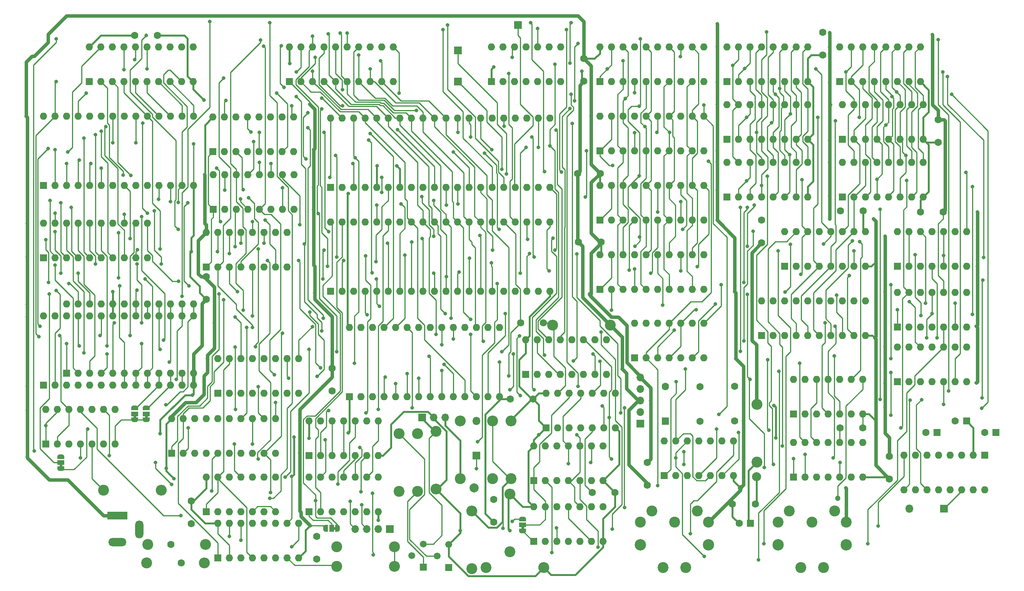
<source format=gbr>
%TF.GenerationSoftware,KiCad,Pcbnew,8.0.7-8.0.7-0~ubuntu22.04.1*%
%TF.CreationDate,2025-01-30T17:32:51+01:00*%
%TF.ProjectId,EVA1_production,45564131-5f70-4726-9f64-756374696f6e,rev?*%
%TF.SameCoordinates,Original*%
%TF.FileFunction,Copper,L1,Top*%
%TF.FilePolarity,Positive*%
%FSLAX46Y46*%
G04 Gerber Fmt 4.6, Leading zero omitted, Abs format (unit mm)*
G04 Created by KiCad (PCBNEW 8.0.7-8.0.7-0~ubuntu22.04.1) date 2025-01-30 17:32:51*
%MOMM*%
%LPD*%
G01*
G04 APERTURE LIST*
G04 Aperture macros list*
%AMFreePoly0*
4,1,19,0.550000,-0.750000,0.000000,-0.750000,0.000000,-0.744911,-0.071157,-0.744911,-0.207708,-0.704816,-0.327430,-0.627875,-0.420627,-0.520320,-0.479746,-0.390866,-0.500000,-0.250000,-0.500000,0.250000,-0.479746,0.390866,-0.420627,0.520320,-0.327430,0.627875,-0.207708,0.704816,-0.071157,0.744911,0.000000,0.744911,0.000000,0.750000,0.550000,0.750000,0.550000,-0.750000,0.550000,-0.750000,
$1*%
%AMFreePoly1*
4,1,19,0.000000,0.744911,0.071157,0.744911,0.207708,0.704816,0.327430,0.627875,0.420627,0.520320,0.479746,0.390866,0.500000,0.250000,0.500000,-0.250000,0.479746,-0.390866,0.420627,-0.520320,0.327430,-0.627875,0.207708,-0.704816,0.071157,-0.744911,0.000000,-0.744911,0.000000,-0.750000,-0.550000,-0.750000,-0.550000,0.750000,0.000000,0.750000,0.000000,0.744911,0.000000,0.744911,
$1*%
G04 Aperture macros list end*
%TA.AperFunction,EtchedComponent*%
%ADD10C,0.000000*%
%TD*%
%TA.AperFunction,ComponentPad*%
%ADD11R,1.700000X1.700000*%
%TD*%
%TA.AperFunction,ComponentPad*%
%ADD12O,1.700000X1.700000*%
%TD*%
%TA.AperFunction,SMDPad,CuDef*%
%ADD13FreePoly0,180.000000*%
%TD*%
%TA.AperFunction,SMDPad,CuDef*%
%ADD14R,1.000000X1.500000*%
%TD*%
%TA.AperFunction,SMDPad,CuDef*%
%ADD15FreePoly1,180.000000*%
%TD*%
%TA.AperFunction,ComponentPad*%
%ADD16R,1.600000X1.600000*%
%TD*%
%TA.AperFunction,ComponentPad*%
%ADD17O,1.600000X1.600000*%
%TD*%
%TA.AperFunction,ComponentPad*%
%ADD18C,1.600000*%
%TD*%
%TA.AperFunction,ComponentPad*%
%ADD19C,2.400000*%
%TD*%
%TA.AperFunction,ComponentPad*%
%ADD20O,2.400000X2.400000*%
%TD*%
%TA.AperFunction,ComponentPad*%
%ADD21R,1.500000X1.500000*%
%TD*%
%TA.AperFunction,ComponentPad*%
%ADD22C,1.500000*%
%TD*%
%TA.AperFunction,SMDPad,CuDef*%
%ADD23FreePoly0,90.000000*%
%TD*%
%TA.AperFunction,SMDPad,CuDef*%
%ADD24R,1.500000X1.000000*%
%TD*%
%TA.AperFunction,SMDPad,CuDef*%
%ADD25FreePoly1,90.000000*%
%TD*%
%TA.AperFunction,WasherPad*%
%ADD26C,2.500000*%
%TD*%
%TA.AperFunction,ComponentPad*%
%ADD27R,4.400000X1.800000*%
%TD*%
%TA.AperFunction,ComponentPad*%
%ADD28O,4.000000X1.800000*%
%TD*%
%TA.AperFunction,ComponentPad*%
%ADD29O,1.800000X4.000000*%
%TD*%
%TA.AperFunction,ComponentPad*%
%ADD30R,1.800000X1.800000*%
%TD*%
%TA.AperFunction,ComponentPad*%
%ADD31O,1.800000X1.800000*%
%TD*%
%TA.AperFunction,ComponentPad*%
%ADD32C,2.000000*%
%TD*%
%TA.AperFunction,ViaPad*%
%ADD33C,0.800000*%
%TD*%
%TA.AperFunction,ViaPad*%
%ADD34C,1.200000*%
%TD*%
%TA.AperFunction,Conductor*%
%ADD35C,0.250000*%
%TD*%
%TA.AperFunction,Conductor*%
%ADD36C,0.400000*%
%TD*%
%TA.AperFunction,Conductor*%
%ADD37C,0.800000*%
%TD*%
G04 APERTURE END LIST*
D10*
%TA.AperFunction,EtchedComponent*%
%TO.C,JP5*%
G36*
X90435000Y-134158000D02*
G01*
X89935000Y-134158000D01*
X89935000Y-133558000D01*
X90435000Y-133558000D01*
X90435000Y-134158000D01*
G37*
%TD.AperFunction*%
%TA.AperFunction,EtchedComponent*%
%TO.C,JP1*%
G36*
X46528000Y-109582000D02*
G01*
X45928000Y-109582000D01*
X45928000Y-109082000D01*
X46528000Y-109082000D01*
X46528000Y-109582000D01*
G37*
%TD.AperFunction*%
%TA.AperFunction,EtchedComponent*%
%TO.C,JP4*%
G36*
X30272000Y-120280000D02*
G01*
X29672000Y-120280000D01*
X29672000Y-119780000D01*
X30272000Y-119780000D01*
X30272000Y-120280000D01*
G37*
%TD.AperFunction*%
%TA.AperFunction,EtchedComponent*%
%TO.C,JP2*%
G36*
X49068000Y-109582000D02*
G01*
X48468000Y-109582000D01*
X48468000Y-109082000D01*
X49068000Y-109082000D01*
X49068000Y-109582000D01*
G37*
%TD.AperFunction*%
%TA.AperFunction,EtchedComponent*%
%TO.C,JP3*%
G36*
X131872000Y-133996000D02*
G01*
X131272000Y-133996000D01*
X131272000Y-133496000D01*
X131872000Y-133496000D01*
X131872000Y-133996000D01*
G37*
%TD.AperFunction*%
%TD*%
D11*
%TO.P,J9,1,Pin_1*%
%TO.N,GND*%
X102362000Y-133985000D03*
D12*
%TO.P,J9,2,Pin_2*%
%TO.N,/Video*%
X99822000Y-133985000D03*
%TO.P,J9,3,Pin_3*%
%TO.N,/CSYNC*%
X97282000Y-133985000D03*
%TO.P,J9,4,Pin_4*%
%TO.N,Net-(J9-Pin_4)*%
X94742000Y-133985000D03*
%TD*%
D13*
%TO.P,JP5,1,A*%
%TO.N,/VS*%
X90835000Y-133858000D03*
D14*
%TO.P,JP5,2,C*%
%TO.N,Net-(JP5-C)*%
X89535000Y-133858000D03*
D15*
%TO.P,JP5,3,B*%
%TO.N,GND*%
X88235000Y-133858000D03*
%TD*%
D16*
%TO.P,U26,1,OEa*%
%TO.N,/Graphic RAM\u002C MUX and Shiftregister/~{CPUH_En}*%
X148556630Y-50800000D03*
D17*
%TO.P,U26,2,I0a*%
%TO.N,/A7*%
X151096630Y-50800000D03*
%TO.P,U26,3,O3b*%
%TO.N,/Graphic RAM\u002C MUX and Shiftregister/VA7*%
X153636630Y-50800000D03*
%TO.P,U26,4,I1a*%
%TO.N,/A12*%
X156176630Y-50800000D03*
%TO.P,U26,5,O2b*%
%TO.N,/Graphic RAM\u002C MUX and Shiftregister/VA1*%
X158716630Y-50800000D03*
%TO.P,U26,6,I2a*%
%TO.N,/A10*%
X161256630Y-50800000D03*
%TO.P,U26,7,O1b*%
%TO.N,/Graphic RAM\u002C MUX and Shiftregister/VA6*%
X163796630Y-50800000D03*
%TO.P,U26,8,I3a*%
%TO.N,/A9*%
X166336630Y-50800000D03*
%TO.P,U26,9,O0b*%
%TO.N,/Graphic RAM\u002C MUX and Shiftregister/VA4*%
X168876630Y-50800000D03*
%TO.P,U26,10,GND*%
%TO.N,GND*%
X171416630Y-50800000D03*
%TO.P,U26,11,I0b*%
%TO.N,/A11*%
X171416630Y-43180000D03*
%TO.P,U26,12,O3a*%
%TO.N,/Graphic RAM\u002C MUX and Shiftregister/VA2*%
X168876630Y-43180000D03*
%TO.P,U26,13,I1b*%
%TO.N,/A13*%
X166336630Y-43180000D03*
%TO.P,U26,14,O2a*%
%TO.N,/Graphic RAM\u002C MUX and Shiftregister/VA3*%
X163796630Y-43180000D03*
%TO.P,U26,15,I2b*%
%TO.N,/A8*%
X161256630Y-43180000D03*
%TO.P,U26,16,O1a*%
%TO.N,/Graphic RAM\u002C MUX and Shiftregister/VA5*%
X158716630Y-43180000D03*
%TO.P,U26,17,I3b*%
%TO.N,GND*%
X156176630Y-43180000D03*
%TO.P,U26,18,O0a*%
%TO.N,/Graphic RAM\u002C MUX and Shiftregister/VA0*%
X153636630Y-43180000D03*
%TO.P,U26,19,OEb*%
%TO.N,/Graphic RAM\u002C MUX and Shiftregister/~{CPUH_En}*%
X151096630Y-43180000D03*
%TO.P,U26,20,VCC*%
%TO.N,+5V*%
X148556630Y-43180000D03*
%TD*%
D16*
%TO.P,U21,1,E*%
%TO.N,/~{E}*%
X132250000Y-100000000D03*
D17*
%TO.P,U21,2,A0*%
%TO.N,/A14*%
X134790000Y-100000000D03*
%TO.P,U21,3,A1*%
%TO.N,/A15*%
X137330000Y-100000000D03*
%TO.P,U21,4,O0*%
%TO.N,Net-(U21A-O0)*%
X139870000Y-100000000D03*
%TO.P,U21,5,O1*%
%TO.N,/~{4000}*%
X142410000Y-100000000D03*
%TO.P,U21,6,O2*%
%TO.N,/~{8000}*%
X144950000Y-100000000D03*
%TO.P,U21,7,O3*%
%TO.N,/~{CEROM}*%
X147490000Y-100000000D03*
%TO.P,U21,8,GND*%
%TO.N,GND*%
X150030000Y-100000000D03*
%TO.P,U21,9,O3*%
%TO.N,unconnected-(U21B-O3-Pad9)*%
X150030000Y-92380000D03*
%TO.P,U21,10,O2*%
%TO.N,unconnected-(U21B-O2-Pad10)*%
X147490000Y-92380000D03*
%TO.P,U21,11,O1*%
%TO.N,/~{1000}*%
X144950000Y-92380000D03*
%TO.P,U21,12,O0*%
%TO.N,unconnected-(U21B-O0-Pad12)*%
X142410000Y-92380000D03*
%TO.P,U21,13,A1*%
%TO.N,/A13*%
X139870000Y-92380000D03*
%TO.P,U21,14,A0*%
%TO.N,/A12*%
X137330000Y-92380000D03*
%TO.P,U21,15,E*%
%TO.N,Net-(U21A-O0)*%
X134790000Y-92380000D03*
%TO.P,U21,16,VCC*%
%TO.N,+5V*%
X132250000Y-92380000D03*
%TD*%
D16*
%TO.P,U31,1*%
%TO.N,/~{E}*%
X162750000Y-122250000D03*
D17*
%TO.P,U31,2*%
%TO.N,/~{8000}*%
X165290000Y-122250000D03*
%TO.P,U31,3*%
%TO.N,/Graphic RAM\u002C MUX and Shiftregister/~{GRAM_En}*%
X167830000Y-122250000D03*
%TO.P,U31,4*%
X170370000Y-122250000D03*
%TO.P,U31,5*%
%TO.N,/R{slash}~{W}*%
X172910000Y-122250000D03*
%TO.P,U31,6*%
%TO.N,Net-(U31-Pad6)*%
X175450000Y-122250000D03*
%TO.P,U31,7,GND*%
%TO.N,GND*%
X177990000Y-122250000D03*
%TO.P,U31,8*%
%TO.N,/Text RAM\u002C MUX and Shiftregister1/~{TRAMWE}*%
X177990000Y-114630000D03*
%TO.P,U31,9*%
%TO.N,/~{1000}*%
X175450000Y-114630000D03*
%TO.P,U31,10*%
%TO.N,Net-(U31-Pad10)*%
X172910000Y-114630000D03*
%TO.P,U31,11*%
X170370000Y-114630000D03*
%TO.P,U31,12*%
%TO.N,/Graphic RAM\u002C MUX and Shiftregister/RASCLKIN*%
X167830000Y-114630000D03*
%TO.P,U31,13*%
%TO.N,/R{slash}~{W}*%
X165290000Y-114630000D03*
%TO.P,U31,14,VCC*%
%TO.N,+5V*%
X162750000Y-114630000D03*
%TD*%
D16*
%TO.P,U4,1,~{R}*%
%TO.N,/Video Signal Genration/U18_4*%
X26670000Y-115316000D03*
D17*
%TO.P,U4,2,D*%
%TO.N,/LD7*%
X29210000Y-115316000D03*
%TO.P,U4,3,C*%
%TO.N,Net-(U4A-C)*%
X31750000Y-115316000D03*
%TO.P,U4,4,~{S}*%
%TO.N,+5V*%
X34290000Y-115316000D03*
%TO.P,U4,5,Q*%
%TO.N,Net-(U4A-Q)*%
X36830000Y-115316000D03*
%TO.P,U4,6,~{Q}*%
%TO.N,unconnected-(U4A-~{Q}-Pad6)*%
X39370000Y-115316000D03*
%TO.P,U4,7,GND*%
%TO.N,GND*%
X41910000Y-115316000D03*
%TO.P,U4,8,~{Q}*%
%TO.N,unconnected-(U4B-~{Q}-Pad8)*%
X41910000Y-107696000D03*
%TO.P,U4,9,Q*%
%TO.N,Net-(U4B-Q)*%
X39370000Y-107696000D03*
%TO.P,U4,10,~{S}*%
%TO.N,/~{INVERT}*%
X36830000Y-107696000D03*
%TO.P,U4,11,C*%
%TO.N,Net-(U4B-C)*%
X34290000Y-107696000D03*
%TO.P,U4,12,D*%
%TO.N,/LD7*%
X31750000Y-107696000D03*
%TO.P,U4,13,~{R}*%
%TO.N,/Video Signal Genration/U18_4*%
X29210000Y-107696000D03*
%TO.P,U4,14,VCC*%
%TO.N,+5V*%
X26670000Y-107696000D03*
%TD*%
D16*
%TO.P,C23,1*%
%TO.N,Net-(C23-Pad1)*%
X181705113Y-132750000D03*
D18*
%TO.P,C23,2*%
%TO.N,GND*%
X179205113Y-132750000D03*
%TD*%
%TO.P,C14,1*%
%TO.N,GND*%
X151892000Y-125984000D03*
%TO.P,C14,2*%
%TO.N,Net-(C14-Pad2)*%
X146892000Y-125984000D03*
%TD*%
D19*
%TO.P,R3,1*%
%TO.N,Net-(U4A-Q)*%
X39370000Y-125476000D03*
D20*
%TO.P,R3,2*%
%TO.N,Net-(D1-K)*%
X52070000Y-125476000D03*
%TD*%
D18*
%TO.P,C2,1*%
%TO.N,/~{LOAD}*%
X56468000Y-141478000D03*
%TO.P,C2,2*%
%TO.N,/LTDAT*%
X61468000Y-141478000D03*
%TD*%
%TO.P,C15,1*%
%TO.N,+5V*%
X159004000Y-119380000D03*
%TO.P,C15,2*%
%TO.N,GND*%
X159004000Y-124380000D03*
%TD*%
D16*
%TO.P,U40,1,A8*%
%TO.N,GND*%
X201930000Y-48260000D03*
D17*
%TO.P,U40,2,Din*%
%TO.N,/Graphic RAM\u002C MUX and Shiftregister/GD5*%
X204470000Y-48260000D03*
%TO.P,U40,3,~{WE}*%
%TO.N,/Graphic RAM\u002C MUX and Shiftregister/~{WE}*%
X207010000Y-48260000D03*
%TO.P,U40,4,~{RAS}*%
%TO.N,/~{RAS}*%
X209550000Y-48260000D03*
%TO.P,U40,5,A0*%
%TO.N,/Graphic RAM\u002C MUX and Shiftregister/VA0*%
X212090000Y-48260000D03*
%TO.P,U40,6,A2*%
%TO.N,/Graphic RAM\u002C MUX and Shiftregister/VA2*%
X214630000Y-48260000D03*
%TO.P,U40,7,A1*%
%TO.N,/Graphic RAM\u002C MUX and Shiftregister/VA1*%
X217170000Y-48260000D03*
%TO.P,U40,8,Vcc*%
%TO.N,+5V*%
X219710000Y-48260000D03*
%TO.P,U40,9,A7*%
%TO.N,/Graphic RAM\u002C MUX and Shiftregister/VA7*%
X219710000Y-40640000D03*
%TO.P,U40,10,A5*%
%TO.N,/Graphic RAM\u002C MUX and Shiftregister/VA5*%
X217170000Y-40640000D03*
%TO.P,U40,11,A4*%
%TO.N,/Graphic RAM\u002C MUX and Shiftregister/VA4*%
X214630000Y-40640000D03*
%TO.P,U40,12,A3*%
%TO.N,/Graphic RAM\u002C MUX and Shiftregister/VA3*%
X212090000Y-40640000D03*
%TO.P,U40,13,A6*%
%TO.N,/Graphic RAM\u002C MUX and Shiftregister/VA6*%
X209550000Y-40640000D03*
%TO.P,U40,14,Dout*%
%TO.N,/Graphic RAM\u002C MUX and Shiftregister/GD5*%
X207010000Y-40640000D03*
%TO.P,U40,15,~{CAS}*%
%TO.N,/Graphic RAM\u002C MUX and Shiftregister/~{CAS}*%
X204470000Y-40640000D03*
%TO.P,U40,16,GND*%
%TO.N,GND*%
X201930000Y-40640000D03*
%TD*%
D16*
%TO.P,U36,1,A->B*%
%TO.N,/Graphic RAM\u002C MUX and Shiftregister/~{WE}*%
X184150000Y-91440000D03*
D17*
%TO.P,U36,2,A0*%
%TO.N,unconnected-(U36-A0-Pad2)*%
X186690000Y-91440000D03*
%TO.P,U36,3,A1*%
%TO.N,unconnected-(U36-A1-Pad3)*%
X189230000Y-91440000D03*
%TO.P,U36,4,A2*%
%TO.N,/Graphic RAM\u002C MUX and Shiftregister/GD2*%
X191770000Y-91440000D03*
%TO.P,U36,5,A3*%
%TO.N,/Graphic RAM\u002C MUX and Shiftregister/GD3*%
X194310000Y-91440000D03*
%TO.P,U36,6,A4*%
%TO.N,/Graphic RAM\u002C MUX and Shiftregister/GD4*%
X196850000Y-91440000D03*
%TO.P,U36,7,A5*%
%TO.N,/Graphic RAM\u002C MUX and Shiftregister/GD5*%
X199390000Y-91440000D03*
%TO.P,U36,8,A6*%
%TO.N,/Graphic RAM\u002C MUX and Shiftregister/GD6*%
X201930000Y-91440000D03*
%TO.P,U36,9,A7*%
%TO.N,/Graphic RAM\u002C MUX and Shiftregister/GD7*%
X204470000Y-91440000D03*
%TO.P,U36,10,GND*%
%TO.N,GND*%
X207010000Y-91440000D03*
%TO.P,U36,11,B7*%
%TO.N,/D7*%
X207010000Y-83820000D03*
%TO.P,U36,12,B6*%
%TO.N,/D6*%
X204470000Y-83820000D03*
%TO.P,U36,13,B5*%
%TO.N,/D5*%
X201930000Y-83820000D03*
%TO.P,U36,14,B4*%
%TO.N,/D4*%
X199390000Y-83820000D03*
%TO.P,U36,15,B3*%
%TO.N,/D3*%
X196850000Y-83820000D03*
%TO.P,U36,16,B2*%
%TO.N,/D2*%
X194310000Y-83820000D03*
%TO.P,U36,17,B1*%
%TO.N,unconnected-(U36-B1-Pad17)*%
X191770000Y-83820000D03*
%TO.P,U36,18,B0*%
%TO.N,unconnected-(U36-B0-Pad18)*%
X189230000Y-83820000D03*
%TO.P,U36,19,CE*%
%TO.N,/~{8000}*%
X186690000Y-83820000D03*
%TO.P,U36,20,VCC*%
%TO.N,+5V*%
X184150000Y-83820000D03*
%TD*%
D16*
%TO.P,U41,1,A8*%
%TO.N,GND*%
X201930000Y-60960000D03*
D17*
%TO.P,U41,2,Din*%
%TO.N,/Graphic RAM\u002C MUX and Shiftregister/GD4*%
X204470000Y-60960000D03*
%TO.P,U41,3,~{WE}*%
%TO.N,/Graphic RAM\u002C MUX and Shiftregister/~{WE}*%
X207010000Y-60960000D03*
%TO.P,U41,4,~{RAS}*%
%TO.N,/~{RAS}*%
X209550000Y-60960000D03*
%TO.P,U41,5,A0*%
%TO.N,/Graphic RAM\u002C MUX and Shiftregister/VA0*%
X212090000Y-60960000D03*
%TO.P,U41,6,A2*%
%TO.N,/Graphic RAM\u002C MUX and Shiftregister/VA2*%
X214630000Y-60960000D03*
%TO.P,U41,7,A1*%
%TO.N,/Graphic RAM\u002C MUX and Shiftregister/VA1*%
X217170000Y-60960000D03*
%TO.P,U41,8,Vcc*%
%TO.N,+5V*%
X219710000Y-60960000D03*
%TO.P,U41,9,A7*%
%TO.N,/Graphic RAM\u002C MUX and Shiftregister/VA7*%
X219710000Y-53340000D03*
%TO.P,U41,10,A5*%
%TO.N,/Graphic RAM\u002C MUX and Shiftregister/VA5*%
X217170000Y-53340000D03*
%TO.P,U41,11,A4*%
%TO.N,/Graphic RAM\u002C MUX and Shiftregister/VA4*%
X214630000Y-53340000D03*
%TO.P,U41,12,A3*%
%TO.N,/Graphic RAM\u002C MUX and Shiftregister/VA3*%
X212090000Y-53340000D03*
%TO.P,U41,13,A6*%
%TO.N,/Graphic RAM\u002C MUX and Shiftregister/VA6*%
X209550000Y-53340000D03*
%TO.P,U41,14,Dout*%
%TO.N,/Graphic RAM\u002C MUX and Shiftregister/GD4*%
X207010000Y-53340000D03*
%TO.P,U41,15,~{CAS}*%
%TO.N,/Graphic RAM\u002C MUX and Shiftregister/~{CAS}*%
X204470000Y-53340000D03*
%TO.P,U41,16,GND*%
%TO.N,GND*%
X201930000Y-53340000D03*
%TD*%
D19*
%TO.P,R10,1*%
%TO.N,/Video*%
X129032000Y-122936000D03*
D20*
%TO.P,R10,2*%
%TO.N,+5V*%
X129032000Y-110236000D03*
%TD*%
D16*
%TO.P,U43,1*%
%TO.N,/~{CLK6M}*%
X213995000Y-89535000D03*
D17*
%TO.P,U43,2*%
%TO.N,Net-(U37-Pad11)*%
X216535000Y-89535000D03*
%TO.P,U43,3*%
%TO.N,Net-(U43-Pad3)*%
X219075000Y-89535000D03*
%TO.P,U43,4*%
X221615000Y-89535000D03*
%TO.P,U43,5*%
%TO.N,/Graphic RAM\u002C MUX and Shiftregister/RASCLKIN*%
X224155000Y-89535000D03*
%TO.P,U43,6*%
%TO.N,Net-(U42-Pad12)*%
X226695000Y-89535000D03*
%TO.P,U43,7,GND*%
%TO.N,GND*%
X229235000Y-89535000D03*
%TO.P,U43,8*%
%TO.N,unconnected-(U43-Pad8)*%
X229235000Y-81915000D03*
%TO.P,U43,9*%
%TO.N,GND*%
X226695000Y-81915000D03*
%TO.P,U43,10*%
X224155000Y-81915000D03*
%TO.P,U43,11*%
%TO.N,/Graphic RAM\u002C MUX and Shiftregister/~{WE}*%
X221615000Y-81915000D03*
%TO.P,U43,12*%
%TO.N,Net-(U31-Pad6)*%
X219075000Y-81915000D03*
%TO.P,U43,13*%
%TO.N,/~{RAS}*%
X216535000Y-81915000D03*
%TO.P,U43,14,VCC*%
%TO.N,+5V*%
X213995000Y-81915000D03*
%TD*%
D19*
%TO.P,R4,1*%
%TO.N,Net-(Q2-C)*%
X108458000Y-125730000D03*
D20*
%TO.P,R4,2*%
%TO.N,+5V*%
X108458000Y-113030000D03*
%TD*%
D16*
%TO.P,Y2,1,NC*%
%TO.N,unconnected-(Y2-NC-Pad1)*%
X163000000Y-110250000D03*
D18*
%TO.P,Y2,7,GND*%
%TO.N,GND*%
X178240000Y-110250000D03*
%TO.P,Y2,8,OUT*%
%TO.N,Net-(Y2-OUT)*%
X178240000Y-102630000D03*
%TO.P,Y2,14,Vcc*%
%TO.N,+5V*%
X163000000Y-102630000D03*
%TD*%
%TO.P,C33,1*%
%TO.N,+5V*%
X223012000Y-48895000D03*
%TO.P,C33,2*%
%TO.N,GND*%
X223012000Y-43895000D03*
%TD*%
D16*
%TO.P,U22,1*%
%TO.N,+5V*%
X136750000Y-111750000D03*
D17*
%TO.P,U22,2*%
%TO.N,unconnected-(U22-Pad2)*%
X139290000Y-111750000D03*
%TO.P,U22,3*%
%TO.N,/BL*%
X141830000Y-111750000D03*
%TO.P,U22,4*%
%TO.N,Net-(C14-Pad2)*%
X144370000Y-111750000D03*
%TO.P,U22,5*%
X146910000Y-111750000D03*
%TO.P,U22,6*%
%TO.N,Net-(U18-Pad13)*%
X149450000Y-111750000D03*
%TO.P,U22,7,GND*%
%TO.N,GND*%
X151990000Y-111750000D03*
%TO.P,U22,8*%
%TO.N,/CLK18M*%
X151990000Y-104130000D03*
%TO.P,U22,9*%
%TO.N,Net-(Y2-OUT)*%
X149450000Y-104130000D03*
%TO.P,U22,10*%
%TO.N,/~{E}*%
X146910000Y-104130000D03*
%TO.P,U22,11*%
%TO.N,/E*%
X144370000Y-104130000D03*
%TO.P,U22,12*%
%TO.N,/RASCRST*%
X141830000Y-104130000D03*
%TO.P,U22,13*%
%TO.N,Net-(C9-Pad1)*%
X139290000Y-104130000D03*
%TO.P,U22,14,VCC*%
%TO.N,+5V*%
X136750000Y-104130000D03*
%TD*%
D21*
%TO.P,Q3,1,C*%
%TO.N,Net-(Q2-B)*%
X115316000Y-142494000D03*
D22*
%TO.P,Q3,2,B*%
%TO.N,Net-(Q3-B)*%
X112776000Y-139954000D03*
%TO.P,Q3,3,E*%
%TO.N,GND*%
X115316000Y-137414000D03*
%TD*%
D19*
%TO.P,R5,1*%
%TO.N,Net-(U13B-RCext)*%
X90678000Y-142240000D03*
D20*
%TO.P,R5,2*%
%TO.N,+5V*%
X103378000Y-142240000D03*
%TD*%
D18*
%TO.P,C5,1*%
%TO.N,GND*%
X49182000Y-137414000D03*
%TO.P,C5,2*%
%TO.N,/~{LOAD}*%
X54182000Y-137414000D03*
%TD*%
D23*
%TO.P,JP1,1,A*%
%TO.N,GND*%
X46228000Y-109982000D03*
D24*
%TO.P,JP1,2,C*%
%TO.N,Net-(JP1-C)*%
X46228000Y-108682000D03*
D25*
%TO.P,JP1,3,B*%
%TO.N,/CI*%
X46228000Y-107382000D03*
%TD*%
D16*
%TO.P,U33,1,A8*%
%TO.N,GND*%
X176530000Y-48260000D03*
D17*
%TO.P,U33,2,Din*%
%TO.N,/Graphic RAM\u002C MUX and Shiftregister/GD2*%
X179070000Y-48260000D03*
%TO.P,U33,3,~{WE}*%
%TO.N,/Graphic RAM\u002C MUX and Shiftregister/~{WE}*%
X181610000Y-48260000D03*
%TO.P,U33,4,~{RAS}*%
%TO.N,/~{RAS}*%
X184150000Y-48260000D03*
%TO.P,U33,5,A0*%
%TO.N,/Graphic RAM\u002C MUX and Shiftregister/VA0*%
X186690000Y-48260000D03*
%TO.P,U33,6,A2*%
%TO.N,/Graphic RAM\u002C MUX and Shiftregister/VA2*%
X189230000Y-48260000D03*
%TO.P,U33,7,A1*%
%TO.N,/Graphic RAM\u002C MUX and Shiftregister/VA1*%
X191770000Y-48260000D03*
%TO.P,U33,8,Vcc*%
%TO.N,+5V*%
X194310000Y-48260000D03*
%TO.P,U33,9,A7*%
%TO.N,/Graphic RAM\u002C MUX and Shiftregister/VA7*%
X194310000Y-40640000D03*
%TO.P,U33,10,A5*%
%TO.N,/Graphic RAM\u002C MUX and Shiftregister/VA5*%
X191770000Y-40640000D03*
%TO.P,U33,11,A4*%
%TO.N,/Graphic RAM\u002C MUX and Shiftregister/VA4*%
X189230000Y-40640000D03*
%TO.P,U33,12,A3*%
%TO.N,/Graphic RAM\u002C MUX and Shiftregister/VA3*%
X186690000Y-40640000D03*
%TO.P,U33,13,A6*%
%TO.N,/Graphic RAM\u002C MUX and Shiftregister/VA6*%
X184150000Y-40640000D03*
%TO.P,U33,14,Dout*%
%TO.N,/Graphic RAM\u002C MUX and Shiftregister/GD2*%
X181610000Y-40640000D03*
%TO.P,U33,15,~{CAS}*%
%TO.N,/Graphic RAM\u002C MUX and Shiftregister/~{CAS}*%
X179070000Y-40640000D03*
%TO.P,U33,16,GND*%
%TO.N,GND*%
X176530000Y-40640000D03*
%TD*%
D18*
%TO.P,C29,1*%
%TO.N,+5V*%
X206462000Y-64008000D03*
%TO.P,C29,2*%
%TO.N,GND*%
X201462000Y-64008000D03*
%TD*%
D16*
%TO.P,U32,1,A8*%
%TO.N,GND*%
X176530000Y-35560000D03*
D17*
%TO.P,U32,2,Din*%
%TO.N,/Graphic RAM\u002C MUX and Shiftregister/GD6*%
X179070000Y-35560000D03*
%TO.P,U32,3,~{WE}*%
%TO.N,/Graphic RAM\u002C MUX and Shiftregister/~{WE}*%
X181610000Y-35560000D03*
%TO.P,U32,4,~{RAS}*%
%TO.N,/~{RAS}*%
X184150000Y-35560000D03*
%TO.P,U32,5,A0*%
%TO.N,/Graphic RAM\u002C MUX and Shiftregister/VA0*%
X186690000Y-35560000D03*
%TO.P,U32,6,A2*%
%TO.N,/Graphic RAM\u002C MUX and Shiftregister/VA2*%
X189230000Y-35560000D03*
%TO.P,U32,7,A1*%
%TO.N,/Graphic RAM\u002C MUX and Shiftregister/VA1*%
X191770000Y-35560000D03*
%TO.P,U32,8,Vcc*%
%TO.N,+5V*%
X194310000Y-35560000D03*
%TO.P,U32,9,A7*%
%TO.N,/Graphic RAM\u002C MUX and Shiftregister/VA7*%
X194310000Y-27940000D03*
%TO.P,U32,10,A5*%
%TO.N,/Graphic RAM\u002C MUX and Shiftregister/VA5*%
X191770000Y-27940000D03*
%TO.P,U32,11,A4*%
%TO.N,/Graphic RAM\u002C MUX and Shiftregister/VA4*%
X189230000Y-27940000D03*
%TO.P,U32,12,A3*%
%TO.N,/Graphic RAM\u002C MUX and Shiftregister/VA3*%
X186690000Y-27940000D03*
%TO.P,U32,13,A6*%
%TO.N,/Graphic RAM\u002C MUX and Shiftregister/VA6*%
X184150000Y-27940000D03*
%TO.P,U32,14,Dout*%
%TO.N,/Graphic RAM\u002C MUX and Shiftregister/GD6*%
X181610000Y-27940000D03*
%TO.P,U32,15,~{CAS}*%
%TO.N,/Graphic RAM\u002C MUX and Shiftregister/~{CAS}*%
X179070000Y-27940000D03*
%TO.P,U32,16,GND*%
%TO.N,GND*%
X176530000Y-27940000D03*
%TD*%
D18*
%TO.P,C25,1*%
%TO.N,+5V*%
X184150000Y-71040000D03*
%TO.P,C25,2*%
%TO.N,GND*%
X184150000Y-66040000D03*
%TD*%
D16*
%TO.P,U2,1,OE*%
%TO.N,+5V*%
X26162000Y-74295000D03*
D17*
%TO.P,U2,2,D0*%
%TO.N,/Text RAM\u002C MUX and Shiftregister1/TD0*%
X28702000Y-74295000D03*
%TO.P,U2,3,D1*%
%TO.N,/Text RAM\u002C MUX and Shiftregister1/TD1*%
X31242000Y-74295000D03*
%TO.P,U2,4,D2*%
%TO.N,/Text RAM\u002C MUX and Shiftregister1/TD2*%
X33782000Y-74295000D03*
%TO.P,U2,5,D3*%
%TO.N,/Text RAM\u002C MUX and Shiftregister1/TD3*%
X36322000Y-74295000D03*
%TO.P,U2,6,D4*%
%TO.N,/Text RAM\u002C MUX and Shiftregister1/TD4*%
X38862000Y-74295000D03*
%TO.P,U2,7,D5*%
%TO.N,/Text RAM\u002C MUX and Shiftregister1/TD5*%
X41402000Y-74295000D03*
%TO.P,U2,8,D6*%
%TO.N,/Text RAM\u002C MUX and Shiftregister1/TD6*%
X43942000Y-74295000D03*
%TO.P,U2,9,D7*%
%TO.N,/Text RAM\u002C MUX and Shiftregister1/TD7*%
X46482000Y-74295000D03*
%TO.P,U2,10,GND*%
%TO.N,GND*%
X49022000Y-74295000D03*
%TO.P,U2,11,Load*%
%TO.N,/LTDAT*%
X49022000Y-66675000D03*
%TO.P,U2,12,Q7*%
%TO.N,/LD7*%
X46482000Y-66675000D03*
%TO.P,U2,13,Q6*%
%TO.N,/Text RAM\u002C MUX and Shiftregister1/LD6*%
X43942000Y-66675000D03*
%TO.P,U2,14,Q5*%
%TO.N,/Text RAM\u002C MUX and Shiftregister1/LD5*%
X41402000Y-66675000D03*
%TO.P,U2,15,Q4*%
%TO.N,/Text RAM\u002C MUX and Shiftregister1/LD4*%
X38862000Y-66675000D03*
%TO.P,U2,16,Q3*%
%TO.N,/Text RAM\u002C MUX and Shiftregister1/LD3*%
X36322000Y-66675000D03*
%TO.P,U2,17,Q2*%
%TO.N,/Text RAM\u002C MUX and Shiftregister1/LD2*%
X33782000Y-66675000D03*
%TO.P,U2,18,Q1*%
%TO.N,/Text RAM\u002C MUX and Shiftregister1/LD1*%
X31242000Y-66675000D03*
%TO.P,U2,19,Q0*%
%TO.N,/Text RAM\u002C MUX and Shiftregister1/LD0*%
X28702000Y-66675000D03*
%TO.P,U2,20,VCC*%
%TO.N,+5V*%
X26162000Y-66675000D03*
%TD*%
D16*
%TO.P,U38,1*%
%TO.N,Net-(U37-Pad11)*%
X191135000Y-122555000D03*
D17*
%TO.P,U38,2*%
%TO.N,Net-(U38-Pad2)*%
X193675000Y-122555000D03*
%TO.P,U38,3*%
%TO.N,Net-(C23-Pad1)*%
X196215000Y-122555000D03*
%TO.P,U38,4*%
%TO.N,/RST*%
X198755000Y-122555000D03*
%TO.P,U38,5*%
X201295000Y-122555000D03*
%TO.P,U38,6*%
%TO.N,/~{RST}*%
X203835000Y-122555000D03*
%TO.P,U38,7,GND*%
%TO.N,GND*%
X206375000Y-122555000D03*
%TO.P,U38,8*%
%TO.N,/~{RAS}*%
X206375000Y-114935000D03*
%TO.P,U38,9*%
%TO.N,Net-(C30-Pad1)*%
X203835000Y-114935000D03*
%TO.P,U38,10*%
X201295000Y-114935000D03*
%TO.P,U38,11*%
%TO.N,/Graphic RAM\u002C MUX and Shiftregister/RASCLKIN*%
X198755000Y-114935000D03*
%TO.P,U38,12*%
%TO.N,Net-(U37-Pad12)*%
X196215000Y-114935000D03*
%TO.P,U38,13*%
%TO.N,/CLK6M*%
X193675000Y-114935000D03*
%TO.P,U38,14,VCC*%
%TO.N,+5V*%
X191135000Y-114935000D03*
%TD*%
D19*
%TO.P,R7,1*%
%TO.N,/CSYNC*%
X104394000Y-125730000D03*
D20*
%TO.P,R7,2*%
%TO.N,Net-(Q3-B)*%
X104394000Y-113030000D03*
%TD*%
D16*
%TO.P,U35,1,Ds*%
%TO.N,GND*%
X189230000Y-76200000D03*
D17*
%TO.P,U35,2,A*%
X191770000Y-76200000D03*
%TO.P,U35,3,B*%
X194310000Y-76200000D03*
%TO.P,U35,4,C*%
%TO.N,/Graphic RAM\u002C MUX and Shiftregister/GD2*%
X196850000Y-76200000D03*
%TO.P,U35,5,D*%
%TO.N,/Graphic RAM\u002C MUX and Shiftregister/GD3*%
X199390000Y-76200000D03*
%TO.P,U35,6,CE*%
%TO.N,GND*%
X201930000Y-76200000D03*
%TO.P,U35,7,Clk*%
%TO.N,/GDOTCLK*%
X204470000Y-76200000D03*
%TO.P,U35,8,GND*%
%TO.N,GND*%
X207010000Y-76200000D03*
%TO.P,U35,9,Clr*%
%TO.N,+5V*%
X207010000Y-68580000D03*
%TO.P,U35,10,E*%
%TO.N,/Graphic RAM\u002C MUX and Shiftregister/GD4*%
X204470000Y-68580000D03*
%TO.P,U35,11,F*%
%TO.N,/Graphic RAM\u002C MUX and Shiftregister/GD5*%
X201930000Y-68580000D03*
%TO.P,U35,12,G*%
%TO.N,/Graphic RAM\u002C MUX and Shiftregister/GD6*%
X199390000Y-68580000D03*
%TO.P,U35,13,Qh*%
%TO.N,/GDAT*%
X196850000Y-68580000D03*
%TO.P,U35,14,H*%
%TO.N,/Graphic RAM\u002C MUX and Shiftregister/GD7*%
X194310000Y-68580000D03*
%TO.P,U35,15,PE*%
%TO.N,/~{LOAD}*%
X191770000Y-68580000D03*
%TO.P,U35,16,VCC*%
%TO.N,+5V*%
X189230000Y-68580000D03*
%TD*%
D16*
%TO.P,U8,1,S*%
%TO.N,/~{1000}*%
X61976000Y-76327000D03*
D17*
%TO.P,U8,2,I0a*%
%TO.N,/A0*%
X64516000Y-76327000D03*
%TO.P,U8,3,I1a*%
%TO.N,/V0*%
X67056000Y-76327000D03*
%TO.P,U8,4,Za*%
%TO.N,/Text RAM\u002C MUX and Shiftregister1/TA0*%
X69596000Y-76327000D03*
%TO.P,U8,5,I0b*%
%TO.N,/A11*%
X72136000Y-76327000D03*
%TO.P,U8,6,I1b*%
%TO.N,/V11*%
X74676000Y-76327000D03*
%TO.P,U8,7,Zb*%
%TO.N,/Text RAM\u002C MUX and Shiftregister1/TA11*%
X77216000Y-76327000D03*
%TO.P,U8,8,GND*%
%TO.N,GND*%
X79756000Y-76327000D03*
%TO.P,U8,9,Zc*%
%TO.N,/Text RAM\u002C MUX and Shiftregister1/TA2*%
X79756000Y-68707000D03*
%TO.P,U8,10,I1c*%
%TO.N,/V2*%
X77216000Y-68707000D03*
%TO.P,U8,11,I0c*%
%TO.N,/A2*%
X74676000Y-68707000D03*
%TO.P,U8,12,Zd*%
%TO.N,/Text RAM\u002C MUX and Shiftregister1/TA4*%
X72136000Y-68707000D03*
%TO.P,U8,13,I1d*%
%TO.N,/V4*%
X69596000Y-68707000D03*
%TO.P,U8,14,I0d*%
%TO.N,/A4*%
X67056000Y-68707000D03*
%TO.P,U8,15,E*%
%TO.N,GND*%
X64516000Y-68707000D03*
%TO.P,U8,16,VCC*%
%TO.N,+5V*%
X61976000Y-68707000D03*
%TD*%
D16*
%TO.P,U44,1*%
%TO.N,+5V*%
X213995000Y-101600000D03*
D17*
%TO.P,U44,2*%
X216535000Y-101600000D03*
%TO.P,U44,3*%
%TO.N,unconnected-(U44-Pad3)*%
X219075000Y-101600000D03*
%TO.P,U44,4*%
%TO.N,Net-(U37-Pad6)*%
X221615000Y-101600000D03*
%TO.P,U44,5*%
%TO.N,Net-(U38-Pad2)*%
X224155000Y-101600000D03*
%TO.P,U44,6*%
%TO.N,/Graphic RAM\u002C MUX and Shiftregister/~{CAS}*%
X226695000Y-101600000D03*
%TO.P,U44,7,GND*%
%TO.N,GND*%
X229235000Y-101600000D03*
%TO.P,U44,8*%
%TO.N,Net-(U42-Pad1)*%
X229235000Y-93980000D03*
%TO.P,U44,9*%
%TO.N,Net-(U44-Pad11)*%
X226695000Y-93980000D03*
%TO.P,U44,10*%
%TO.N,/Graphic RAM\u002C MUX and Shiftregister/RASCLKIN*%
X224155000Y-93980000D03*
%TO.P,U44,11*%
%TO.N,Net-(U44-Pad11)*%
X221615000Y-93980000D03*
%TO.P,U44,12*%
%TO.N,/CPUCLK*%
X219075000Y-93980000D03*
%TO.P,U44,13*%
%TO.N,/CLK6M*%
X216535000Y-93980000D03*
%TO.P,U44,14,VCC*%
%TO.N,+5V*%
X213995000Y-93980000D03*
%TD*%
D16*
%TO.P,U9,1,VPP*%
%TO.N,+5V*%
X26162000Y-102362000D03*
D17*
%TO.P,U9,2,A12*%
%TO.N,/CHARSET*%
X28702000Y-102362000D03*
%TO.P,U9,3,A7*%
%TO.N,/Text RAM\u002C MUX and Shiftregister1/LD3*%
X31242000Y-102362000D03*
%TO.P,U9,4,A6*%
%TO.N,/Text RAM\u002C MUX and Shiftregister1/LD2*%
X33782000Y-102362000D03*
%TO.P,U9,5,A5*%
%TO.N,/Text RAM\u002C MUX and Shiftregister1/LD1*%
X36322000Y-102362000D03*
%TO.P,U9,6,A4*%
%TO.N,/Text RAM\u002C MUX and Shiftregister1/LD0*%
X38862000Y-102362000D03*
%TO.P,U9,7,A3*%
%TO.N,/R3*%
X41402000Y-102362000D03*
%TO.P,U9,8,A2*%
%TO.N,/R2*%
X43942000Y-102362000D03*
%TO.P,U9,9,A1*%
%TO.N,/R1*%
X46482000Y-102362000D03*
%TO.P,U9,10,A0*%
%TO.N,/R0*%
X49022000Y-102362000D03*
%TO.P,U9,11,D0*%
%TO.N,/CI*%
X51562000Y-102362000D03*
%TO.P,U9,12,D1*%
%TO.N,/SI*%
X54102000Y-102362000D03*
%TO.P,U9,13,D2*%
%TO.N,/Text RAM\u002C MUX and Shiftregister1/XD2*%
X56642000Y-102362000D03*
%TO.P,U9,14,GND*%
%TO.N,GND*%
X59182000Y-102362000D03*
%TO.P,U9,15,D3*%
%TO.N,/Text RAM\u002C MUX and Shiftregister1/XD3*%
X59182000Y-87122000D03*
%TO.P,U9,16,D4*%
%TO.N,/Text RAM\u002C MUX and Shiftregister1/XD4*%
X56642000Y-87122000D03*
%TO.P,U9,17,D5*%
%TO.N,/Text RAM\u002C MUX and Shiftregister1/XD5*%
X54102000Y-87122000D03*
%TO.P,U9,18,D6*%
%TO.N,/Text RAM\u002C MUX and Shiftregister1/XD6*%
X51562000Y-87122000D03*
%TO.P,U9,19,D7*%
%TO.N,/Text RAM\u002C MUX and Shiftregister1/XD7*%
X49022000Y-87122000D03*
%TO.P,U9,20,~{CE}*%
%TO.N,GND*%
X46482000Y-87122000D03*
%TO.P,U9,21,A10*%
%TO.N,/Text RAM\u002C MUX and Shiftregister1/LD6*%
X43942000Y-87122000D03*
%TO.P,U9,22,~{OE}*%
%TO.N,GND*%
X41402000Y-87122000D03*
%TO.P,U9,23,A11*%
%TO.N,/LD7*%
X38862000Y-87122000D03*
%TO.P,U9,24,A9*%
%TO.N,/Text RAM\u002C MUX and Shiftregister1/LD5*%
X36322000Y-87122000D03*
%TO.P,U9,25,A8*%
%TO.N,/Text RAM\u002C MUX and Shiftregister1/LD4*%
X33782000Y-87122000D03*
%TO.P,U9,26,NC*%
%TO.N,unconnected-(U9-NC-Pad26)*%
X31242000Y-87122000D03*
%TO.P,U9,27,~{PGM}*%
%TO.N,+5V*%
X28702000Y-87122000D03*
%TO.P,U9,28,VCC*%
X26162000Y-87122000D03*
%TD*%
D11*
%TO.P,J2,1,Pin_1*%
%TO.N,Net-(J2-Pin_1)*%
X109474000Y-109474000D03*
D12*
%TO.P,J2,2,Pin_2*%
%TO.N,GND*%
X112014000Y-109474000D03*
%TO.P,J2,3,Pin_3*%
%TO.N,Net-(J2-Pin_3)*%
X114554000Y-109474000D03*
%TD*%
D11*
%TO.P,J6,1,Pin_1*%
%TO.N,+5V*%
X117348000Y-28702000D03*
%TD*%
D16*
%TO.P,U6,1,S*%
%TO.N,/~{1000}*%
X63441515Y-50975801D03*
D17*
%TO.P,U6,2,I0a*%
%TO.N,/A7*%
X65981515Y-50975801D03*
%TO.P,U6,3,I1a*%
%TO.N,/V7*%
X68521515Y-50975801D03*
%TO.P,U6,4,Za*%
%TO.N,/Text RAM\u002C MUX and Shiftregister1/TA7*%
X71061515Y-50975801D03*
%TO.P,U6,5,I0b*%
%TO.N,/A8*%
X73601515Y-50975801D03*
%TO.P,U6,6,I1b*%
%TO.N,/V8*%
X76141515Y-50975801D03*
%TO.P,U6,7,Zb*%
%TO.N,/Text RAM\u002C MUX and Shiftregister1/TA8*%
X78681515Y-50975801D03*
%TO.P,U6,8,GND*%
%TO.N,GND*%
X81221515Y-50975801D03*
%TO.P,U6,9,Zc*%
%TO.N,/Text RAM\u002C MUX and Shiftregister1/TA9*%
X81221515Y-43355801D03*
%TO.P,U6,10,I1c*%
%TO.N,/V9*%
X78681515Y-43355801D03*
%TO.P,U6,11,I0c*%
%TO.N,/A9*%
X76141515Y-43355801D03*
%TO.P,U6,12,Zd*%
%TO.N,/Text RAM\u002C MUX and Shiftregister1/TA10*%
X73601515Y-43355801D03*
%TO.P,U6,13,I1d*%
%TO.N,/V10*%
X71061515Y-43355801D03*
%TO.P,U6,14,I0d*%
%TO.N,/A10*%
X68521515Y-43355801D03*
%TO.P,U6,15,E*%
%TO.N,GND*%
X65981515Y-43355801D03*
%TO.P,U6,16,VCC*%
%TO.N,+5V*%
X63441515Y-43355801D03*
%TD*%
D16*
%TO.P,U17,1,VPP*%
%TO.N,+5V*%
X93472000Y-104902000D03*
D17*
%TO.P,U17,2,A12*%
%TO.N,/A12*%
X96012000Y-104902000D03*
%TO.P,U17,3,A7*%
%TO.N,/A7*%
X98552000Y-104902000D03*
%TO.P,U17,4,A6*%
%TO.N,/A6*%
X101092000Y-104902000D03*
%TO.P,U17,5,A5*%
%TO.N,/A5*%
X103632000Y-104902000D03*
%TO.P,U17,6,A4*%
%TO.N,/A4*%
X106172000Y-104902000D03*
%TO.P,U17,7,A3*%
%TO.N,/A3*%
X108712000Y-104902000D03*
%TO.P,U17,8,A2*%
%TO.N,/A2*%
X111252000Y-104902000D03*
%TO.P,U17,9,A1*%
%TO.N,/A1*%
X113792000Y-104902000D03*
%TO.P,U17,10,A0*%
%TO.N,/A0*%
X116332000Y-104902000D03*
%TO.P,U17,11,D0*%
%TO.N,/D0*%
X118872000Y-104902000D03*
%TO.P,U17,12,D1*%
%TO.N,/D1*%
X121412000Y-104902000D03*
%TO.P,U17,13,D2*%
%TO.N,/D2*%
X123952000Y-104902000D03*
%TO.P,U17,14,GND*%
%TO.N,GND*%
X126492000Y-104902000D03*
%TO.P,U17,15,D3*%
%TO.N,/D3*%
X126492000Y-89662000D03*
%TO.P,U17,16,D4*%
%TO.N,/D4*%
X123952000Y-89662000D03*
%TO.P,U17,17,D5*%
%TO.N,/D5*%
X121412000Y-89662000D03*
%TO.P,U17,18,D6*%
%TO.N,/D6*%
X118872000Y-89662000D03*
%TO.P,U17,19,D7*%
%TO.N,/D7*%
X116332000Y-89662000D03*
%TO.P,U17,20,~{CE}*%
%TO.N,GND*%
X113792000Y-89662000D03*
%TO.P,U17,21,A10*%
%TO.N,/A10*%
X111252000Y-89662000D03*
%TO.P,U17,22,~{OE}*%
%TO.N,/~{CEROM}*%
X108712000Y-89662000D03*
%TO.P,U17,23,A11*%
%TO.N,/A11*%
X106172000Y-89662000D03*
%TO.P,U17,24,A9*%
%TO.N,/A9*%
X103632000Y-89662000D03*
%TO.P,U17,25,A8*%
%TO.N,/A8*%
X101092000Y-89662000D03*
%TO.P,U17,26,NC*%
%TO.N,unconnected-(U17-NC-Pad26)*%
X98552000Y-89662000D03*
%TO.P,U17,27,~{PGM}*%
%TO.N,+5V*%
X96012000Y-89662000D03*
%TO.P,U17,28,VCC*%
X93472000Y-89662000D03*
%TD*%
D18*
%TO.P,C1,1*%
%TO.N,+5V*%
X46228000Y-25400000D03*
%TO.P,C1,2*%
%TO.N,GND*%
X51228000Y-25400000D03*
%TD*%
%TO.P,C22,1*%
%TO.N,Net-(C22-Pad1)*%
X182750000Y-128500000D03*
%TO.P,C22,2*%
%TO.N,GND*%
X177750000Y-128500000D03*
%TD*%
D26*
%TO.P,J5,*%
%TO.N,*%
X187750000Y-137500000D03*
X202750000Y-137500000D03*
D19*
%TO.P,J5,1*%
%TO.N,GND*%
X202750000Y-132500000D03*
%TO.P,J5,2*%
%TO.N,/Din*%
X195250000Y-132500000D03*
%TO.P,J5,3*%
%TO.N,Net-(D2-A)*%
X187750000Y-132500000D03*
%TO.P,J5,4*%
%TO.N,Net-(J4-Pad5)*%
X200250000Y-130000000D03*
%TO.P,J5,5*%
%TO.N,Net-(J4-Pad4)*%
X190250000Y-130000000D03*
%TO.P,J5,6*%
%TO.N,N/C*%
X192750000Y-142500000D03*
X197750000Y-142500000D03*
%TD*%
%TO.P,R9,1*%
%TO.N,Net-(R9-Pad1)*%
X124968000Y-122936000D03*
D20*
%TO.P,R9,2*%
%TO.N,/Video*%
X124968000Y-110236000D03*
%TD*%
D16*
%TO.P,U10,1,Ds*%
%TO.N,GND*%
X64516000Y-104140000D03*
D17*
%TO.P,U10,2,A*%
%TO.N,Net-(JP1-C)*%
X67056000Y-104140000D03*
%TO.P,U10,3,B*%
%TO.N,Net-(JP2-C)*%
X69596000Y-104140000D03*
%TO.P,U10,4,C*%
%TO.N,/Text RAM\u002C MUX and Shiftregister1/XD2*%
X72136000Y-104140000D03*
%TO.P,U10,5,D*%
%TO.N,/Text RAM\u002C MUX and Shiftregister1/XD3*%
X74676000Y-104140000D03*
%TO.P,U10,6,CE*%
%TO.N,GND*%
X77216000Y-104140000D03*
%TO.P,U10,7,Clk*%
%TO.N,/TDOTCLK*%
X79756000Y-104140000D03*
%TO.P,U10,8,GND*%
%TO.N,GND*%
X82296000Y-104140000D03*
%TO.P,U10,9,Clr*%
%TO.N,+5V*%
X82296000Y-96520000D03*
%TO.P,U10,10,E*%
%TO.N,/Text RAM\u002C MUX and Shiftregister1/XD4*%
X79756000Y-96520000D03*
%TO.P,U10,11,F*%
%TO.N,/Text RAM\u002C MUX and Shiftregister1/XD5*%
X77216000Y-96520000D03*
%TO.P,U10,12,G*%
%TO.N,/Text RAM\u002C MUX and Shiftregister1/XD6*%
X74676000Y-96520000D03*
%TO.P,U10,13,Qh*%
%TO.N,/TDAT*%
X72136000Y-96520000D03*
%TO.P,U10,14,H*%
%TO.N,/Text RAM\u002C MUX and Shiftregister1/XD7*%
X69596000Y-96520000D03*
%TO.P,U10,15,PE*%
%TO.N,/~{LOAD}*%
X67056000Y-96520000D03*
%TO.P,U10,16,VCC*%
%TO.N,+5V*%
X64516000Y-96520000D03*
%TD*%
D16*
%TO.P,U39,1,A8*%
%TO.N,GND*%
X201295000Y-35560000D03*
D17*
%TO.P,U39,2,Din*%
%TO.N,/Graphic RAM\u002C MUX and Shiftregister/GD3*%
X203835000Y-35560000D03*
%TO.P,U39,3,~{WE}*%
%TO.N,/Graphic RAM\u002C MUX and Shiftregister/~{WE}*%
X206375000Y-35560000D03*
%TO.P,U39,4,~{RAS}*%
%TO.N,/~{RAS}*%
X208915000Y-35560000D03*
%TO.P,U39,5,A0*%
%TO.N,/Graphic RAM\u002C MUX and Shiftregister/VA0*%
X211455000Y-35560000D03*
%TO.P,U39,6,A2*%
%TO.N,/Graphic RAM\u002C MUX and Shiftregister/VA2*%
X213995000Y-35560000D03*
%TO.P,U39,7,A1*%
%TO.N,/Graphic RAM\u002C MUX and Shiftregister/VA1*%
X216535000Y-35560000D03*
%TO.P,U39,8,Vcc*%
%TO.N,+5V*%
X219075000Y-35560000D03*
%TO.P,U39,9,A7*%
%TO.N,/Graphic RAM\u002C MUX and Shiftregister/VA7*%
X219075000Y-27940000D03*
%TO.P,U39,10,A5*%
%TO.N,/Graphic RAM\u002C MUX and Shiftregister/VA5*%
X216535000Y-27940000D03*
%TO.P,U39,11,A4*%
%TO.N,/Graphic RAM\u002C MUX and Shiftregister/VA4*%
X213995000Y-27940000D03*
%TO.P,U39,12,A3*%
%TO.N,/Graphic RAM\u002C MUX and Shiftregister/VA3*%
X211455000Y-27940000D03*
%TO.P,U39,13,A6*%
%TO.N,/Graphic RAM\u002C MUX and Shiftregister/VA6*%
X208915000Y-27940000D03*
%TO.P,U39,14,Dout*%
%TO.N,/Graphic RAM\u002C MUX and Shiftregister/GD3*%
X206375000Y-27940000D03*
%TO.P,U39,15,~{CAS}*%
%TO.N,/Graphic RAM\u002C MUX and Shiftregister/~{CAS}*%
X203835000Y-27940000D03*
%TO.P,U39,16,GND*%
%TO.N,GND*%
X201295000Y-27940000D03*
%TD*%
D16*
%TO.P,U45,1,I1/CLK*%
%TO.N,/HIRES*%
X54356000Y-117348000D03*
D17*
%TO.P,U45,2,I2*%
%TO.N,/4M6*%
X56896000Y-117348000D03*
%TO.P,U45,3,I3*%
%TO.N,/E*%
X59436000Y-117348000D03*
%TO.P,U45,4,I4*%
%TO.N,/E_half*%
X61976000Y-117348000D03*
%TO.P,U45,5,I5*%
%TO.N,Net-(U24A-Q)*%
X64516000Y-117348000D03*
%TO.P,U45,6,I6*%
%TO.N,unconnected-(U45-I6-Pad6)*%
X67056000Y-117348000D03*
%TO.P,U45,7,I7*%
%TO.N,unconnected-(U45-I7-Pad7)*%
X69596000Y-117348000D03*
%TO.P,U45,8,I8*%
%TO.N,unconnected-(U45-I8-Pad8)*%
X72136000Y-117348000D03*
%TO.P,U45,9,I9*%
%TO.N,/Text RAM\u002C MUX and Shiftregister1/~{TRAMWE}*%
X74676000Y-117348000D03*
%TO.P,U45,10,GND*%
%TO.N,GND*%
X77216000Y-117348000D03*
%TO.P,U45,11,I10/~{OE}*%
%TO.N,/R3*%
X77216000Y-109728000D03*
%TO.P,U45,12,IO8*%
%TO.N,/TDOTCLK*%
X74676000Y-109728000D03*
%TO.P,U45,13,IO7*%
%TO.N,/~{R3}*%
X72136000Y-109728000D03*
%TO.P,U45,14,IO6*%
%TO.N,/Text RAM\u002C MUX and Shiftregister1/TRAMWE*%
X69596000Y-109728000D03*
%TO.P,U45,15,IO5*%
%TO.N,unconnected-(U45-IO5-Pad15)*%
X67056000Y-109728000D03*
%TO.P,U45,16,IO4*%
%TO.N,unconnected-(U45-IO4-Pad16)*%
X64516000Y-109728000D03*
%TO.P,U45,17,I03*%
%TO.N,unconnected-(U45-I03-Pad17)*%
X61976000Y-109728000D03*
%TO.P,U45,18,IO2*%
%TO.N,unconnected-(U45-IO2-Pad18)*%
X59436000Y-109728000D03*
%TO.P,U45,19,IO1*%
%TO.N,/LTDAT*%
X56896000Y-109728000D03*
%TO.P,U45,20,VCC*%
%TO.N,+5V*%
X54356000Y-109728000D03*
%TD*%
D27*
%TO.P,J8,1*%
%TO.N,+5V*%
X42418000Y-131064000D03*
D28*
%TO.P,J8,2*%
%TO.N,GND*%
X42418000Y-136864000D03*
D29*
%TO.P,J8,3*%
%TO.N,unconnected-(J8-Pad3)*%
X47218000Y-134064000D03*
%TD*%
D21*
%TO.P,Q2,1,C*%
%TO.N,Net-(Q2-C)*%
X109728000Y-142367000D03*
D22*
%TO.P,Q2,2,B*%
%TO.N,Net-(Q2-B)*%
X107188000Y-139827000D03*
%TO.P,Q2,3,E*%
%TO.N,Net-(J2-Pin_1)*%
X109728000Y-137287000D03*
%TD*%
D16*
%TO.P,U24,1,~{R}*%
%TO.N,Net-(JP3-A)*%
X134004998Y-136704998D03*
D17*
%TO.P,U24,2,D*%
%TO.N,/GDOTCLK*%
X136544998Y-136704998D03*
%TO.P,U24,3,C*%
%TO.N,/CLK18M*%
X139084998Y-136704998D03*
%TO.P,U24,4,~{S}*%
%TO.N,+5V*%
X141624998Y-136704998D03*
%TO.P,U24,5,Q*%
%TO.N,Net-(U24A-Q)*%
X144164998Y-136704998D03*
%TO.P,U24,6,~{Q}*%
%TO.N,/GDOTCLK*%
X146704998Y-136704998D03*
%TO.P,U24,7,GND*%
%TO.N,GND*%
X149244998Y-136704998D03*
%TO.P,U24,8,~{Q}*%
%TO.N,/4M6*%
X149244998Y-129084998D03*
%TO.P,U24,9,Q*%
%TO.N,unconnected-(U24B-Q-Pad9)*%
X146704998Y-129084998D03*
%TO.P,U24,10,~{S}*%
%TO.N,+5V*%
X144164998Y-129084998D03*
%TO.P,U24,11,C*%
%TO.N,/GDOTCLK*%
X141624998Y-129084998D03*
%TO.P,U24,12,D*%
%TO.N,/4M6*%
X139084998Y-129084998D03*
%TO.P,U24,13,~{R}*%
%TO.N,/RASCRST*%
X136544998Y-129084998D03*
%TO.P,U24,14,VCC*%
%TO.N,+5V*%
X134004998Y-129084998D03*
%TD*%
D16*
%TO.P,U42,1*%
%TO.N,Net-(U42-Pad1)*%
X213995000Y-76200000D03*
D17*
%TO.P,U42,2*%
%TO.N,/E*%
X216535000Y-76200000D03*
%TO.P,U42,3*%
%TO.N,/Graphic RAM\u002C MUX and Shiftregister/~{6845H_En}*%
X219075000Y-76200000D03*
%TO.P,U42,4*%
%TO.N,Net-(U42-Pad1)*%
X221615000Y-76200000D03*
%TO.P,U42,5*%
%TO.N,/Graphic RAM\u002C MUX and Shiftregister/~{GRAM_En}*%
X224155000Y-76200000D03*
%TO.P,U42,6*%
%TO.N,/Graphic RAM\u002C MUX and Shiftregister/~{CPUL_En}*%
X226695000Y-76200000D03*
%TO.P,U42,7,GND*%
%TO.N,GND*%
X229235000Y-76200000D03*
%TO.P,U42,8*%
%TO.N,/Graphic RAM\u002C MUX and Shiftregister/~{CPUH_En}*%
X229235000Y-68580000D03*
%TO.P,U42,9*%
%TO.N,Net-(U42-Pad12)*%
X226695000Y-68580000D03*
%TO.P,U42,10*%
%TO.N,/Graphic RAM\u002C MUX and Shiftregister/~{GRAM_En}*%
X224155000Y-68580000D03*
%TO.P,U42,11*%
%TO.N,/Graphic RAM\u002C MUX and Shiftregister/~{6845L_En}*%
X221615000Y-68580000D03*
%TO.P,U42,12*%
%TO.N,Net-(U42-Pad12)*%
X219075000Y-68580000D03*
%TO.P,U42,13*%
%TO.N,/E*%
X216535000Y-68580000D03*
%TO.P,U42,14,VCC*%
%TO.N,+5V*%
X213995000Y-68580000D03*
%TD*%
D16*
%TO.P,U25,1,OEa*%
%TO.N,/Graphic RAM\u002C MUX and Shiftregister/~{CPUL_En}*%
X148556630Y-35560000D03*
D17*
%TO.P,U25,2,I0a*%
%TO.N,/A0*%
X151096630Y-35560000D03*
%TO.P,U25,3,O3b*%
%TO.N,/Graphic RAM\u002C MUX and Shiftregister/VA7*%
X153636630Y-35560000D03*
%TO.P,U25,4,I1a*%
%TO.N,/A5*%
X156176630Y-35560000D03*
%TO.P,U25,5,O2b*%
%TO.N,/Graphic RAM\u002C MUX and Shiftregister/VA1*%
X158716630Y-35560000D03*
%TO.P,U25,6,I2a*%
%TO.N,/A3*%
X161256630Y-35560000D03*
%TO.P,U25,7,O1b*%
%TO.N,/Graphic RAM\u002C MUX and Shiftregister/VA6*%
X163796630Y-35560000D03*
%TO.P,U25,8,I3a*%
%TO.N,/A2*%
X166336630Y-35560000D03*
%TO.P,U25,9,O0b*%
%TO.N,/Graphic RAM\u002C MUX and Shiftregister/VA4*%
X168876630Y-35560000D03*
%TO.P,U25,10,GND*%
%TO.N,GND*%
X171416630Y-35560000D03*
%TO.P,U25,11,I0b*%
%TO.N,/A4*%
X171416630Y-27940000D03*
%TO.P,U25,12,O3a*%
%TO.N,/Graphic RAM\u002C MUX and Shiftregister/VA2*%
X168876630Y-27940000D03*
%TO.P,U25,13,I1b*%
%TO.N,/A6*%
X166336630Y-27940000D03*
%TO.P,U25,14,O2a*%
%TO.N,/Graphic RAM\u002C MUX and Shiftregister/VA3*%
X163796630Y-27940000D03*
%TO.P,U25,15,I2b*%
%TO.N,/A1*%
X161256630Y-27940000D03*
%TO.P,U25,16,O1a*%
%TO.N,/Graphic RAM\u002C MUX and Shiftregister/VA5*%
X158716630Y-27940000D03*
%TO.P,U25,17,I3b*%
%TO.N,GND*%
X156176630Y-27940000D03*
%TO.P,U25,18,O0a*%
%TO.N,/Graphic RAM\u002C MUX and Shiftregister/VA0*%
X153636630Y-27940000D03*
%TO.P,U25,19,OEb*%
%TO.N,/Graphic RAM\u002C MUX and Shiftregister/~{CPUL_En}*%
X151096630Y-27940000D03*
%TO.P,U25,20,VCC*%
%TO.N,+5V*%
X148556630Y-27940000D03*
%TD*%
D18*
%TO.P,C8,1*%
%TO.N,+5V*%
X133818000Y-105410000D03*
%TO.P,C8,2*%
%TO.N,GND*%
X128818000Y-105410000D03*
%TD*%
D16*
%TO.P,U34,1,A8*%
%TO.N,GND*%
X176530000Y-60960000D03*
D17*
%TO.P,U34,2,Din*%
%TO.N,/Graphic RAM\u002C MUX and Shiftregister/GD7*%
X179070000Y-60960000D03*
%TO.P,U34,3,~{WE}*%
%TO.N,/Graphic RAM\u002C MUX and Shiftregister/~{WE}*%
X181610000Y-60960000D03*
%TO.P,U34,4,~{RAS}*%
%TO.N,/~{RAS}*%
X184150000Y-60960000D03*
%TO.P,U34,5,A0*%
%TO.N,/Graphic RAM\u002C MUX and Shiftregister/VA0*%
X186690000Y-60960000D03*
%TO.P,U34,6,A2*%
%TO.N,/Graphic RAM\u002C MUX and Shiftregister/VA2*%
X189230000Y-60960000D03*
%TO.P,U34,7,A1*%
%TO.N,/Graphic RAM\u002C MUX and Shiftregister/VA1*%
X191770000Y-60960000D03*
%TO.P,U34,8,Vcc*%
%TO.N,+5V*%
X194310000Y-60960000D03*
%TO.P,U34,9,A7*%
%TO.N,/Graphic RAM\u002C MUX and Shiftregister/VA7*%
X194310000Y-53340000D03*
%TO.P,U34,10,A5*%
%TO.N,/Graphic RAM\u002C MUX and Shiftregister/VA5*%
X191770000Y-53340000D03*
%TO.P,U34,11,A4*%
%TO.N,/Graphic RAM\u002C MUX and Shiftregister/VA4*%
X189230000Y-53340000D03*
%TO.P,U34,12,A3*%
%TO.N,/Graphic RAM\u002C MUX and Shiftregister/VA3*%
X186690000Y-53340000D03*
%TO.P,U34,13,A6*%
%TO.N,/Graphic RAM\u002C MUX and Shiftregister/VA6*%
X184150000Y-53340000D03*
%TO.P,U34,14,Dout*%
%TO.N,/Graphic RAM\u002C MUX and Shiftregister/GD7*%
X181610000Y-53340000D03*
%TO.P,U34,15,~{CAS}*%
%TO.N,/Graphic RAM\u002C MUX and Shiftregister/~{CAS}*%
X179070000Y-53340000D03*
%TO.P,U34,16,GND*%
%TO.N,GND*%
X176530000Y-53340000D03*
%TD*%
D30*
%TO.P,D2,1,K*%
%TO.N,/DOUT*%
X224282000Y-129540000D03*
D31*
%TO.P,D2,2,A*%
%TO.N,Net-(D2-A)*%
X216662000Y-129540000D03*
%TD*%
D16*
%TO.P,U19,1*%
%TO.N,Net-(JP5-C)*%
X84582000Y-130175000D03*
D17*
%TO.P,U19,2*%
%TO.N,/HS*%
X87122000Y-130175000D03*
%TO.P,U19,3*%
%TO.N,/CSYNC*%
X89662000Y-130175000D03*
%TO.P,U19,4*%
%TO.N,unconnected-(U19-Pad4)*%
X92202000Y-130175000D03*
%TO.P,U19,5*%
%TO.N,unconnected-(U19-Pad5)*%
X94742000Y-130175000D03*
%TO.P,U19,6*%
%TO.N,unconnected-(U19-Pad6)*%
X97282000Y-130175000D03*
%TO.P,U19,7,GND*%
%TO.N,GND*%
X99822000Y-130175000D03*
%TO.P,U19,8*%
%TO.N,Net-(R9-Pad1)*%
X99822000Y-122555000D03*
%TO.P,U19,9*%
%TO.N,Net-(U18-Pad8)*%
X97282000Y-122555000D03*
%TO.P,U19,10*%
%TO.N,Net-(U4B-Q)*%
X94742000Y-122555000D03*
%TO.P,U19,11*%
%TO.N,Net-(U18-Pad5)*%
X92202000Y-122555000D03*
%TO.P,U19,12*%
%TO.N,/TDAT*%
X89662000Y-122555000D03*
%TO.P,U19,13*%
%TO.N,/CRV*%
X87122000Y-122555000D03*
%TO.P,U19,14,VCC*%
%TO.N,+5V*%
X84582000Y-122555000D03*
%TD*%
D18*
%TO.P,C27,1*%
%TO.N,+5V*%
X197612000Y-29718000D03*
%TO.P,C27,2*%
%TO.N,GND*%
X197612000Y-24718000D03*
%TD*%
D19*
%TO.P,R12,1*%
%TO.N,Net-(Q2-B)*%
X120396000Y-142748000D03*
D20*
%TO.P,R12,2*%
%TO.N,/Video*%
X120396000Y-130048000D03*
%TD*%
D18*
%TO.P,C11,1*%
%TO.N,+5V*%
X145000000Y-30500000D03*
%TO.P,C11,2*%
%TO.N,GND*%
X145000000Y-35500000D03*
%TD*%
D16*
%TO.P,U1,1,NC*%
%TO.N,unconnected-(U1-NC-Pad1)*%
X26162000Y-58420000D03*
D17*
%TO.P,U1,2,A12*%
%TO.N,GND*%
X28702000Y-58420000D03*
%TO.P,U1,3,A7*%
%TO.N,/Text RAM\u002C MUX and Shiftregister1/TA7*%
X31242000Y-58420000D03*
%TO.P,U1,4,A6*%
%TO.N,/Text RAM\u002C MUX and Shiftregister1/TA6*%
X33782000Y-58420000D03*
%TO.P,U1,5,A5*%
%TO.N,/Text RAM\u002C MUX and Shiftregister1/TA5*%
X36322000Y-58420000D03*
%TO.P,U1,6,A4*%
%TO.N,/Text RAM\u002C MUX and Shiftregister1/TA4*%
X38862000Y-58420000D03*
%TO.P,U1,7,A3*%
%TO.N,/Text RAM\u002C MUX and Shiftregister1/TA3*%
X41402000Y-58420000D03*
%TO.P,U1,8,A2*%
%TO.N,/Text RAM\u002C MUX and Shiftregister1/TA2*%
X43942000Y-58420000D03*
%TO.P,U1,9,A1*%
%TO.N,/Text RAM\u002C MUX and Shiftregister1/TA1*%
X46482000Y-58420000D03*
%TO.P,U1,10,A0*%
%TO.N,/Text RAM\u002C MUX and Shiftregister1/TA0*%
X49022000Y-58420000D03*
%TO.P,U1,11,I/O0*%
%TO.N,/Text RAM\u002C MUX and Shiftregister1/TD0*%
X51562000Y-58420000D03*
%TO.P,U1,12,I/O1*%
%TO.N,/Text RAM\u002C MUX and Shiftregister1/TD1*%
X54102000Y-58420000D03*
%TO.P,U1,13,I/O2*%
%TO.N,/Text RAM\u002C MUX and Shiftregister1/TD2*%
X56642000Y-58420000D03*
%TO.P,U1,14,GND*%
%TO.N,GND*%
X59182000Y-58420000D03*
%TO.P,U1,15,I/O3*%
%TO.N,/Text RAM\u002C MUX and Shiftregister1/TD3*%
X59182000Y-43180000D03*
%TO.P,U1,16,I/O4*%
%TO.N,/Text RAM\u002C MUX and Shiftregister1/TD4*%
X56642000Y-43180000D03*
%TO.P,U1,17,I/O5*%
%TO.N,/Text RAM\u002C MUX and Shiftregister1/TD5*%
X54102000Y-43180000D03*
%TO.P,U1,18,I/O6*%
%TO.N,/Text RAM\u002C MUX and Shiftregister1/TD6*%
X51562000Y-43180000D03*
%TO.P,U1,19,I/O7*%
%TO.N,/Text RAM\u002C MUX and Shiftregister1/TD7*%
X49022000Y-43180000D03*
%TO.P,U1,20,~{CS1}*%
%TO.N,GND*%
X46482000Y-43180000D03*
%TO.P,U1,21,A10*%
%TO.N,/Text RAM\u002C MUX and Shiftregister1/TA10*%
X43942000Y-43180000D03*
%TO.P,U1,22,~{OE}*%
%TO.N,/Text RAM\u002C MUX and Shiftregister1/TRAMWE*%
X41402000Y-43180000D03*
%TO.P,U1,23,A11*%
%TO.N,/Text RAM\u002C MUX and Shiftregister1/TA11*%
X38862000Y-43180000D03*
%TO.P,U1,24,A9*%
%TO.N,/Text RAM\u002C MUX and Shiftregister1/TA9*%
X36322000Y-43180000D03*
%TO.P,U1,25,A8*%
%TO.N,/Text RAM\u002C MUX and Shiftregister1/TA8*%
X33782000Y-43180000D03*
%TO.P,U1,26,CS2*%
%TO.N,+5V*%
X31242000Y-43180000D03*
%TO.P,U1,27,~{WE}*%
%TO.N,/Text RAM\u002C MUX and Shiftregister1/~{TRAMWE}*%
X28702000Y-43180000D03*
%TO.P,U1,28,VCC*%
%TO.N,+5V*%
X26162000Y-43180000D03*
%TD*%
D18*
%TO.P,C4,1*%
%TO.N,GND*%
X58674000Y-132842000D03*
%TO.P,C4,2*%
%TO.N,+5V*%
X58674000Y-127842000D03*
%TD*%
%TO.P,C3,1*%
%TO.N,+5V*%
X61976000Y-78486000D03*
%TO.P,C3,2*%
%TO.N,GND*%
X61976000Y-83486000D03*
%TD*%
D16*
%TO.P,U12,1*%
%TO.N,/~{LOAD}*%
X61976000Y-130175000D03*
D17*
%TO.P,U12,2*%
%TO.N,/TEXT*%
X64516000Y-130175000D03*
%TO.P,U12,3*%
%TO.N,Net-(U4B-C)*%
X67056000Y-130175000D03*
%TO.P,U12,4*%
%TO.N,/VS*%
X69596000Y-130175000D03*
%TO.P,U12,5*%
%TO.N,GND*%
X72136000Y-130175000D03*
%TO.P,U12,6*%
%TO.N,Net-(J9-Pin_4)*%
X74676000Y-130175000D03*
%TO.P,U12,7,GND*%
%TO.N,GND*%
X77216000Y-130175000D03*
%TO.P,U12,8*%
%TO.N,Net-(U12-Pad8)*%
X77216000Y-122555000D03*
%TO.P,U12,9*%
%TO.N,Net-(U12-Pad9)*%
X74676000Y-122555000D03*
%TO.P,U12,10*%
%TO.N,Net-(U12-Pad10)*%
X72136000Y-122555000D03*
%TO.P,U12,11*%
%TO.N,Net-(U4A-C)*%
X69596000Y-122555000D03*
%TO.P,U12,12*%
%TO.N,/GTEXT*%
X67056000Y-122555000D03*
%TO.P,U12,13*%
%TO.N,/~{LOAD}*%
X64516000Y-122555000D03*
%TO.P,U12,14,VCC*%
%TO.N,+5V*%
X61976000Y-122555000D03*
%TD*%
D16*
%TO.P,U28,1,OEa*%
%TO.N,/Graphic RAM\u002C MUX and Shiftregister/~{6845H_En}*%
X148556630Y-81280000D03*
D17*
%TO.P,U28,2,I0a*%
%TO.N,/V0*%
X151096630Y-81280000D03*
%TO.P,U28,3,O3b*%
%TO.N,/Graphic RAM\u002C MUX and Shiftregister/VA7*%
X153636630Y-81280000D03*
%TO.P,U28,4,I1a*%
%TO.N,/V5*%
X156176630Y-81280000D03*
%TO.P,U28,5,O2b*%
%TO.N,/Graphic RAM\u002C MUX and Shiftregister/VA1*%
X158716630Y-81280000D03*
%TO.P,U28,6,I2a*%
%TO.N,/V3*%
X161256630Y-81280000D03*
%TO.P,U28,7,O1b*%
%TO.N,/Graphic RAM\u002C MUX and Shiftregister/VA6*%
X163796630Y-81280000D03*
%TO.P,U28,8,I3a*%
%TO.N,/V2*%
X166336630Y-81280000D03*
%TO.P,U28,9,O0b*%
%TO.N,/Graphic RAM\u002C MUX and Shiftregister/VA4*%
X168876630Y-81280000D03*
%TO.P,U28,10,GND*%
%TO.N,GND*%
X171416630Y-81280000D03*
%TO.P,U28,11,I0b*%
%TO.N,/V4*%
X171416630Y-73660000D03*
%TO.P,U28,12,O3a*%
%TO.N,/Graphic RAM\u002C MUX and Shiftregister/VA2*%
X168876630Y-73660000D03*
%TO.P,U28,13,I1b*%
%TO.N,/V6*%
X166336630Y-73660000D03*
%TO.P,U28,14,O2a*%
%TO.N,/Graphic RAM\u002C MUX and Shiftregister/VA3*%
X163796630Y-73660000D03*
%TO.P,U28,15,I2b*%
%TO.N,/V1*%
X161256630Y-73660000D03*
%TO.P,U28,16,O1a*%
%TO.N,/Graphic RAM\u002C MUX and Shiftregister/VA5*%
X158716630Y-73660000D03*
%TO.P,U28,17,I3b*%
%TO.N,GND*%
X156176630Y-73660000D03*
%TO.P,U28,18,O0a*%
%TO.N,/Graphic RAM\u002C MUX and Shiftregister/VA0*%
X153636630Y-73660000D03*
%TO.P,U28,19,OEb*%
%TO.N,/Graphic RAM\u002C MUX and Shiftregister/~{6845H_En}*%
X151096630Y-73660000D03*
%TO.P,U28,20,VCC*%
%TO.N,+5V*%
X148556630Y-73660000D03*
%TD*%
D16*
%TO.P,U7,1,S*%
%TO.N,/~{1000}*%
X63500000Y-63627000D03*
D17*
%TO.P,U7,2,I0a*%
%TO.N,/A1*%
X66040000Y-63627000D03*
%TO.P,U7,3,I1a*%
%TO.N,/V1*%
X68580000Y-63627000D03*
%TO.P,U7,4,Za*%
%TO.N,/Text RAM\u002C MUX and Shiftregister1/TA1*%
X71120000Y-63627000D03*
%TO.P,U7,5,I0b*%
%TO.N,/A3*%
X73660000Y-63627000D03*
%TO.P,U7,6,I1b*%
%TO.N,/V3*%
X76200000Y-63627000D03*
%TO.P,U7,7,Zb*%
%TO.N,/Text RAM\u002C MUX and Shiftregister1/TA3*%
X78740000Y-63627000D03*
%TO.P,U7,8,GND*%
%TO.N,GND*%
X81280000Y-63627000D03*
%TO.P,U7,9,Zc*%
%TO.N,/Text RAM\u002C MUX and Shiftregister1/TA5*%
X81280000Y-56007000D03*
%TO.P,U7,10,I1c*%
%TO.N,/V5*%
X78740000Y-56007000D03*
%TO.P,U7,11,I0c*%
%TO.N,/A5*%
X76200000Y-56007000D03*
%TO.P,U7,12,Zd*%
%TO.N,/Text RAM\u002C MUX and Shiftregister1/TA6*%
X73660000Y-56007000D03*
%TO.P,U7,13,I1d*%
%TO.N,/V6*%
X71120000Y-56007000D03*
%TO.P,U7,14,I0d*%
%TO.N,/A6*%
X68580000Y-56007000D03*
%TO.P,U7,15,E*%
%TO.N,GND*%
X66040000Y-56007000D03*
%TO.P,U7,16,VCC*%
%TO.N,+5V*%
X63500000Y-56007000D03*
%TD*%
D19*
%TO.P,R1,1*%
%TO.N,GND*%
X49102000Y-137414000D03*
D20*
%TO.P,R1,2*%
%TO.N,/~{LOAD}*%
X61802000Y-137414000D03*
%TD*%
D19*
%TO.P,R14,1*%
%TO.N,Net-(Q2-B)*%
X128750000Y-139000000D03*
D20*
%TO.P,R14,2*%
%TO.N,+5V*%
X128750000Y-126300000D03*
%TD*%
D16*
%TO.P,Y3,1,EN*%
%TO.N,unconnected-(Y3-EN-Pad1)*%
X162990849Y-110265099D03*
D18*
%TO.P,Y3,4,GND*%
%TO.N,GND*%
X170610849Y-110265099D03*
%TO.P,Y3,5,OUT*%
%TO.N,Net-(Y2-OUT)*%
X170610849Y-102645099D03*
%TO.P,Y3,8,Vcc*%
%TO.N,+5V*%
X162990849Y-102645099D03*
%TD*%
D23*
%TO.P,JP4,1,A*%
%TO.N,GND*%
X29972000Y-120680000D03*
D24*
%TO.P,JP4,2,C*%
%TO.N,Net-(JP4-C)*%
X29972000Y-119380000D03*
D25*
%TO.P,JP4,3,B*%
%TO.N,+5V*%
X29972000Y-118080000D03*
%TD*%
D16*
%TO.P,U27,1,OEa*%
%TO.N,/Graphic RAM\u002C MUX and Shiftregister/~{6845L_En}*%
X148556630Y-66040000D03*
D17*
%TO.P,U27,2,I0a*%
%TO.N,/R0*%
X151096630Y-66040000D03*
%TO.P,U27,3,O3b*%
%TO.N,/Graphic RAM\u002C MUX and Shiftregister/VA7*%
X153636630Y-66040000D03*
%TO.P,U27,4,I1a*%
%TO.N,/V9*%
X156176630Y-66040000D03*
%TO.P,U27,5,O2b*%
%TO.N,/Graphic RAM\u002C MUX and Shiftregister/VA1*%
X158716630Y-66040000D03*
%TO.P,U27,6,I2a*%
%TO.N,/V7*%
X161256630Y-66040000D03*
%TO.P,U27,7,O1b*%
%TO.N,/Graphic RAM\u002C MUX and Shiftregister/VA6*%
X163796630Y-66040000D03*
%TO.P,U27,8,I3a*%
%TO.N,/R2*%
X166336630Y-66040000D03*
%TO.P,U27,9,O0b*%
%TO.N,/Graphic RAM\u002C MUX and Shiftregister/VA4*%
X168876630Y-66040000D03*
%TO.P,U27,10,GND*%
%TO.N,GND*%
X171416630Y-66040000D03*
%TO.P,U27,11,I0b*%
%TO.N,/V8*%
X171416630Y-58420000D03*
%TO.P,U27,12,O3a*%
%TO.N,/Graphic RAM\u002C MUX and Shiftregister/VA2*%
X168876630Y-58420000D03*
%TO.P,U27,13,I1b*%
%TO.N,/V10*%
X166336630Y-58420000D03*
%TO.P,U27,14,O2a*%
%TO.N,/Graphic RAM\u002C MUX and Shiftregister/VA3*%
X163796630Y-58420000D03*
%TO.P,U27,15,I2b*%
%TO.N,/R1*%
X161256630Y-58420000D03*
%TO.P,U27,16,O1a*%
%TO.N,/Graphic RAM\u002C MUX and Shiftregister/VA5*%
X158716630Y-58420000D03*
%TO.P,U27,17,I3b*%
%TO.N,GND*%
X156176630Y-58420000D03*
%TO.P,U27,18,O0a*%
%TO.N,/Graphic RAM\u002C MUX and Shiftregister/VA0*%
X153636630Y-58420000D03*
%TO.P,U27,19,OEb*%
%TO.N,/Graphic RAM\u002C MUX and Shiftregister/~{6845L_En}*%
X151096630Y-58420000D03*
%TO.P,U27,20,VCC*%
%TO.N,+5V*%
X148556630Y-58420000D03*
%TD*%
D18*
%TO.P,C10,1*%
%TO.N,+5V*%
X125250000Y-127500000D03*
%TO.P,C10,2*%
%TO.N,GND*%
X125250000Y-132500000D03*
%TD*%
D30*
%TO.P,D1,1,K*%
%TO.N,Net-(D1-K)*%
X121412000Y-117856000D03*
D31*
%TO.P,D1,2,A*%
%TO.N,/Video*%
X121412000Y-110236000D03*
%TD*%
D18*
%TO.P,C13,1*%
%TO.N,+5V*%
X148844000Y-70866000D03*
%TO.P,C13,2*%
%TO.N,GND*%
X143844000Y-70866000D03*
%TD*%
D16*
%TO.P,C18,1*%
%TO.N,Net-(U30-C1+)*%
X235712000Y-112776000D03*
D18*
%TO.P,C18,2*%
%TO.N,Net-(U30-C1-)*%
X233212000Y-112776000D03*
%TD*%
D32*
%TO.P,TP1,1,1*%
%TO.N,/~{LOAD}*%
X120904000Y-124968000D03*
%TD*%
D11*
%TO.P,J3,1,Pin_1*%
%TO.N,unconnected-(J3-Pin_1-Pad1)*%
X157480000Y-110790000D03*
D12*
%TO.P,J3,2,Pin_2*%
%TO.N,unconnected-(J3-Pin_2-Pad2)*%
X157480000Y-108250000D03*
%TO.P,J3,3,Pin_3*%
%TO.N,GND*%
X157480000Y-105710000D03*
%TO.P,J3,4,Pin_4*%
%TO.N,unconnected-(J3-Pin_4-Pad4)*%
X157480000Y-103170000D03*
%TO.P,J3,5,Pin_5*%
%TO.N,+5V*%
X157480000Y-100630000D03*
%TD*%
D19*
%TO.P,R15,1*%
%TO.N,Net-(Q2-B)*%
X123500000Y-142500000D03*
D20*
%TO.P,R15,2*%
%TO.N,GND*%
X136200000Y-142500000D03*
%TD*%
D11*
%TO.P,J1,1,Pin_1*%
%TO.N,Net-(J1-Pin_1)*%
X130556000Y-23114000D03*
%TD*%
D19*
%TO.P,R8,1*%
%TO.N,Net-(J2-Pin_1)*%
X112522000Y-112522000D03*
D20*
%TO.P,R8,2*%
%TO.N,GND*%
X112522000Y-125222000D03*
%TD*%
D19*
%TO.P,R6,1*%
%TO.N,Net-(U13A-RCext)*%
X90678000Y-137922000D03*
D20*
%TO.P,R6,2*%
%TO.N,+5V*%
X103378000Y-137922000D03*
%TD*%
D18*
%TO.P,C9,1*%
%TO.N,Net-(C9-Pad1)*%
X136104000Y-88646000D03*
%TO.P,C9,2*%
%TO.N,/~{4000}*%
X131104000Y-88646000D03*
%TD*%
D19*
%TO.P,R16,1*%
%TO.N,Net-(J2-Pin_3)*%
X117856000Y-122936000D03*
D20*
%TO.P,R16,2*%
%TO.N,+5V*%
X117856000Y-110236000D03*
%TD*%
D32*
%TO.P,TP2,1,1*%
%TO.N,Net-(C22-Pad1)*%
X183000000Y-122500000D03*
%TD*%
D16*
%TO.P,C16,1*%
%TO.N,Net-(U30-C2+)*%
X222758000Y-112776000D03*
D18*
%TO.P,C16,2*%
%TO.N,Net-(U30-C2-)*%
X220258000Y-112776000D03*
%TD*%
%TO.P,C12,1*%
%TO.N,+5V*%
X148641630Y-55750000D03*
%TO.P,C12,2*%
%TO.N,GND*%
X143641630Y-55750000D03*
%TD*%
D16*
%TO.P,U14,1,OE*%
%TO.N,GND*%
X80264000Y-35560000D03*
D17*
%TO.P,U14,2,D0*%
%TO.N,/D0*%
X82804000Y-35560000D03*
%TO.P,U14,3,D1*%
%TO.N,/D1*%
X85344000Y-35560000D03*
%TO.P,U14,4,D2*%
%TO.N,/D2*%
X87884000Y-35560000D03*
%TO.P,U14,5,D3*%
%TO.N,/D3*%
X90424000Y-35560000D03*
%TO.P,U14,6,D4*%
%TO.N,/D4*%
X92964000Y-35560000D03*
%TO.P,U14,7,D5*%
%TO.N,/D5*%
X95504000Y-35560000D03*
%TO.P,U14,8,D6*%
%TO.N,/D6*%
X98044000Y-35560000D03*
%TO.P,U14,9,D7*%
%TO.N,/D7*%
X100584000Y-35560000D03*
%TO.P,U14,10,GND*%
%TO.N,GND*%
X103124000Y-35560000D03*
%TO.P,U14,11,Load*%
%TO.N,/AS*%
X103124000Y-27940000D03*
%TO.P,U14,12,Q7*%
%TO.N,/A7*%
X100584000Y-27940000D03*
%TO.P,U14,13,Q6*%
%TO.N,/A6*%
X98044000Y-27940000D03*
%TO.P,U14,14,Q5*%
%TO.N,/A5*%
X95504000Y-27940000D03*
%TO.P,U14,15,Q4*%
%TO.N,/A4*%
X92964000Y-27940000D03*
%TO.P,U14,16,Q3*%
%TO.N,/A3*%
X90424000Y-27940000D03*
%TO.P,U14,17,Q2*%
%TO.N,/A2*%
X87884000Y-27940000D03*
%TO.P,U14,18,Q1*%
%TO.N,/A1*%
X85344000Y-27940000D03*
%TO.P,U14,19,Q0*%
%TO.N,/A0*%
X82804000Y-27940000D03*
%TO.P,U14,20,VCC*%
%TO.N,+5V*%
X80264000Y-27940000D03*
%TD*%
D16*
%TO.P,U37,1*%
%TO.N,unconnected-(U37-Pad1)*%
X191135000Y-108712000D03*
D17*
%TO.P,U37,2*%
%TO.N,unconnected-(U37-Pad2)*%
X193675000Y-108712000D03*
%TO.P,U37,3*%
%TO.N,unconnected-(U37-Pad3)*%
X196215000Y-108712000D03*
%TO.P,U37,4*%
%TO.N,/Graphic RAM\u002C MUX and Shiftregister/~{GRAM_En}*%
X198755000Y-108712000D03*
%TO.P,U37,5*%
%TO.N,/E*%
X201295000Y-108712000D03*
%TO.P,U37,6*%
%TO.N,Net-(U37-Pad6)*%
X203835000Y-108712000D03*
%TO.P,U37,7,GND*%
%TO.N,GND*%
X206375000Y-108712000D03*
%TO.P,U37,8*%
%TO.N,Net-(U12-Pad9)*%
X206375000Y-101092000D03*
%TO.P,U37,9*%
%TO.N,/GDAT*%
X203835000Y-101092000D03*
%TO.P,U37,10*%
%TO.N,/T{slash}G*%
X201295000Y-101092000D03*
%TO.P,U37,11*%
%TO.N,Net-(U37-Pad11)*%
X198755000Y-101092000D03*
%TO.P,U37,12*%
%TO.N,Net-(U37-Pad12)*%
X196215000Y-101092000D03*
%TO.P,U37,13*%
%TO.N,/Graphic RAM\u002C MUX and Shiftregister/~{RASCLKIN}*%
X193675000Y-101092000D03*
%TO.P,U37,14,VCC*%
%TO.N,+5V*%
X191135000Y-101092000D03*
%TD*%
D18*
%TO.P,C6,1*%
%TO.N,+5V*%
X89662000Y-103632000D03*
%TO.P,C6,2*%
%TO.N,GND*%
X89662000Y-98632000D03*
%TD*%
D19*
%TO.P,R2,1*%
%TO.N,/~{LOAD}*%
X48848000Y-141478000D03*
D20*
%TO.P,R2,2*%
%TO.N,/LTDAT*%
X61548000Y-141478000D03*
%TD*%
D19*
%TO.P,R11,1*%
%TO.N,GND*%
X150876000Y-89154000D03*
D20*
%TO.P,R11,2*%
%TO.N,Net-(C9-Pad1)*%
X138176000Y-89154000D03*
%TD*%
D18*
%TO.P,C31,1*%
%TO.N,+5V*%
X212250000Y-118000000D03*
%TO.P,C31,2*%
%TO.N,GND*%
X212250000Y-123000000D03*
%TD*%
D26*
%TO.P,J4,*%
%TO.N,*%
X157500000Y-137500000D03*
X172500000Y-137500000D03*
D19*
%TO.P,J4,1*%
%TO.N,GND*%
X172500000Y-132500000D03*
%TO.P,J4,2*%
%TO.N,/DOUT*%
X165000000Y-132500000D03*
%TO.P,J4,3*%
%TO.N,/Din*%
X157500000Y-132500000D03*
%TO.P,J4,4*%
%TO.N,Net-(J4-Pad4)*%
X170000000Y-130000000D03*
%TO.P,J4,5*%
%TO.N,Net-(J4-Pad5)*%
X160000000Y-130000000D03*
%TO.P,J4,6*%
%TO.N,N/C*%
X162500000Y-142500000D03*
X167500000Y-142500000D03*
%TD*%
D16*
%TO.P,U23,1,~{R}*%
%TO.N,/RASCRST*%
X134004998Y-123369998D03*
D17*
%TO.P,U23,2,D*%
%TO.N,/Graphic RAM\u002C MUX and Shiftregister/~{RASCLKIN}*%
X136544998Y-123369998D03*
%TO.P,U23,3,C*%
%TO.N,/~{CPUCLK}*%
X139084998Y-123369998D03*
%TO.P,U23,4,~{S}*%
%TO.N,+5V*%
X141624998Y-123369998D03*
%TO.P,U23,5,Q*%
%TO.N,/Graphic RAM\u002C MUX and Shiftregister/RASCLKIN*%
X144164998Y-123369998D03*
%TO.P,U23,6,~{Q}*%
%TO.N,/Graphic RAM\u002C MUX and Shiftregister/~{RASCLKIN}*%
X146704998Y-123369998D03*
%TO.P,U23,7,GND*%
%TO.N,GND*%
X149244998Y-123369998D03*
%TO.P,U23,8,~{Q}*%
%TO.N,Net-(U23B-D)*%
X149244998Y-115749998D03*
%TO.P,U23,9,Q*%
%TO.N,/E_half*%
X146704998Y-115749998D03*
%TO.P,U23,10,~{S}*%
%TO.N,+5V*%
X144164998Y-115749998D03*
%TO.P,U23,11,C*%
%TO.N,/E*%
X141624998Y-115749998D03*
%TO.P,U23,12,D*%
%TO.N,Net-(U23B-D)*%
X139084998Y-115749998D03*
%TO.P,U23,13,~{R}*%
%TO.N,+5V*%
X136544998Y-115749998D03*
%TO.P,U23,14,VCC*%
X134004998Y-115749998D03*
%TD*%
D18*
%TO.P,C34,1*%
%TO.N,+5V*%
X219075000Y-64262000D03*
%TO.P,C34,2*%
%TO.N,GND*%
X224075000Y-64262000D03*
%TD*%
%TO.P,C30,1*%
%TO.N,Net-(C30-Pad1)*%
X201422000Y-111760000D03*
%TO.P,C30,2*%
%TO.N,GND*%
X206422000Y-111760000D03*
%TD*%
D16*
%TO.P,U20,1,Ms1*%
%TO.N,GND*%
X124714000Y-35560000D03*
D17*
%TO.P,U20,2*%
%TO.N,N/C*%
X127254000Y-35560000D03*
%TO.P,U20,3,Ms2*%
%TO.N,GND*%
X129794000Y-35560000D03*
%TO.P,U20,4,Q2*%
%TO.N,unconnected-(U20-Q2-Pad4)*%
X132334000Y-35560000D03*
%TO.P,U20,5,Q1*%
%TO.N,unconnected-(U20-Q1-Pad5)*%
X134874000Y-35560000D03*
%TO.P,U20,6*%
%TO.N,N/C*%
X137414000Y-35560000D03*
%TO.P,U20,7,GND*%
%TO.N,GND*%
X139954000Y-35560000D03*
%TO.P,U20,8,Q3*%
%TO.N,/SCLK*%
X139954000Y-27940000D03*
%TO.P,U20,9,Q0*%
%TO.N,Net-(U20-Cp1)*%
X137414000Y-27940000D03*
%TO.P,U20,10,Cp0*%
%TO.N,/~{RAS}*%
X134874000Y-27940000D03*
%TO.P,U20,11,Cp1*%
%TO.N,Net-(U20-Cp1)*%
X132334000Y-27940000D03*
%TO.P,U20,12,Mr1*%
%TO.N,/RST*%
X129794000Y-27940000D03*
%TO.P,U20,13,Mr2*%
%TO.N,+5V*%
X127254000Y-27940000D03*
%TO.P,U20,14,VCC*%
X124714000Y-27940000D03*
%TD*%
D16*
%TO.P,U13,1,~{A}*%
%TO.N,/LTDAT*%
X64516000Y-140335000D03*
D17*
%TO.P,U13,2,B*%
%TO.N,+5V*%
X67056000Y-140335000D03*
%TO.P,U13,3,~{CLR}*%
X69596000Y-140335000D03*
%TO.P,U13,4,~{Q}*%
%TO.N,/~{LOAD}*%
X72136000Y-140335000D03*
%TO.P,U13,5,Q*%
%TO.N,unconnected-(U13B-Q-Pad5)*%
X74676000Y-140335000D03*
%TO.P,U13,6,Cext*%
%TO.N,unconnected-(U13B-Cext-Pad6)*%
X77216000Y-140335000D03*
%TO.P,U13,7,RCext*%
%TO.N,Net-(U13B-RCext)*%
X79756000Y-140335000D03*
%TO.P,U13,8,GND*%
%TO.N,GND*%
X82296000Y-140335000D03*
%TO.P,U13,9,~{A}*%
%TO.N,/LTDAT*%
X82296000Y-132715000D03*
%TO.P,U13,10,B*%
%TO.N,+5V*%
X79756000Y-132715000D03*
%TO.P,U13,11,~{CLR}*%
X77216000Y-132715000D03*
%TO.P,U13,12,~{Q}*%
%TO.N,Net-(JP3-B)*%
X74676000Y-132715000D03*
%TO.P,U13,13,Q*%
%TO.N,unconnected-(U13A-Q-Pad13)*%
X72136000Y-132715000D03*
%TO.P,U13,14,Cext*%
%TO.N,Net-(U13A-Cext)*%
X69596000Y-132715000D03*
%TO.P,U13,15,RCext*%
%TO.N,Net-(U13A-RCext)*%
X67056000Y-132715000D03*
%TO.P,U13,16,VCC*%
%TO.N,+5V*%
X64516000Y-132715000D03*
%TD*%
D16*
%TO.P,U5,1,A->B*%
%TO.N,/Text RAM\u002C MUX and Shiftregister1/~{TRAMWE}*%
X36195000Y-35560000D03*
D17*
%TO.P,U5,2,A0*%
%TO.N,/Text RAM\u002C MUX and Shiftregister1/TD0*%
X38735000Y-35560000D03*
%TO.P,U5,3,A1*%
%TO.N,/Text RAM\u002C MUX and Shiftregister1/TD1*%
X41275000Y-35560000D03*
%TO.P,U5,4,A2*%
%TO.N,/Text RAM\u002C MUX and Shiftregister1/TD7*%
X43815000Y-35560000D03*
%TO.P,U5,5,A3*%
%TO.N,/Text RAM\u002C MUX and Shiftregister1/TD6*%
X46355000Y-35560000D03*
%TO.P,U5,6,A4*%
%TO.N,/Text RAM\u002C MUX and Shiftregister1/TD5*%
X48895000Y-35560000D03*
%TO.P,U5,7,A5*%
%TO.N,/Text RAM\u002C MUX and Shiftregister1/TD4*%
X51435000Y-35560000D03*
%TO.P,U5,8,A6*%
%TO.N,/Text RAM\u002C MUX and Shiftregister1/TD3*%
X53975000Y-35560000D03*
%TO.P,U5,9,A7*%
%TO.N,/Text RAM\u002C MUX and Shiftregister1/TD2*%
X56515000Y-35560000D03*
%TO.P,U5,10,GND*%
%TO.N,GND*%
X59055000Y-35560000D03*
%TO.P,U5,11,B7*%
%TO.N,/D2*%
X59055000Y-27940000D03*
%TO.P,U5,12,B6*%
%TO.N,/D3*%
X56515000Y-27940000D03*
%TO.P,U5,13,B5*%
%TO.N,/D4*%
X53975000Y-27940000D03*
%TO.P,U5,14,B4*%
%TO.N,/D5*%
X51435000Y-27940000D03*
%TO.P,U5,15,B3*%
%TO.N,/D6*%
X48895000Y-27940000D03*
%TO.P,U5,16,B2*%
%TO.N,/D7*%
X46355000Y-27940000D03*
%TO.P,U5,17,B1*%
%TO.N,/D1*%
X43815000Y-27940000D03*
%TO.P,U5,18,B0*%
%TO.N,/D0*%
X41275000Y-27940000D03*
%TO.P,U5,19,CE*%
%TO.N,/~{1000}*%
X38735000Y-27940000D03*
%TO.P,U5,20,VCC*%
%TO.N,+5V*%
X36195000Y-27940000D03*
%TD*%
D23*
%TO.P,JP2,1,A*%
%TO.N,GND*%
X48768000Y-109982000D03*
D24*
%TO.P,JP2,2,C*%
%TO.N,Net-(JP2-C)*%
X48768000Y-108682000D03*
D25*
%TO.P,JP2,3,B*%
%TO.N,/SI*%
X48768000Y-107382000D03*
%TD*%
D16*
%TO.P,U16,1,GND*%
%TO.N,GND*%
X89281000Y-81661000D03*
D17*
%TO.P,U16,2,~{RESET}*%
%TO.N,/~{RST}*%
X91821000Y-81661000D03*
%TO.P,U16,3,LPSTB*%
%TO.N,GND*%
X94361000Y-81661000D03*
%TO.P,U16,4,MA0*%
%TO.N,/V0*%
X96901000Y-81661000D03*
%TO.P,U16,5,MA1*%
%TO.N,/V1*%
X99441000Y-81661000D03*
%TO.P,U16,6,MA2*%
%TO.N,/V2*%
X101981000Y-81661000D03*
%TO.P,U16,7,MA3*%
%TO.N,/V3*%
X104521000Y-81661000D03*
%TO.P,U16,8,MA4*%
%TO.N,/V4*%
X107061000Y-81661000D03*
%TO.P,U16,9,MA5*%
%TO.N,/V5*%
X109601000Y-81661000D03*
%TO.P,U16,10,MA6*%
%TO.N,/V6*%
X112141000Y-81661000D03*
%TO.P,U16,11,MA7*%
%TO.N,/V7*%
X114681000Y-81661000D03*
%TO.P,U16,12,MA8*%
%TO.N,/V8*%
X117221000Y-81661000D03*
%TO.P,U16,13,MA9*%
%TO.N,/V9*%
X119761000Y-81661000D03*
%TO.P,U16,14,MA10*%
%TO.N,/V10*%
X122301000Y-81661000D03*
%TO.P,U16,15,MA11*%
%TO.N,/V11*%
X124841000Y-81661000D03*
%TO.P,U16,16,MA12*%
%TO.N,unconnected-(U16-MA12-Pad16)*%
X127381000Y-81661000D03*
%TO.P,U16,17,MA13*%
%TO.N,unconnected-(U16-MA13-Pad17)*%
X129921000Y-81661000D03*
%TO.P,U16,18,DE*%
%TO.N,/BL*%
X132461000Y-81661000D03*
%TO.P,U16,19,CURSOR*%
%TO.N,/CRV*%
X135001000Y-81661000D03*
%TO.P,U16,20,VCC*%
%TO.N,+5V*%
X137541000Y-81661000D03*
%TO.P,U16,21,CLK*%
%TO.N,/LTDAT*%
X137541000Y-66421000D03*
%TO.P,U16,22,R/~{W}*%
%TO.N,/R{slash}~{W}*%
X135001000Y-66421000D03*
%TO.P,U16,23,E*%
%TO.N,/E*%
X132461000Y-66421000D03*
%TO.P,U16,24,RS*%
%TO.N,/A0*%
X129921000Y-66421000D03*
%TO.P,U16,25,~{CS}*%
%TO.N,/~{4000}*%
X127381000Y-66421000D03*
%TO.P,U16,26,D7*%
%TO.N,/D7*%
X124841000Y-66421000D03*
%TO.P,U16,27,D6*%
%TO.N,/D6*%
X122301000Y-66421000D03*
%TO.P,U16,28,D5*%
%TO.N,/D5*%
X119761000Y-66421000D03*
%TO.P,U16,29,D4*%
%TO.N,/D4*%
X117221000Y-66421000D03*
%TO.P,U16,30,D3*%
%TO.N,/D3*%
X114681000Y-66421000D03*
%TO.P,U16,31,D2*%
%TO.N,/D2*%
X112141000Y-66421000D03*
%TO.P,U16,32,D1*%
%TO.N,/D1*%
X109601000Y-66421000D03*
%TO.P,U16,33,D0*%
%TO.N,/D0*%
X107061000Y-66421000D03*
%TO.P,U16,34,RA4*%
%TO.N,unconnected-(U16-RA4-Pad34)*%
X104521000Y-66421000D03*
%TO.P,U16,35,RA3*%
%TO.N,/R3*%
X101981000Y-66421000D03*
%TO.P,U16,36,RA2*%
%TO.N,/R2*%
X99441000Y-66421000D03*
%TO.P,U16,37,RA1*%
%TO.N,/R1*%
X96901000Y-66421000D03*
%TO.P,U16,38,RA0*%
%TO.N,/R0*%
X94361000Y-66421000D03*
%TO.P,U16,39,HS*%
%TO.N,/HS*%
X91821000Y-66421000D03*
%TO.P,U16,40,VS*%
%TO.N,/VS*%
X89281000Y-66421000D03*
%TD*%
D16*
%TO.P,U29,1,J*%
%TO.N,/~{CLK6M}*%
X156176630Y-96360000D03*
D17*
%TO.P,U29,2,~{Q}*%
%TO.N,/~{CPUCLK}*%
X158716630Y-96360000D03*
%TO.P,U29,3,Q*%
%TO.N,/CPUCLK*%
X161256630Y-96360000D03*
%TO.P,U29,4,K*%
%TO.N,+5V*%
X163796630Y-96360000D03*
%TO.P,U29,5,Q*%
%TO.N,/CLK6M*%
X166336630Y-96360000D03*
%TO.P,U29,6,~{Q}*%
%TO.N,/~{CLK6M}*%
X168876630Y-96360000D03*
%TO.P,U29,7,GND*%
%TO.N,GND*%
X171416630Y-96360000D03*
%TO.P,U29,8,J*%
%TO.N,/CPUCLK*%
X171416630Y-88740000D03*
%TO.P,U29,9,C*%
%TO.N,/CLK18M*%
X168876630Y-88740000D03*
%TO.P,U29,10,~{R}*%
%TO.N,+5V*%
X166336630Y-88740000D03*
%TO.P,U29,11,K*%
%TO.N,/~{CPUCLK}*%
X163796630Y-88740000D03*
%TO.P,U29,12,C*%
%TO.N,/CLK18M*%
X161256630Y-88740000D03*
%TO.P,U29,13,~{R}*%
%TO.N,+5V*%
X158716630Y-88740000D03*
%TO.P,U29,14,VCC*%
X156176630Y-88740000D03*
%TD*%
D11*
%TO.P,J7,1,Pin_1*%
%TO.N,GND*%
X117348000Y-35560000D03*
%TD*%
D23*
%TO.P,JP3,1,A*%
%TO.N,Net-(JP3-A)*%
X131572000Y-134396000D03*
D24*
%TO.P,JP3,2,C*%
%TO.N,/RASCRST*%
X131572000Y-133096000D03*
D25*
%TO.P,JP3,3,B*%
%TO.N,Net-(JP3-B)*%
X131572000Y-131796000D03*
%TD*%
D16*
%TO.P,U18,1*%
%TO.N,/~{R3}*%
X84582000Y-117856000D03*
D17*
%TO.P,U18,2*%
%TO.N,/TXTON{slash}~{OFF}*%
X87122000Y-117856000D03*
%TO.P,U18,3*%
%TO.N,Net-(U18-Pad12)*%
X89662000Y-117856000D03*
%TO.P,U18,4*%
%TO.N,/Video Signal Genration/U18_4*%
X92202000Y-117856000D03*
%TO.P,U18,5*%
%TO.N,Net-(U18-Pad5)*%
X94742000Y-117856000D03*
%TO.P,U18,6*%
%TO.N,Net-(U12-Pad10)*%
X97282000Y-117856000D03*
%TO.P,U18,7,GND*%
%TO.N,GND*%
X99822000Y-117856000D03*
%TO.P,U18,8*%
%TO.N,Net-(U18-Pad8)*%
X99822000Y-110236000D03*
%TO.P,U18,9*%
%TO.N,Net-(U18-Pad13)*%
X97282000Y-110236000D03*
%TO.P,U18,10*%
%TO.N,Net-(U12-Pad8)*%
X94742000Y-110236000D03*
%TO.P,U18,11*%
%TO.N,/Video Signal Genration/U18_4*%
X92202000Y-110236000D03*
%TO.P,U18,12*%
%TO.N,Net-(U18-Pad12)*%
X89662000Y-110236000D03*
%TO.P,U18,13*%
%TO.N,Net-(U18-Pad13)*%
X87122000Y-110236000D03*
%TO.P,U18,14,VCC*%
%TO.N,+5V*%
X84582000Y-110236000D03*
%TD*%
D16*
%TO.P,C17,1*%
%TO.N,Net-(U30-VS+)*%
X229250000Y-110250000D03*
D18*
%TO.P,C17,2*%
%TO.N,Net-(U30-VS-)*%
X226750000Y-110250000D03*
%TD*%
D16*
%TO.P,U15,1,GND*%
%TO.N,GND*%
X89281000Y-58801000D03*
D17*
%TO.P,U15,2,XTAL*%
X91821000Y-58801000D03*
%TO.P,U15,3,EXTAL*%
%TO.N,/~{CPUCLK}*%
X94361000Y-58801000D03*
%TO.P,U15,4,~{NMI}*%
%TO.N,+5V*%
X96901000Y-58801000D03*
%TO.P,U15,5,~{IRQ1}*%
X99441000Y-58801000D03*
%TO.P,U15,6,~{RST}*%
%TO.N,/~{RST}*%
X101981000Y-58801000D03*
%TO.P,U15,7,VCC*%
%TO.N,+5V*%
X104521000Y-58801000D03*
%TO.P,U15,8,P20/TIN1*%
%TO.N,GND*%
X107061000Y-58801000D03*
%TO.P,U15,9,P21/TOUT1*%
%TO.N,+5V*%
X109601000Y-58801000D03*
%TO.P,U15,10,P22/SCLK*%
%TO.N,/SCLK*%
X112141000Y-58801000D03*
%TO.P,U15,11,P23/RX*%
%TO.N,/RX*%
X114681000Y-58801000D03*
%TO.P,U15,12,P24/TX*%
%TO.N,/TX*%
X117221000Y-58801000D03*
%TO.P,U15,13,P10/TIN2*%
%TO.N,/~{INVERT}*%
X119761000Y-58801000D03*
%TO.P,U15,14,P11/TOUT2*%
%TO.N,/TXTON{slash}~{OFF}*%
X122301000Y-58801000D03*
%TO.P,U15,15,P12/TOUT3*%
%TO.N,/GTEXT*%
X124841000Y-58801000D03*
%TO.P,U15,16,P13*%
%TO.N,/TEXT*%
X127381000Y-58801000D03*
%TO.P,U15,17,P14*%
%TO.N,Net-(J1-Pin_1)*%
X129921000Y-58801000D03*
%TO.P,U15,18,P15*%
%TO.N,/CHARSET*%
X132461000Y-58801000D03*
%TO.P,U15,19,P16*%
%TO.N,/T{slash}G*%
X135001000Y-58801000D03*
%TO.P,U15,20,P17*%
%TO.N,/HIRES*%
X137541000Y-58801000D03*
%TO.P,U15,21,VCC_STBY*%
%TO.N,+5V*%
X137541000Y-43561000D03*
%TO.P,U15,22,P47/A15*%
%TO.N,/A15*%
X135001000Y-43561000D03*
%TO.P,U15,23,P46/A14*%
%TO.N,/A14*%
X132461000Y-43561000D03*
%TO.P,U15,24,P45/A13*%
%TO.N,/A13*%
X129921000Y-43561000D03*
%TO.P,U15,25,P44/A12*%
%TO.N,/A12*%
X127381000Y-43561000D03*
%TO.P,U15,26,P43/A11*%
%TO.N,/A11*%
X124841000Y-43561000D03*
%TO.P,U15,27,P42/A10*%
%TO.N,/A10*%
X122301000Y-43561000D03*
%TO.P,U15,28,P41/A9*%
%TO.N,/A9*%
X119761000Y-43561000D03*
%TO.P,U15,29,P40/A8*%
%TO.N,/A8*%
X117221000Y-43561000D03*
%TO.P,U15,30,P37/AD7*%
%TO.N,/D7*%
X114681000Y-43561000D03*
%TO.P,U15,31,P36/AD6*%
%TO.N,/D6*%
X112141000Y-43561000D03*
%TO.P,U15,32,P35/AD5*%
%TO.N,/D5*%
X109601000Y-43561000D03*
%TO.P,U15,33,P34/AD4*%
%TO.N,/D4*%
X107061000Y-43561000D03*
%TO.P,U15,34,P33/AD3*%
%TO.N,/D3*%
X104521000Y-43561000D03*
%TO.P,U15,35,P32/AD2*%
%TO.N,/D2*%
X101981000Y-43561000D03*
%TO.P,U15,36,P31/AD1*%
%TO.N,/D1*%
X99441000Y-43561000D03*
%TO.P,U15,37,P30/AD0*%
%TO.N,/D0*%
X96901000Y-43561000D03*
%TO.P,U15,38,SC2/R/~{W}*%
%TO.N,/R{slash}~{W}*%
X94361000Y-43561000D03*
%TO.P,U15,39,SC1/AS*%
%TO.N,/AS*%
X91821000Y-43561000D03*
%TO.P,U15,40,E*%
%TO.N,/E*%
X89281000Y-43561000D03*
%TD*%
D19*
%TO.P,R21,1*%
%TO.N,Net-(C23-Pad1)*%
X183134000Y-119250000D03*
D20*
%TO.P,R21,2*%
%TO.N,+5V*%
X183134000Y-106550000D03*
%TD*%
D18*
%TO.P,C7,1*%
%TO.N,Net-(U13A-Cext)*%
X86233000Y-140589000D03*
%TO.P,C7,2*%
%TO.N,Net-(U13A-RCext)*%
X86233000Y-135589000D03*
%TD*%
D16*
%TO.P,U3,1,A7*%
%TO.N,/Text RAM\u002C MUX and Shiftregister1/LD4*%
X31242000Y-99695000D03*
D17*
%TO.P,U3,2,A6*%
%TO.N,/Text RAM\u002C MUX and Shiftregister1/LD3*%
X33782000Y-99695000D03*
%TO.P,U3,3,A5*%
%TO.N,/Text RAM\u002C MUX and Shiftregister1/LD2*%
X36322000Y-99695000D03*
%TO.P,U3,4,A4*%
%TO.N,/Text RAM\u002C MUX and Shiftregister1/LD1*%
X38862000Y-99695000D03*
%TO.P,U3,5,A3*%
%TO.N,/Text RAM\u002C MUX and Shiftregister1/LD0*%
X41402000Y-99695000D03*
%TO.P,U3,6,A2*%
%TO.N,/R2*%
X43942000Y-99695000D03*
%TO.P,U3,7,A1*%
%TO.N,/R1*%
X46482000Y-99695000D03*
%TO.P,U3,8,A0*%
%TO.N,/R0*%
X49022000Y-99695000D03*
%TO.P,U3,9,D0*%
%TO.N,/CI*%
X51562000Y-99695000D03*
%TO.P,U3,10,D1*%
%TO.N,/SI*%
X54102000Y-99695000D03*
%TO.P,U3,11,D2*%
%TO.N,/Text RAM\u002C MUX and Shiftregister1/XD2*%
X56642000Y-99695000D03*
%TO.P,U3,12,GND*%
%TO.N,GND*%
X59182000Y-99695000D03*
%TO.P,U3,13,D3*%
%TO.N,/Text RAM\u002C MUX and Shiftregister1/XD3*%
X59182000Y-84455000D03*
%TO.P,U3,14,D4*%
%TO.N,/Text RAM\u002C MUX and Shiftregister1/XD4*%
X56642000Y-84455000D03*
%TO.P,U3,15,D5*%
%TO.N,/Text RAM\u002C MUX and Shiftregister1/XD5*%
X54102000Y-84455000D03*
%TO.P,U3,16,D6*%
%TO.N,/Text RAM\u002C MUX and Shiftregister1/XD6*%
X51562000Y-84455000D03*
%TO.P,U3,17,D7*%
%TO.N,/Text RAM\u002C MUX and Shiftregister1/XD7*%
X49022000Y-84455000D03*
%TO.P,U3,18,~{CE}*%
%TO.N,GND*%
X46482000Y-84455000D03*
%TO.P,U3,19,A10*%
%TO.N,/CHARSET*%
X43942000Y-84455000D03*
%TO.P,U3,20,~{OE}/VPP*%
%TO.N,GND*%
X41402000Y-84455000D03*
%TO.P,U3,21,A11*%
%TO.N,Net-(JP4-C)*%
X38862000Y-84455000D03*
%TO.P,U3,22,A9*%
%TO.N,/Text RAM\u002C MUX and Shiftregister1/LD6*%
X36322000Y-84455000D03*
%TO.P,U3,23,A8*%
%TO.N,/Text RAM\u002C MUX and Shiftregister1/LD5*%
X33782000Y-84455000D03*
%TO.P,U3,24,VCC*%
%TO.N,+5V*%
X31242000Y-84455000D03*
%TD*%
D16*
%TO.P,U30,1,C1+*%
%TO.N,Net-(U30-C1+)*%
X233250000Y-117750000D03*
D17*
%TO.P,U30,2,VS+*%
%TO.N,Net-(U30-VS+)*%
X230710000Y-117750000D03*
%TO.P,U30,3,C1-*%
%TO.N,Net-(U30-C1-)*%
X228170000Y-117750000D03*
%TO.P,U30,4,C2+*%
%TO.N,Net-(U30-C2+)*%
X225630000Y-117750000D03*
%TO.P,U30,5,C2-*%
%TO.N,Net-(U30-C2-)*%
X223090000Y-117750000D03*
%TO.P,U30,6,VS-*%
%TO.N,Net-(U30-VS-)*%
X220550000Y-117750000D03*
%TO.P,U30,7,T2OUT*%
%TO.N,unconnected-(U30-T2OUT-Pad7)*%
X218010000Y-117750000D03*
%TO.P,U30,8,R2IN*%
%TO.N,/Din*%
X215470000Y-117750000D03*
%TO.P,U30,9,R2OUT*%
%TO.N,/RX*%
X215470000Y-125370000D03*
%TO.P,U30,10,T2IN*%
%TO.N,unconnected-(U30-T2IN-Pad10)*%
X218010000Y-125370000D03*
%TO.P,U30,11,T1IN*%
%TO.N,/TX*%
X220550000Y-125370000D03*
%TO.P,U30,12,R1OUT*%
%TO.N,unconnected-(U30-R1OUT-Pad12)*%
X223090000Y-125370000D03*
%TO.P,U30,13,R1IN*%
%TO.N,unconnected-(U30-R1IN-Pad13)*%
X225630000Y-125370000D03*
%TO.P,U30,14,T1OUT*%
%TO.N,/DOUT*%
X228170000Y-125370000D03*
%TO.P,U30,15,GND*%
%TO.N,GND*%
X230710000Y-125370000D03*
%TO.P,U30,16,VCC*%
%TO.N,+5V*%
X233250000Y-125370000D03*
%TD*%
D33*
%TO.N,/Video*%
X127254000Y-133858000D03*
%TO.N,Net-(J9-Pin_4)*%
X93599000Y-127889000D03*
%TO.N,/VS*%
X85997000Y-127749000D03*
%TO.N,/CSYNC*%
X96139000Y-128651000D03*
%TO.N,Net-(U24A-Q)*%
X98679000Y-139700000D03*
X98552000Y-126111000D03*
%TO.N,GND*%
X51816000Y-113030000D03*
X178500000Y-96500000D03*
X117856000Y-134366000D03*
X180165001Y-110249994D03*
X199136004Y-24764996D03*
X199136000Y-35814000D03*
X174371000Y-53213000D03*
D34*
X179500000Y-124968000D03*
D33*
X125222000Y-32349998D03*
X208788000Y-65786000D03*
X231394000Y-101854018D03*
X61468000Y-39624000D03*
X221742000Y-25225000D03*
X82549990Y-117217974D03*
X58928000Y-104520998D03*
X99822000Y-132080000D03*
X202692000Y-124968000D03*
X153475000Y-98806000D03*
X84709000Y-40513000D03*
X84836000Y-133223000D03*
X82804000Y-130302000D03*
X85598000Y-58801000D03*
X157500000Y-26175000D03*
X174371000Y-59436000D03*
X174371000Y-40513000D03*
X199136000Y-27940000D03*
X174371000Y-22860000D03*
X199136000Y-48514000D03*
X41402000Y-81788022D03*
X199136000Y-53340000D03*
X144641635Y-33250009D03*
X178250000Y-81750000D03*
X126492000Y-97282000D03*
X157250003Y-41000003D03*
X199136000Y-60706000D03*
X231648006Y-64262000D03*
X156250000Y-71750000D03*
X231394000Y-89408004D03*
X174371000Y-50800000D03*
X35926397Y-112027012D03*
X174371000Y-27813000D03*
X174371000Y-66040000D03*
X87630000Y-102616000D03*
X113792000Y-93472000D03*
X46482000Y-49022000D03*
X231648000Y-76200000D03*
X46736000Y-81446000D03*
X85598000Y-63754000D03*
X157301630Y-69750000D03*
X199136000Y-65786000D03*
X199263007Y-40640007D03*
X157250000Y-56250000D03*
X174371000Y-35687000D03*
X64419452Y-72957713D03*
X127000000Y-54864000D03*
X66294000Y-39712000D03*
X59182000Y-49276000D03*
X28702000Y-50546000D03*
X58674000Y-72957713D03*
X66040000Y-59436000D03*
X85611000Y-50545995D03*
X85851995Y-82042005D03*
X85852000Y-76200000D03*
%TO.N,/RX*%
X210250002Y-63667499D03*
X216789000Y-105664000D03*
X210250000Y-105500000D03*
X114808000Y-62738000D03*
%TO.N,+5V*%
X53156000Y-120650000D03*
X54864000Y-122936000D03*
X186869000Y-106807000D03*
X211328000Y-101981000D03*
X211328016Y-107188000D03*
X211328000Y-69596010D03*
X182000000Y-83820000D03*
X135128000Y-113284000D03*
X159750000Y-105750000D03*
X24130000Y-29972000D03*
D34*
X146441630Y-82387000D03*
D33*
X29972000Y-118080002D03*
X80341977Y-31554796D03*
X34289998Y-118364000D03*
X22605999Y-102616000D03*
X103886000Y-54102000D03*
X22352000Y-43180000D03*
X22605995Y-74168000D03*
X146611642Y-43180006D03*
X84582000Y-114046000D03*
X169750000Y-85750000D03*
X22606000Y-118110000D03*
X61650000Y-56007000D03*
X22606000Y-107950006D03*
X211328000Y-93853000D03*
X159750000Y-103250000D03*
X85303992Y-89448008D03*
X93218000Y-112808000D03*
X22605999Y-84581999D03*
X62230000Y-96520000D03*
X22605999Y-87376000D03*
X81280000Y-113792000D03*
X187264496Y-113985502D03*
X22605995Y-66802000D03*
X143510000Y-113284000D03*
X93218000Y-60198000D03*
X128750000Y-134366000D03*
X211328000Y-81787984D03*
X128016000Y-55880000D03*
X80806003Y-122428000D03*
X99568003Y-54102003D03*
X63754000Y-88646000D03*
X154018000Y-88740000D03*
%TO.N,/~{INVERT}*%
X73406000Y-72390000D03*
X90678000Y-74168000D03*
X68326000Y-93980004D03*
X68382430Y-107709000D03*
X90424000Y-51816000D03*
X116332000Y-51054000D03*
X72771000Y-93853000D03*
%TO.N,/TX*%
X117365000Y-62475000D03*
X219329000Y-105537000D03*
X232664000Y-105156000D03*
X181000000Y-63250000D03*
X180250000Y-79750000D03*
X232790998Y-79248000D03*
%TO.N,/E*%
X138245766Y-69976752D03*
X132648647Y-70262879D03*
X200152000Y-95885000D03*
X109418000Y-60904000D03*
X100576000Y-56642000D03*
X141611019Y-119589000D03*
X182250004Y-68500000D03*
X134112000Y-103378000D03*
X100584000Y-59944000D03*
X112014000Y-69583000D03*
X89153996Y-56642000D03*
X180250000Y-92583000D03*
%TO.N,/A3*%
X74550209Y-27734807D03*
X76962000Y-100076000D03*
X108712000Y-100838006D03*
X91948000Y-37338000D03*
%TO.N,/D3*%
X88815290Y-25056000D03*
X115824000Y-87630000D03*
%TO.N,/D4*%
X91440000Y-24892010D03*
X120142000Y-87884000D03*
%TO.N,/A4*%
X55762000Y-68061019D03*
X48767998Y-25399998D03*
X67055992Y-73405992D03*
X82295994Y-74930000D03*
X92963995Y-24891995D03*
X106172000Y-99821990D03*
X87122000Y-98552000D03*
%TO.N,/A0*%
X128524000Y-33782000D03*
X114299992Y-97790000D03*
X72136000Y-89661994D03*
X81788000Y-33425000D03*
X65786000Y-34798000D03*
%TO.N,/D0*%
X85944591Y-30239000D03*
%TO.N,/D5*%
X95504000Y-29718000D03*
%TO.N,/A5*%
X108204000Y-41910000D03*
X83885376Y-52578000D03*
X142253000Y-38301332D03*
X84283000Y-42418014D03*
X103632004Y-101979000D03*
X76200000Y-53594000D03*
X143764000Y-102616000D03*
X156176630Y-38000000D03*
%TO.N,/A6*%
X166250000Y-30025000D03*
X101346000Y-100584000D03*
X86373000Y-100410492D03*
X73914002Y-26416002D03*
X70104000Y-85852000D03*
X84710396Y-86231604D03*
%TO.N,/D6*%
X122936000Y-92710000D03*
X98044000Y-32766000D03*
X48895000Y-32765990D03*
%TO.N,/D7*%
X100330000Y-30988000D03*
X127000000Y-94961096D03*
X116332000Y-92202000D03*
X46228000Y-30734000D03*
%TO.N,/A7*%
X137540999Y-49657001D03*
X129539996Y-95504000D03*
X138684000Y-31750000D03*
X128778000Y-103378000D03*
X136398000Y-95758000D03*
%TO.N,/A1*%
X113751990Y-99100006D03*
X86648000Y-64561000D03*
X85344000Y-25589998D03*
X90678000Y-94996000D03*
%TO.N,/D1*%
X112522000Y-91186000D03*
X85344000Y-33274000D03*
X120140000Y-91186000D03*
X43815006Y-32893006D03*
%TO.N,/D2*%
X79034008Y-36789992D03*
X114554000Y-86601000D03*
X78486000Y-27686000D03*
X127762000Y-86601000D03*
%TO.N,/A2*%
X74676000Y-71120000D03*
X83553002Y-71260353D03*
X87376000Y-90424000D03*
X110998000Y-96012000D03*
X91948000Y-40894000D03*
X81788008Y-38862000D03*
%TO.N,/A12*%
X138938000Y-46228000D03*
X130850008Y-91480008D03*
X127484508Y-45362492D03*
X131064000Y-104648000D03*
X156206283Y-46802299D03*
%TO.N,/A13*%
X142000000Y-41500000D03*
%TO.N,/~{CEROM}*%
X147066000Y-95491000D03*
%TO.N,/CLK18M*%
X139000000Y-133750000D03*
X151250000Y-134000000D03*
X148805000Y-90678000D03*
%TO.N,/A15*%
X179500000Y-94869004D03*
X145391630Y-60906578D03*
X179500000Y-63250000D03*
X135001000Y-50038000D03*
X145611642Y-50750000D03*
%TO.N,/A14*%
X142741500Y-97021500D03*
X142500000Y-44750000D03*
%TO.N,/A10*%
X124796318Y-50533000D03*
X87723000Y-87589989D03*
X84328000Y-45720000D03*
%TO.N,/A11*%
X72136000Y-87121996D03*
X171416630Y-40750000D03*
X174750000Y-108750000D03*
X107297000Y-107354000D03*
%TO.N,/A9*%
X134112000Y-74168000D03*
X133576995Y-47724995D03*
X105664000Y-73759000D03*
X120142000Y-47752000D03*
%TO.N,/A8*%
X73660000Y-46736000D03*
X98044000Y-47014000D03*
X161151627Y-46749987D03*
X117348000Y-46736000D03*
%TO.N,/~{RST}*%
X186750000Y-119750000D03*
X99314000Y-75184000D03*
X92202000Y-74930000D03*
X185420000Y-56388000D03*
%TO.N,/R{slash}~{W}*%
X94597000Y-97536000D03*
X126365000Y-68072000D03*
X167386000Y-98806000D03*
X123190000Y-51308000D03*
X94742007Y-52323993D03*
%TO.N,/TEXT*%
X115062000Y-23114000D03*
X75946000Y-127254000D03*
X75946000Y-22606000D03*
%TO.N,/CPUCLK*%
X164939630Y-90273000D03*
X216662000Y-83947000D03*
X175250000Y-80250000D03*
%TO.N,/GTEXT*%
X28956000Y-26162000D03*
X114046000Y-24130000D03*
X24130000Y-116840000D03*
X50799986Y-119380000D03*
X54356000Y-124206000D03*
%TO.N,/TXTON{slash}~{OFF}*%
X124968000Y-72644000D03*
X97028000Y-73914000D03*
X88900000Y-107950000D03*
X97082205Y-108444805D03*
%TO.N,/HIRES*%
X87884000Y-72644000D03*
X138671000Y-72596239D03*
X87643000Y-78994000D03*
X64770000Y-82296000D03*
%TO.N,Net-(U24A-Q)*%
X63119000Y-125603000D03*
%TO.N,Net-(U37-Pad6)*%
X212597994Y-108966000D03*
X212598000Y-99568000D03*
%TO.N,/E_half*%
X146558000Y-119380000D03*
%TO.N,Net-(D1-K)*%
X121412000Y-120756000D03*
%TO.N,/Din*%
X209804000Y-133350000D03*
%TO.N,Net-(U42-Pad1)*%
X222758000Y-91948000D03*
%TO.N,/R2*%
X99441000Y-62738000D03*
X57912000Y-62230000D03*
X42926000Y-80511500D03*
X58165999Y-80518001D03*
X166336630Y-62000000D03*
%TO.N,/R1*%
X161256622Y-64262000D03*
X47752000Y-93218000D03*
X52578000Y-92456000D03*
X47751982Y-65278000D03*
%TO.N,/R0*%
X48514000Y-78994000D03*
X42672000Y-78740000D03*
X42672000Y-68834000D03*
%TO.N,/V10*%
X71755000Y-46609000D03*
X122139435Y-69387704D03*
X87839000Y-46736000D03*
X166769814Y-68019816D03*
X88900010Y-68580000D03*
%TO.N,/V9*%
X119888006Y-74422000D03*
X87389000Y-41576823D03*
X88646000Y-76200000D03*
X155000000Y-77025000D03*
%TO.N,/V5*%
X156176630Y-76750000D03*
X82550000Y-67056000D03*
X109474000Y-70104000D03*
%TO.N,/V7*%
X112014000Y-61722000D03*
X159766000Y-77724000D03*
X114808000Y-78486000D03*
X70104000Y-59309000D03*
%TO.N,/V6*%
X97720247Y-48419545D03*
X98425004Y-77596996D03*
X166336630Y-77216000D03*
X72390000Y-48768000D03*
X111973995Y-77683989D03*
%TO.N,/V4*%
X107188000Y-70866000D03*
X69596000Y-71120000D03*
%TO.N,/V8*%
X131064000Y-77671000D03*
X169999994Y-76250000D03*
X117602000Y-77470000D03*
X132334000Y-50038000D03*
%TO.N,/V0*%
X151096633Y-85875000D03*
X68834000Y-81788000D03*
X97378000Y-86881000D03*
%TO.N,/TDAT*%
X79335000Y-122595012D03*
X84582000Y-94488000D03*
%TO.N,/~{LOAD}*%
X167000000Y-119820000D03*
X167000000Y-117000000D03*
X188750000Y-115750000D03*
%TO.N,/CRV*%
X88138000Y-114334000D03*
X125983996Y-80010000D03*
X121666000Y-114808000D03*
%TO.N,/BL*%
X133096000Y-73406000D03*
X153149000Y-108458000D03*
X143500000Y-73500000D03*
%TO.N,/V1*%
X162399630Y-84750000D03*
X100063000Y-85034274D03*
X99395497Y-78981000D03*
X68326000Y-71882000D03*
%TO.N,/V2*%
X101826000Y-71120000D03*
%TO.N,/V3*%
X104826000Y-62496000D03*
%TO.N,/~{RAS}*%
X216027003Y-57277003D03*
X134874000Y-23875992D03*
X209550002Y-57023001D03*
X214757000Y-111760000D03*
X184149998Y-58379000D03*
X185250000Y-24625000D03*
%TO.N,/~{CPUCLK}*%
X94234000Y-53594000D03*
X172480943Y-53095802D03*
X161290000Y-124460000D03*
%TO.N,/GDAT*%
X205740000Y-70739000D03*
%TO.N,/SCLK*%
X143000000Y-39750000D03*
X143750000Y-27178000D03*
X104012994Y-46101000D03*
%TO.N,/Graphic RAM\u002C MUX and Shiftregister/~{CPUL_En}*%
X150182630Y-32791000D03*
X225043997Y-34417003D03*
X232981500Y-74231500D03*
%TO.N,/Graphic RAM\u002C MUX and Shiftregister/~{CPUH_En}*%
X229108000Y-55499000D03*
X151391630Y-54000000D03*
%TO.N,/Graphic RAM\u002C MUX and Shiftregister/~{6845L_En}*%
X182500000Y-62750000D03*
X181025000Y-71750000D03*
%TO.N,Net-(U12-Pad10)*%
X96011996Y-125775000D03*
%TO.N,/~{4000}*%
X128524000Y-100330006D03*
%TO.N,/~{8000}*%
X181000000Y-82400999D03*
X184750001Y-120500000D03*
X181609998Y-101092000D03*
%TO.N,/~{1000}*%
X73406012Y-118618000D03*
X75437999Y-74930001D03*
X151130000Y-118618000D03*
X150607000Y-109474008D03*
X31496000Y-51054000D03*
%TO.N,/CHARSET*%
X28956000Y-81534000D03*
X62738004Y-22352000D03*
X56642000Y-82804000D03*
X133350000Y-22605994D03*
X136398000Y-55372000D03*
%TO.N,Net-(U37-Pad11)*%
X191135000Y-118490996D03*
X200279000Y-89408000D03*
X199898000Y-118364000D03*
%TO.N,/~{CLK6M}*%
X213994993Y-85725007D03*
X174000000Y-84500000D03*
%TO.N,/RST*%
X232537000Y-107442000D03*
X129286000Y-30239000D03*
X201422000Y-119380000D03*
X141999000Y-31496000D03*
X142240006Y-22606000D03*
X225933000Y-38354000D03*
%TO.N,/AS*%
X104394000Y-38100000D03*
X87334596Y-39157404D03*
%TO.N,/LTDAT*%
X55867000Y-79456046D03*
X80750008Y-137922000D03*
X65786000Y-83566000D03*
X137414000Y-77221000D03*
%TO.N,/~{E}*%
X148573786Y-97089801D03*
X165354002Y-101600008D03*
%TO.N,/CLK6M*%
X192532000Y-97535996D03*
%TO.N,/R3*%
X77216000Y-106172000D03*
X99822000Y-107696000D03*
%TO.N,Net-(U18-Pad13)*%
X149098000Y-106934000D03*
%TO.N,Net-(U12-Pad8)*%
X90932000Y-124113000D03*
D34*
%TO.N,Net-(U12-Pad9)*%
X200914000Y-127254000D03*
D33*
%TO.N,/T{slash}G*%
X140147150Y-55443000D03*
X223012000Y-26289000D03*
X225298000Y-103632000D03*
X141224000Y-24130000D03*
%TO.N,/Graphic RAM\u002C MUX and Shiftregister/~{GRAM_En}*%
X198120000Y-88646000D03*
X174244002Y-112014002D03*
X219202000Y-86995000D03*
X217932000Y-73660000D03*
X224155000Y-73786994D03*
%TO.N,Net-(U38-Pad2)*%
X224155000Y-106553000D03*
X193675000Y-117602000D03*
%TO.N,Net-(U4B-C)*%
X56388000Y-131064000D03*
%TO.N,Net-(U4A-C)*%
X68181005Y-115316000D03*
%TO.N,Net-(U4B-Q)*%
X40640000Y-117856000D03*
X95758000Y-116037000D03*
%TO.N,/Text RAM\u002C MUX and Shiftregister1/TD2*%
X55762000Y-62139998D03*
X32258000Y-63246000D03*
%TO.N,/Text RAM\u002C MUX and Shiftregister1/TA6*%
X73660000Y-53340002D03*
X34036000Y-52832000D03*
%TO.N,/Text RAM\u002C MUX and Shiftregister1/TD1*%
X29972000Y-62230000D03*
X45373545Y-56176455D03*
X54102000Y-61963000D03*
%TO.N,/Text RAM\u002C MUX and Shiftregister1/TD3*%
X35052000Y-48006002D03*
%TO.N,/Text RAM\u002C MUX and Shiftregister1/TA5*%
X36576000Y-53594000D03*
%TO.N,/Text RAM\u002C MUX and Shiftregister1/TD4*%
X37592000Y-47244000D03*
%TO.N,/Text RAM\u002C MUX and Shiftregister1/TA0*%
X71247000Y-61087000D03*
%TO.N,/Text RAM\u002C MUX and Shiftregister1/TA7*%
X31242000Y-53594000D03*
%TO.N,/Text RAM\u002C MUX and Shiftregister1/~{TRAMWE}*%
X28956006Y-35560000D03*
X76073000Y-125984000D03*
X25146000Y-91694000D03*
X168500000Y-135000000D03*
X78740000Y-90932000D03*
%TO.N,/Text RAM\u002C MUX and Shiftregister1/TA2*%
X45212000Y-70104000D03*
%TO.N,/Text RAM\u002C MUX and Shiftregister1/TD7*%
X46791009Y-72557008D03*
X51816000Y-72390000D03*
%TO.N,/Text RAM\u002C MUX and Shiftregister1/TA1*%
X69469000Y-61341000D03*
%TO.N,/Text RAM\u002C MUX and Shiftregister1/TD0*%
X51449610Y-61455000D03*
X27577000Y-61722004D03*
X43688000Y-56134000D03*
%TO.N,/Text RAM\u002C MUX and Shiftregister1/TA4*%
X64262000Y-54610000D03*
X72136000Y-66382000D03*
X65134682Y-66356950D03*
X38862000Y-54610000D03*
%TO.N,/Text RAM\u002C MUX and Shiftregister1/TA3*%
X78740008Y-58928000D03*
%TO.N,/Text RAM\u002C MUX and Shiftregister1/TD6*%
X39878000Y-45466000D03*
%TO.N,/Text RAM\u002C MUX and Shiftregister1/TD5*%
X38862000Y-46482004D03*
%TO.N,/Text RAM\u002C MUX and Shiftregister1/TA9*%
X80772000Y-40894000D03*
%TO.N,/Text RAM\u002C MUX and Shiftregister1/TA8*%
X77470000Y-38100000D03*
X35560000Y-38100000D03*
%TO.N,/Text RAM\u002C MUX and Shiftregister1/LD0*%
X46736000Y-75692000D03*
X28702000Y-64516000D03*
X52070000Y-75692000D03*
X50546000Y-64008000D03*
X47752000Y-88646000D03*
X41769594Y-88646000D03*
%TO.N,/Text RAM\u002C MUX and Shiftregister1/LD1*%
X40132000Y-95504000D03*
X35052000Y-95250000D03*
%TO.N,/LD7*%
X29718000Y-91440000D03*
X38608010Y-91440000D03*
X45212000Y-91440000D03*
%TO.N,/Text RAM\u002C MUX and Shiftregister1/LD3*%
X28702000Y-75946000D03*
X37592000Y-75692000D03*
%TO.N,/Text RAM\u002C MUX and Shiftregister1/LD4*%
X31242000Y-93218000D03*
X40132000Y-93726010D03*
X34036000Y-93726010D03*
%TO.N,/Text RAM\u002C MUX and Shiftregister1/LD6*%
X43942000Y-64770000D03*
X33782000Y-77724000D03*
X29972000Y-77724000D03*
X28702000Y-68580000D03*
%TO.N,/Text RAM\u002C MUX and Shiftregister1/LD5*%
X31750000Y-80010000D03*
X27287000Y-79756000D03*
X26670000Y-70358000D03*
%TO.N,/Text RAM\u002C MUX and Shiftregister1/XD6*%
X51816000Y-94488000D03*
%TO.N,/Text RAM\u002C MUX and Shiftregister1/XD7*%
X68326000Y-87376000D03*
%TO.N,/Text RAM\u002C MUX and Shiftregister1/XD3*%
X53086000Y-106667000D03*
%TO.N,/Text RAM\u002C MUX and Shiftregister1/XD5*%
X53848000Y-97282000D03*
%TO.N,/Text RAM\u002C MUX and Shiftregister1/XD4*%
X80106000Y-100838000D03*
X55372000Y-101092000D03*
%TO.N,/Video Signal Genration/U18_4*%
X26670000Y-111252012D03*
%TO.N,/Graphic RAM\u002C MUX and Shiftregister/VA3*%
X186309000Y-44577000D03*
X211454998Y-45085002D03*
%TO.N,/Graphic RAM\u002C MUX and Shiftregister/VA1*%
X158500000Y-45485006D03*
%TO.N,/Graphic RAM\u002C MUX and Shiftregister/VA0*%
X212852000Y-38862000D03*
X154141626Y-39250000D03*
X187198000Y-38354000D03*
%TO.N,/Graphic RAM\u002C MUX and Shiftregister/VA6*%
X163891630Y-46750000D03*
X183007000Y-46736000D03*
%TO.N,/Graphic RAM\u002C MUX and Shiftregister/VA4*%
X213886000Y-37828000D03*
X188087000Y-37084000D03*
%TO.N,/Graphic RAM\u002C MUX and Shiftregister/VA2*%
X215900000Y-51816000D03*
X190355004Y-51670992D03*
X190500000Y-42672004D03*
%TO.N,Net-(U31-Pad6)*%
X185500000Y-96787000D03*
X179022000Y-112728000D03*
X212598004Y-96520000D03*
X212598000Y-80264004D03*
X185750000Y-112250000D03*
%TO.N,/Graphic RAM\u002C MUX and Shiftregister/GD6*%
X197739000Y-71247000D03*
X196088000Y-32766000D03*
X189325364Y-81883364D03*
X180403500Y-32702500D03*
X190500000Y-71374000D03*
X200660000Y-82550006D03*
%TO.N,/Graphic RAM\u002C MUX and Shiftregister/~{WE}*%
X221615000Y-86614000D03*
X230505000Y-86741000D03*
X220472000Y-91948000D03*
X230505006Y-58674000D03*
%TO.N,/Graphic RAM\u002C MUX and Shiftregister/~{CAS}*%
X202691988Y-33401000D03*
X177800000Y-32004000D03*
X224027998Y-33401000D03*
%TO.N,/Graphic RAM\u002C MUX and Shiftregister/GD2*%
X196469000Y-43434000D03*
X180848000Y-43434000D03*
%TO.N,/Graphic RAM\u002C MUX and Shiftregister/GD7*%
X180847998Y-57404002D03*
X203454000Y-78231990D03*
X193040000Y-57150000D03*
X192786000Y-77978000D03*
%TO.N,/Graphic RAM\u002C MUX and Shiftregister/GD5*%
X204089000Y-70612000D03*
%TO.N,/Graphic RAM\u002C MUX and Shiftregister/GD3*%
X200406000Y-44196000D03*
X205613000Y-43434000D03*
%TO.N,Net-(U42-Pad12)*%
X226695000Y-84328000D03*
X220218000Y-84328000D03*
%TO.N,Net-(U13A-RCext)*%
X67056000Y-135636002D03*
%TO.N,Net-(U13A-Cext)*%
X69596000Y-136500000D03*
%TO.N,Net-(JP3-B)*%
X129286000Y-132334000D03*
%TO.N,/Graphic RAM\u002C MUX and Shiftregister/~{RASCLKIN}*%
X137959996Y-139209994D03*
X187960000Y-99314000D03*
X183500000Y-140750000D03*
%TO.N,/Graphic RAM\u002C MUX and Shiftregister/RASCLKIN*%
X171512500Y-139987500D03*
X165250000Y-118364000D03*
X148119996Y-137978004D03*
X207518000Y-137250000D03*
%TO.N,/TDOTCLK*%
X73406000Y-102721000D03*
%TO.N,/GDOTCLK*%
X184658000Y-137250000D03*
X187815000Y-72771000D03*
X204470002Y-72771000D03*
%TO.N,/~{R3}*%
X72136000Y-115316000D03*
%TO.N,/Text RAM\u002C MUX and Shiftregister1/TRAMWE*%
X70866000Y-89662000D03*
X41402000Y-49022000D03*
X27178000Y-50292000D03*
X25400000Y-89408000D03*
%TO.N,/Text RAM\u002C MUX and Shiftregister1/TA11*%
X49022000Y-64516000D03*
X74930000Y-66040000D03*
X48006000Y-44704000D03*
%TO.N,/V11*%
X124714000Y-75438000D03*
%TO.N,/4M6*%
X154018747Y-107350220D03*
X58021000Y-111759982D03*
X154000000Y-129250000D03*
%TO.N,/Graphic RAM\u002C MUX and Shiftregister/VA7*%
X153641630Y-31000000D03*
%TO.N,Net-(JP1-C)*%
X46228000Y-108682000D03*
%TO.N,Net-(JP2-C)*%
X48768000Y-108682000D03*
%TO.N,Net-(JP4-C)*%
X27432000Y-82295998D03*
%TD*%
D35*
%TO.N,/Video*%
X127254000Y-133858000D02*
X127254000Y-132542000D01*
X127254000Y-132542000D02*
X127150000Y-132438000D01*
%TO.N,/VS*%
X84116009Y-109111000D02*
X83312000Y-109915009D01*
X85997000Y-126510000D02*
X85997000Y-127749000D01*
X85961000Y-109111000D02*
X84116009Y-109111000D01*
X89684794Y-66824794D02*
X89684794Y-78334810D01*
X86360000Y-131572000D02*
X85997000Y-131209000D01*
X91440000Y-103632000D02*
X85961000Y-109111000D01*
X87630000Y-80389604D02*
X87630000Y-82804000D01*
X83312000Y-109915009D02*
X83312000Y-123825000D01*
X90835000Y-133103000D02*
X89304000Y-131572000D01*
X83312000Y-123825000D02*
X85997000Y-126510000D01*
X90835000Y-133858000D02*
X90835000Y-133103000D01*
X91440000Y-86614000D02*
X91440000Y-103632000D01*
X89304000Y-131572000D02*
X86360000Y-131572000D01*
X85997000Y-131209000D02*
X85997000Y-127749000D01*
X89684794Y-78334810D02*
X87630000Y-80389604D01*
X87630000Y-82804000D02*
X91440000Y-86614000D01*
%TO.N,Net-(J9-Pin_4)*%
X93599000Y-132842000D02*
X93599000Y-127889000D01*
X94742000Y-133985000D02*
X93599000Y-132842000D01*
%TO.N,/CSYNC*%
X96139000Y-132842000D02*
X96139000Y-128651000D01*
X97282000Y-133985000D02*
X96139000Y-132842000D01*
%TO.N,Net-(U12-Pad8)*%
X94742000Y-110236000D02*
X94742000Y-113792000D01*
X94742000Y-113792000D02*
X93472000Y-115062000D01*
X93472000Y-115062000D02*
X93472000Y-118872000D01*
X93472000Y-118872000D02*
X90932000Y-121412000D01*
X90932000Y-121412000D02*
X90932000Y-124113000D01*
%TO.N,Net-(U12-Pad10)*%
X96011996Y-119126004D02*
X96011996Y-125775000D01*
X97282000Y-117856000D02*
X96011996Y-119126004D01*
%TO.N,/TEXT*%
X80010000Y-58867991D02*
X80010000Y-63947991D01*
X80881000Y-106317000D02*
X79756000Y-107442000D01*
X77556515Y-56414506D02*
X80010000Y-58867991D01*
X79756000Y-107442000D02*
X79756000Y-120650000D01*
X79756000Y-120650000D02*
X78359000Y-122047000D01*
X80881000Y-64818991D02*
X80881000Y-106317000D01*
X78359000Y-122047000D02*
X78359000Y-125603000D01*
X75946000Y-38608000D02*
X77556515Y-40218515D01*
X78359000Y-125603000D02*
X76708000Y-127254000D01*
X76708000Y-127254000D02*
X75946000Y-127254000D01*
X80010000Y-63947991D02*
X80881000Y-64818991D01*
X75946000Y-22606000D02*
X75946000Y-38608000D01*
X77556515Y-40218515D02*
X77556515Y-56414506D01*
%TO.N,/Text RAM\u002C MUX and Shiftregister1/~{TRAMWE}*%
X76073000Y-118745000D02*
X76073000Y-125984000D01*
X74676000Y-117348000D02*
X76073000Y-118745000D01*
%TO.N,GND*%
X72136000Y-130175000D02*
X73261000Y-129050000D01*
X73261000Y-129050000D02*
X76091000Y-129050000D01*
X76091000Y-129050000D02*
X77216000Y-130175000D01*
D36*
X82296000Y-140335000D02*
X83820000Y-138811000D01*
X83820000Y-138811000D02*
X83820000Y-134239000D01*
X83820000Y-134239000D02*
X84836000Y-133223000D01*
D35*
X84836000Y-133223000D02*
X87600000Y-133223000D01*
X87600000Y-133223000D02*
X88235000Y-133858000D01*
D37*
X82804000Y-131191000D02*
X84836000Y-133223000D01*
X82804000Y-130302000D02*
X82804000Y-131191000D01*
D35*
%TO.N,Net-(JP5-C)*%
X85471000Y-132080000D02*
X84582000Y-131191000D01*
X89535000Y-133858000D02*
X89535000Y-132858000D01*
X89535000Y-132858000D02*
X88757000Y-132080000D01*
X88757000Y-132080000D02*
X85471000Y-132080000D01*
X84582000Y-131191000D02*
X84582000Y-130175000D01*
%TO.N,/HS*%
X87122000Y-130175000D02*
X87122000Y-125983302D01*
X85997000Y-124858302D02*
X85997000Y-114235016D01*
X87122000Y-125983302D02*
X85997000Y-124858302D01*
X85997000Y-114235016D02*
X86627000Y-113605016D01*
X86627000Y-113605016D02*
X86627000Y-112200984D01*
X86627000Y-112200984D02*
X85997000Y-111570984D01*
X85997000Y-111570984D02*
X85997000Y-109711396D01*
X85997000Y-109711396D02*
X91890000Y-103818396D01*
X91890000Y-103818396D02*
X91890000Y-86427604D01*
X91890000Y-86427604D02*
X90678000Y-85215604D01*
X90678000Y-85215604D02*
X90678000Y-75264016D01*
X90678000Y-75264016D02*
X91821000Y-74121016D01*
X91821000Y-74121016D02*
X91821000Y-66421000D01*
%TO.N,Net-(U24A-Q)*%
X98679000Y-139192000D02*
X98679000Y-139700000D01*
X98552000Y-139065000D02*
X98679000Y-139192000D01*
X98552000Y-126111000D02*
X98552000Y-139065000D01*
%TO.N,Net-(Q3-B)*%
X104394000Y-113030000D02*
X109983000Y-118619000D01*
X106680000Y-129667000D02*
X106680000Y-136271000D01*
X109983000Y-118619000D02*
X109983000Y-126364000D01*
X109983000Y-126364000D02*
X106680000Y-129667000D01*
X106680000Y-136271000D02*
X110363000Y-139954000D01*
X110363000Y-139954000D02*
X112776000Y-139954000D01*
%TO.N,Net-(Q2-C)*%
X109728000Y-142367000D02*
X109728000Y-140208000D01*
X109728000Y-140208000D02*
X106230000Y-136710000D01*
X106230000Y-136710000D02*
X106230000Y-127958000D01*
X106230000Y-127958000D02*
X108458000Y-125730000D01*
%TO.N,Net-(J2-Pin_1)*%
X112522000Y-112522000D02*
X110997000Y-114047000D01*
X110997000Y-114047000D02*
X110997000Y-125983000D01*
X110997000Y-125983000D02*
X113792000Y-128778000D01*
X113792000Y-128778000D02*
X113792000Y-135382000D01*
X113792000Y-135382000D02*
X111887000Y-137287000D01*
X111887000Y-137287000D02*
X109728000Y-137287000D01*
D36*
%TO.N,GND*%
X99822000Y-130175000D02*
X99822000Y-132080000D01*
X51816000Y-109982000D02*
X51816000Y-113030000D01*
D37*
X144141630Y-55250000D02*
X143641630Y-55750000D01*
X199136000Y-27940000D02*
X199136000Y-35814000D01*
X82549990Y-107696010D02*
X87630000Y-102616000D01*
X143641630Y-55750000D02*
X143641630Y-70663630D01*
X61976000Y-83486000D02*
X61046584Y-84415416D01*
X174371000Y-22860000D02*
X174371000Y-27813000D01*
X224536000Y-63801000D02*
X224536000Y-44149000D01*
X174371000Y-35687000D02*
X174371000Y-40513000D01*
D36*
X58928000Y-104520998D02*
X57277002Y-104520998D01*
D35*
X157500000Y-40750006D02*
X157500000Y-26175000D01*
D36*
X125222000Y-32349998D02*
X124714000Y-32857998D01*
D37*
X199136000Y-48514000D02*
X199136000Y-40767014D01*
X231648000Y-89662004D02*
X231648000Y-101600018D01*
D36*
X100838000Y-117856000D02*
X99822000Y-117856000D01*
D35*
X46482000Y-84455000D02*
X46482000Y-87122000D01*
D37*
X143844000Y-70866000D02*
X144750000Y-71772000D01*
D36*
X177750000Y-131294887D02*
X179205113Y-132750000D01*
X119634000Y-144348000D02*
X134352000Y-144348000D01*
D37*
X231394000Y-89408004D02*
X231648000Y-89662004D01*
D36*
X57277002Y-104520998D02*
X51816000Y-109982000D01*
X123368000Y-130618000D02*
X125250000Y-132500000D01*
X61468000Y-39624000D02*
X59055000Y-37211000D01*
X136200000Y-142500000D02*
X137800000Y-144100000D01*
D37*
X180165009Y-110249986D02*
X180165001Y-110249994D01*
X84709000Y-40513000D02*
X85852000Y-41656000D01*
X231648000Y-64262006D02*
X231648000Y-89154004D01*
D35*
X65981515Y-43355801D02*
X65981515Y-40024485D01*
D36*
X60489999Y-81999999D02*
X60489999Y-80575537D01*
X177990000Y-122250000D02*
X177990000Y-123458000D01*
D37*
X209250001Y-92156001D02*
X209019000Y-91925000D01*
X180165009Y-110250002D02*
X180165001Y-110249994D01*
D35*
X155500000Y-41000000D02*
X154761630Y-41738370D01*
D36*
X206375000Y-108712000D02*
X207772000Y-108712000D01*
D35*
X224155000Y-79375000D02*
X223012000Y-78232000D01*
D37*
X174371000Y-53213000D02*
X174371000Y-40513000D01*
D36*
X112014000Y-109474000D02*
X110744000Y-108204000D01*
D37*
X231648000Y-89154004D02*
X231394000Y-89408004D01*
D35*
X46482000Y-43180000D02*
X46482000Y-49022000D01*
D36*
X110744000Y-108204000D02*
X105410000Y-108204000D01*
D35*
X154761630Y-58738370D02*
X154761630Y-63011630D01*
D36*
X112014000Y-109728000D02*
X114808000Y-112522000D01*
D35*
X48768000Y-109982000D02*
X46228000Y-109982000D01*
D37*
X224282000Y-43895000D02*
X223012000Y-43895000D01*
X223012000Y-41910000D02*
X221742000Y-40640000D01*
D36*
X57150000Y-25400000D02*
X57855000Y-26105000D01*
D37*
X89662000Y-100584000D02*
X87630000Y-102616000D01*
X208788000Y-65786000D02*
X209250000Y-66248000D01*
D35*
X224075000Y-65739000D02*
X224075000Y-64262000D01*
D37*
X212250000Y-123000000D02*
X209250001Y-120000001D01*
X199136000Y-40767014D02*
X199263007Y-40640007D01*
D35*
X154761630Y-44261630D02*
X157301630Y-46801630D01*
D37*
X224075000Y-64262000D02*
X224536000Y-63801000D01*
X224536000Y-44149000D02*
X224282000Y-43895000D01*
X154940000Y-107854000D02*
X154940000Y-119864000D01*
X209250001Y-120000001D02*
X209250001Y-110190001D01*
D36*
X151892000Y-125984000D02*
X151892000Y-129108000D01*
X149244998Y-138029002D02*
X149244998Y-136704998D01*
X59182000Y-58420000D02*
X59182000Y-69450858D01*
D37*
X85852000Y-76200000D02*
X85852000Y-82042000D01*
X144750000Y-83028000D02*
X153475000Y-91753000D01*
X89662000Y-87268537D02*
X85851995Y-83458532D01*
D36*
X59182000Y-69450858D02*
X58674000Y-69958858D01*
D35*
X66040000Y-56007000D02*
X66040000Y-59436000D01*
D37*
X89662000Y-98632000D02*
X89662000Y-100584000D01*
X85851995Y-83458532D02*
X85851995Y-82042005D01*
D36*
X60489999Y-80575537D02*
X58420000Y-78505538D01*
X58420000Y-78505538D02*
X58420000Y-73211713D01*
D37*
X178500000Y-96500000D02*
X178500000Y-82000000D01*
X223012000Y-43895000D02*
X223012000Y-41910000D01*
D36*
X152789999Y-119824997D02*
X149244998Y-123369998D01*
D37*
X85598000Y-50558995D02*
X85611000Y-50545995D01*
X157480000Y-105710000D02*
X157018000Y-105710000D01*
X82549990Y-117217974D02*
X82549990Y-107696010D01*
X174371000Y-66040000D02*
X178250000Y-69919000D01*
X61046584Y-93639416D02*
X59182000Y-95504000D01*
D36*
X102616000Y-116078000D02*
X100838000Y-117856000D01*
D35*
X64516000Y-68707000D02*
X64516000Y-72861165D01*
D37*
X209250000Y-66248000D02*
X209250000Y-75250000D01*
D36*
X58674000Y-69958858D02*
X58674000Y-72957713D01*
X59182000Y-104266998D02*
X58928000Y-104520998D01*
X137800000Y-144100000D02*
X143174000Y-144100000D01*
D35*
X113792000Y-93472000D02*
X113792000Y-89662000D01*
X84709000Y-40005000D02*
X84709000Y-40513000D01*
X157384798Y-70615202D02*
X156250000Y-71750000D01*
D37*
X180165009Y-124302991D02*
X180165009Y-110250002D01*
X231394000Y-101854000D02*
X231394000Y-101854018D01*
X231648000Y-101600018D02*
X231394000Y-101854018D01*
D36*
X112522000Y-125222000D02*
X117856000Y-130556000D01*
D35*
X28702000Y-58420000D02*
X28702000Y-50546000D01*
D36*
X57855000Y-26105000D02*
X57855000Y-34360000D01*
D37*
X199136000Y-27940000D02*
X199136000Y-24765000D01*
X59182000Y-99695000D02*
X59182000Y-102362000D01*
D36*
X41402000Y-84455000D02*
X41402000Y-81788000D01*
X208534000Y-91440000D02*
X209019000Y-91925000D01*
X151990000Y-111750000D02*
X152789999Y-112549999D01*
X57855000Y-34360000D02*
X59055000Y-35560000D01*
D37*
X59182000Y-95504000D02*
X59182000Y-99695000D01*
D35*
X126492000Y-97282000D02*
X126492000Y-104902000D01*
D36*
X115316000Y-140030000D02*
X119634000Y-144348000D01*
X207010000Y-76200000D02*
X208300000Y-76200000D01*
D35*
X46482000Y-84455000D02*
X46482000Y-81700000D01*
D37*
X85598000Y-75946000D02*
X85598000Y-58801000D01*
D36*
X177990000Y-123458000D02*
X179500000Y-124968000D01*
D35*
X157250003Y-41000003D02*
X157500000Y-40750006D01*
D37*
X209250000Y-91694000D02*
X209250000Y-75250000D01*
D35*
X123716000Y-44468000D02*
X127000000Y-47752000D01*
X43240000Y-109982000D02*
X41910000Y-111312000D01*
D36*
X123368000Y-108799629D02*
X123368000Y-130618000D01*
D37*
X178250000Y-69919000D02*
X178250000Y-81750000D01*
X82549990Y-130047990D02*
X82549990Y-117217974D01*
D36*
X59182000Y-102362000D02*
X59182000Y-104266998D01*
X61976000Y-83486000D02*
X60489999Y-81999999D01*
D37*
X157480000Y-105710000D02*
X157084000Y-105710000D01*
X199136000Y-24765000D02*
X199136004Y-24764996D01*
D36*
X206375000Y-122555000D02*
X211805000Y-122555000D01*
D35*
X46482000Y-81700000D02*
X46736000Y-81446000D01*
D36*
X207772000Y-108712000D02*
X209250001Y-110190001D01*
X211805000Y-122555000D02*
X212250000Y-123000000D01*
D37*
X157084000Y-105710000D02*
X154940000Y-107854000D01*
D35*
X157301630Y-56198370D02*
X157250000Y-56250000D01*
D36*
X117856000Y-130556000D02*
X117856000Y-134366000D01*
D37*
X85598000Y-58801000D02*
X85598000Y-50558995D01*
D36*
X114808000Y-123190000D02*
X112776000Y-125222000D01*
X102616000Y-110998000D02*
X102616000Y-116078000D01*
D35*
X64516000Y-72861165D02*
X64419452Y-72957713D01*
D36*
X41402000Y-84455000D02*
X41402000Y-87122000D01*
D35*
X35600008Y-118150006D02*
X35600008Y-112353401D01*
D36*
X105410000Y-108204000D02*
X102616000Y-110998000D01*
D37*
X145000000Y-35500000D02*
X144141630Y-36358370D01*
D35*
X157301630Y-46801630D02*
X157301630Y-56198370D01*
X157250003Y-41000003D02*
X157250000Y-41000000D01*
X154761630Y-41738370D02*
X154761630Y-44261630D01*
D36*
X115316000Y-137414000D02*
X117856000Y-134874000D01*
X149244998Y-123369998D02*
X151859000Y-125984000D01*
D35*
X157250000Y-56250000D02*
X154761630Y-58738370D01*
D36*
X58420000Y-73211713D02*
X58674000Y-72957713D01*
D37*
X85852000Y-76200000D02*
X85598000Y-75946000D01*
D35*
X223030000Y-78214000D02*
X223030000Y-66784000D01*
D36*
X151892000Y-129108000D02*
X149244998Y-131755002D01*
D35*
X224155000Y-81915000D02*
X224155000Y-79375000D01*
D37*
X61046584Y-84415416D02*
X61046584Y-93639416D01*
D36*
X144641635Y-35141635D02*
X144641635Y-33250009D01*
X134352000Y-144348000D02*
X136200000Y-142500000D01*
D37*
X153475000Y-91753000D02*
X153475000Y-98806000D01*
D36*
X143174000Y-144100000D02*
X149244998Y-138029002D01*
D37*
X89662000Y-98632000D02*
X89662000Y-87268537D01*
D35*
X117348000Y-35560000D02*
X123716000Y-41928000D01*
D36*
X177750000Y-128500000D02*
X177750000Y-131294887D01*
D37*
X209250001Y-110190001D02*
X209250001Y-92156001D01*
D35*
X29972000Y-120680000D02*
X30196000Y-120904000D01*
X65981515Y-40024485D02*
X66294000Y-39712000D01*
X80264000Y-35560000D02*
X84709000Y-40005000D01*
D37*
X202750000Y-125026000D02*
X202692000Y-124968000D01*
D35*
X30196000Y-120904000D02*
X32846014Y-120904000D01*
D36*
X59055000Y-37211000D02*
X59055000Y-35560000D01*
D37*
X178500000Y-82000000D02*
X178250000Y-81750000D01*
X159004000Y-123928000D02*
X159004000Y-124380000D01*
D35*
X127000000Y-47752000D02*
X127000000Y-54864000D01*
D37*
X180165009Y-98165009D02*
X180165009Y-110249986D01*
X221742000Y-40640000D02*
X221742000Y-25225000D01*
X154432000Y-103124000D02*
X154432000Y-99763000D01*
X179500000Y-125500000D02*
X179500000Y-124968000D01*
D36*
X128818000Y-105410000D02*
X126757629Y-105410000D01*
X114808000Y-112522000D02*
X114808000Y-123190000D01*
D37*
X144750000Y-71772000D02*
X144750000Y-83028000D01*
X82804000Y-130302000D02*
X82549990Y-130047990D01*
D36*
X41402000Y-81788000D02*
X41402000Y-81788022D01*
X208300000Y-76200000D02*
X209250000Y-75250000D01*
D37*
X209019000Y-91925000D02*
X209250000Y-91694000D01*
X174371000Y-59436000D02*
X174371000Y-53213000D01*
X178500000Y-96500000D02*
X180165009Y-98165009D01*
D35*
X157384798Y-65634798D02*
X157384798Y-70615202D01*
X157250000Y-41000000D02*
X155500000Y-41000000D01*
X206375000Y-108712000D02*
X206375000Y-112315000D01*
X154761630Y-63011630D02*
X157384798Y-65634798D01*
D37*
X85852000Y-50304995D02*
X85611000Y-50545995D01*
D35*
X41910000Y-111312000D02*
X41910000Y-115316000D01*
D37*
X154940000Y-119864000D02*
X159004000Y-123928000D01*
D36*
X207010000Y-91440000D02*
X208534000Y-91440000D01*
D37*
X199136000Y-53340000D02*
X199136000Y-60706000D01*
D36*
X126757629Y-105410000D02*
X123368000Y-108799629D01*
D37*
X199136000Y-40513000D02*
X199263007Y-40640007D01*
X172500000Y-132500000D02*
X179500000Y-125500000D01*
X199136000Y-35814000D02*
X199136000Y-40513000D01*
D36*
X152789999Y-112549999D02*
X152789999Y-119824997D01*
D37*
X157018000Y-105710000D02*
X154432000Y-103124000D01*
D36*
X124714000Y-32857998D02*
X124714000Y-35560000D01*
D35*
X35600008Y-112353401D02*
X35926397Y-112027012D01*
X223030000Y-66784000D02*
X224075000Y-65739000D01*
D37*
X154432000Y-99763000D02*
X153475000Y-98806000D01*
X85852000Y-41656000D02*
X85852000Y-50304995D01*
D36*
X115316000Y-137414000D02*
X115316000Y-140030000D01*
D35*
X59182000Y-58420000D02*
X59182000Y-49276000D01*
D37*
X174371000Y-27813000D02*
X174371000Y-35687000D01*
D35*
X32846014Y-120904000D02*
X35600008Y-118150006D01*
D36*
X51228000Y-25400000D02*
X57150000Y-25400000D01*
X117856000Y-134874000D02*
X117856000Y-134366000D01*
D35*
X223012000Y-78232000D02*
X223030000Y-78214000D01*
D37*
X174371000Y-66040000D02*
X174371000Y-59436000D01*
X231648006Y-64262000D02*
X231648000Y-64262006D01*
D35*
X123716000Y-41928000D02*
X123716000Y-44468000D01*
D37*
X179500000Y-124968000D02*
X180165009Y-124302991D01*
X199136000Y-60706000D02*
X199136000Y-65786000D01*
D36*
X149244998Y-131755002D02*
X149244998Y-136704998D01*
D37*
X85852000Y-82042000D02*
X85851995Y-82042005D01*
X202750000Y-132500000D02*
X202750000Y-125026000D01*
X199136000Y-53340000D02*
X199136000Y-48514000D01*
X144141630Y-36358370D02*
X144141630Y-55250000D01*
D35*
X46228000Y-109982000D02*
X43240000Y-109982000D01*
%TO.N,/RX*%
X216694000Y-105759000D02*
X216789000Y-105664000D01*
X216694000Y-124146000D02*
X216694000Y-105759000D01*
X210250000Y-105500000D02*
X210250000Y-63667501D01*
X210250000Y-63667501D02*
X210250002Y-63667499D01*
X114681000Y-58801000D02*
X114681000Y-62611000D01*
X215470000Y-125370000D02*
X216694000Y-124146000D01*
X114681000Y-62611000D02*
X114808000Y-62738000D01*
D36*
%TO.N,+5V*%
X136662000Y-111750000D02*
X135128000Y-113284000D01*
X131534998Y-129084998D02*
X128750000Y-126300000D01*
D37*
X146441630Y-82387000D02*
X146641630Y-82187000D01*
D36*
X129032000Y-109982000D02*
X133604000Y-105410000D01*
X195510000Y-36760000D02*
X194310000Y-35560000D01*
D37*
X22605995Y-66802000D02*
X22605995Y-74168000D01*
X22605995Y-66802000D02*
X22605995Y-43433995D01*
D36*
X134004998Y-115749998D02*
X132804998Y-116949998D01*
D37*
X61976000Y-78486000D02*
X61976000Y-78994000D01*
X61976000Y-67073000D02*
X61976000Y-68707000D01*
X146641630Y-68917630D02*
X148590000Y-70866000D01*
X159750000Y-105750000D02*
X159750000Y-103250000D01*
D35*
X64516000Y-135001000D02*
X67056000Y-137541000D01*
X117348000Y-31605000D02*
X125984000Y-40241000D01*
D36*
X219710000Y-43434000D02*
X219710000Y-48260000D01*
D37*
X39370000Y-131064000D02*
X31496000Y-123190000D01*
D36*
X219075000Y-61595000D02*
X219710000Y-60960000D01*
D35*
X80806003Y-131664997D02*
X80806003Y-122428000D01*
D37*
X22606000Y-118110000D02*
X22606000Y-107950006D01*
D36*
X187264496Y-107202496D02*
X186869000Y-106807000D01*
X58674000Y-129654000D02*
X58674000Y-127842000D01*
D37*
X211328000Y-81787984D02*
X211328000Y-93853000D01*
X61976000Y-78994000D02*
X63754000Y-80772000D01*
X146441630Y-82387000D02*
X146441630Y-82691630D01*
D36*
X220910000Y-42234000D02*
X219710000Y-43434000D01*
D37*
X31496000Y-123190000D02*
X27432000Y-123190000D01*
D35*
X169326630Y-85750000D02*
X169750000Y-85750000D01*
X82296000Y-92456000D02*
X85303992Y-89448008D01*
D36*
X61976000Y-125048000D02*
X59182000Y-127842000D01*
X80264000Y-31476819D02*
X80341977Y-31554796D01*
D37*
X159750000Y-102900000D02*
X159750000Y-103250000D01*
X27178000Y-26924000D02*
X24130000Y-29972000D01*
D36*
X81280000Y-121954003D02*
X81280000Y-113792000D01*
X130827000Y-96737462D02*
X132250000Y-95314462D01*
D37*
X157480000Y-100630000D02*
X159750000Y-102900000D01*
D36*
X134004998Y-115749998D02*
X134004998Y-114407002D01*
D35*
X143002000Y-127922000D02*
X143002000Y-124747000D01*
D37*
X146611642Y-53720012D02*
X146611642Y-43180006D01*
D36*
X61650000Y-56007000D02*
X61722000Y-55935000D01*
X54356000Y-109728000D02*
X53156000Y-110928000D01*
X133096000Y-91534000D02*
X132250000Y-92380000D01*
D35*
X34290000Y-118363998D02*
X34289998Y-118364000D01*
D37*
X145000000Y-30500000D02*
X145000000Y-22318000D01*
D35*
X166336630Y-93820000D02*
X163796630Y-96360000D01*
D37*
X22352000Y-31242000D02*
X23622000Y-29972000D01*
D36*
X148556630Y-29335000D02*
X147391630Y-30500000D01*
X80806003Y-122428000D02*
X81280000Y-121954003D01*
D35*
X144164998Y-115749998D02*
X144164998Y-121481090D01*
D36*
X93472000Y-104902000D02*
X93472000Y-112554000D01*
D37*
X148641630Y-55750000D02*
X146641630Y-57750000D01*
X143764000Y-21082000D02*
X31242000Y-21082000D01*
D36*
X223012000Y-48895000D02*
X220345000Y-48895000D01*
D37*
X22606000Y-118364000D02*
X22606000Y-118110000D01*
D36*
X219075000Y-64262000D02*
X219075000Y-61595000D01*
D35*
X79756000Y-132715000D02*
X80806003Y-131664997D01*
D37*
X62230000Y-95758000D02*
X62230000Y-96520000D01*
D36*
X38735000Y-25400000D02*
X36195000Y-27940000D01*
D37*
X182000000Y-92500000D02*
X182000000Y-83820000D01*
D36*
X148556630Y-27940000D02*
X148556630Y-29335000D01*
D37*
X22605999Y-102616000D02*
X22605999Y-87376000D01*
X157480000Y-100630000D02*
X157480000Y-100360000D01*
X146441630Y-82691630D02*
X151104000Y-87354000D01*
X211328000Y-93853000D02*
X211328000Y-101981000D01*
X148641630Y-55750000D02*
X146611642Y-53720012D01*
X211328016Y-107188000D02*
X211328000Y-107188016D01*
X159766000Y-118618000D02*
X159004000Y-119380000D01*
D35*
X144164998Y-115749998D02*
X144164998Y-113938998D01*
D37*
X146611642Y-43180006D02*
X146611642Y-32111642D01*
X154500000Y-97380000D02*
X154500000Y-89222000D01*
X152632000Y-87354000D02*
X154018000Y-88740000D01*
D36*
X31242000Y-84455000D02*
X31242000Y-84582000D01*
D35*
X144164998Y-113938998D02*
X143510000Y-113284000D01*
D36*
X61976000Y-122555000D02*
X61976000Y-125048000D01*
X206462000Y-64008000D02*
X206462000Y-68032000D01*
D37*
X63754000Y-88646000D02*
X63754000Y-94234000D01*
X22605995Y-74168000D02*
X22605995Y-84581995D01*
X159750000Y-105750000D02*
X159766000Y-105766000D01*
X23622000Y-29972000D02*
X24130000Y-29972000D01*
D36*
X80264000Y-27940000D02*
X80264000Y-31476819D01*
D37*
X211328000Y-112903000D02*
X212250000Y-113825000D01*
D36*
X220910000Y-49460000D02*
X220910000Y-59760000D01*
X128436000Y-134052000D02*
X128750000Y-134366000D01*
D37*
X57404000Y-106172000D02*
X54356000Y-109220000D01*
D36*
X61735000Y-132715000D02*
X58674000Y-129654000D01*
X219710000Y-48260000D02*
X220910000Y-49460000D01*
X53156000Y-121228000D02*
X53156000Y-120650000D01*
D37*
X146641630Y-57750000D02*
X146641630Y-68917630D01*
X27432000Y-123190000D02*
X22606000Y-118364000D01*
X61468000Y-100330000D02*
X61468000Y-104394000D01*
D36*
X194310000Y-48260000D02*
X195510000Y-49460000D01*
X61722000Y-55935000D02*
X61722000Y-45075316D01*
D37*
X184150000Y-71040000D02*
X182000000Y-73190000D01*
X211328000Y-101981000D02*
X211328000Y-107187984D01*
X22352000Y-43180000D02*
X22352000Y-31242000D01*
D36*
X195510000Y-47060000D02*
X195510000Y-36760000D01*
X136750000Y-104130000D02*
X135098000Y-104130000D01*
D35*
X34290000Y-115316000D02*
X34290000Y-118363998D01*
D37*
X22605999Y-107950005D02*
X22606000Y-107950006D01*
D35*
X117348000Y-28702000D02*
X117348000Y-31605000D01*
D37*
X31242000Y-21082000D02*
X27178000Y-25146000D01*
D36*
X137541000Y-82792370D02*
X133096000Y-87237370D01*
D37*
X61650000Y-56007000D02*
X61650000Y-66747000D01*
X61468000Y-104394000D02*
X59690000Y-106172000D01*
D35*
X128016000Y-46990000D02*
X128016000Y-55880000D01*
X125984000Y-40241000D02*
X125984000Y-44958000D01*
X143002000Y-124747000D02*
X141624998Y-123369998D01*
D36*
X195510000Y-49460000D02*
X195510000Y-57474000D01*
X187264496Y-113985502D02*
X187264496Y-107202496D01*
D37*
X157480000Y-100360000D02*
X154500000Y-97380000D01*
X151104000Y-87354000D02*
X152632000Y-87354000D01*
D36*
X220910000Y-37395000D02*
X220910000Y-42234000D01*
D35*
X125984000Y-44958000D02*
X128016000Y-46990000D01*
D37*
X59690000Y-106172000D02*
X57404000Y-106172000D01*
D36*
X134004998Y-129084998D02*
X131534998Y-129084998D01*
D37*
X22605995Y-84581995D02*
X22605999Y-84581999D01*
X54356000Y-109220000D02*
X54356000Y-109728000D01*
D36*
X46228000Y-25400000D02*
X38735000Y-25400000D01*
D35*
X166336630Y-88740000D02*
X169326630Y-85750000D01*
D36*
X220345000Y-48895000D02*
X219710000Y-48260000D01*
D37*
X159766000Y-105766000D02*
X159766000Y-118618000D01*
X183000000Y-106416000D02*
X183000000Y-93500000D01*
D36*
X147391630Y-30500000D02*
X145000000Y-30500000D01*
X133818000Y-105410000D02*
X135100000Y-106692000D01*
X135100000Y-110100000D02*
X136750000Y-111750000D01*
D35*
X166336630Y-88740000D02*
X166336630Y-93820000D01*
D37*
X146641630Y-82187000D02*
X146641630Y-73322370D01*
D36*
X148844000Y-70866000D02*
X148844000Y-73372630D01*
D37*
X60198000Y-70485000D02*
X60198000Y-77851000D01*
X63754000Y-94234000D02*
X62230000Y-95758000D01*
D36*
X220910000Y-59760000D02*
X219710000Y-60960000D01*
X104521000Y-54737000D02*
X103886000Y-54102000D01*
D37*
X42418000Y-131064000D02*
X39370000Y-131064000D01*
X22605995Y-43433995D02*
X22352000Y-43180000D01*
D36*
X133604000Y-105410000D02*
X130827000Y-102633000D01*
X53156000Y-110928000D02*
X53156000Y-120650000D01*
X128436000Y-126614000D02*
X128436000Y-134052000D01*
X134004998Y-114407002D02*
X135128000Y-113284000D01*
X54864000Y-122936000D02*
X53156000Y-121228000D01*
X206462000Y-68032000D02*
X207010000Y-68580000D01*
X130827000Y-102633000D02*
X130827000Y-96737462D01*
X93472000Y-89662000D02*
X93021000Y-89211000D01*
X61722000Y-45075316D02*
X63441515Y-43355801D01*
D37*
X62230000Y-96520000D02*
X62230000Y-99568000D01*
X211328000Y-69596010D02*
X211328000Y-81787984D01*
X154500000Y-89222000D02*
X154018000Y-88740000D01*
X22605999Y-87376000D02*
X22605999Y-84581999D01*
D36*
X148556630Y-58420000D02*
X148556630Y-55835000D01*
D35*
X67056000Y-137541000D02*
X67056000Y-140335000D01*
D36*
X194310000Y-48260000D02*
X195510000Y-47060000D01*
D37*
X182000000Y-73190000D02*
X182000000Y-83820000D01*
X146641630Y-73322370D02*
X148844000Y-71120000D01*
D36*
X132804998Y-127884998D02*
X134004998Y-129084998D01*
D37*
X183000000Y-93500000D02*
X182000000Y-92500000D01*
X146611642Y-32111642D02*
X145000000Y-30500000D01*
X60198000Y-77851000D02*
X60833000Y-78486000D01*
D36*
X194310000Y-30440000D02*
X195032000Y-29718000D01*
D35*
X144164998Y-121481090D02*
X142276090Y-123369998D01*
D36*
X104521000Y-58801000D02*
X104521000Y-54737000D01*
X99441000Y-54229006D02*
X99568003Y-54102003D01*
X135098000Y-104130000D02*
X133818000Y-105410000D01*
X99441000Y-58801000D02*
X99441000Y-54229006D01*
D37*
X212250000Y-113825000D02*
X212250000Y-118000000D01*
X61976000Y-68707000D02*
X60198000Y-70485000D01*
D36*
X133096000Y-87237370D02*
X133096000Y-91534000D01*
D37*
X61650000Y-66747000D02*
X61976000Y-67073000D01*
D36*
X84582000Y-110236000D02*
X84582000Y-114046000D01*
D35*
X64516000Y-132715000D02*
X64516000Y-135001000D01*
D36*
X93021000Y-60395000D02*
X93218000Y-60198000D01*
X135100000Y-106692000D02*
X135100000Y-110100000D01*
X219075000Y-35560000D02*
X220910000Y-37395000D01*
X93021000Y-89211000D02*
X93021000Y-60395000D01*
X137541000Y-81661000D02*
X137541000Y-82792370D01*
D37*
X63754000Y-80772000D02*
X63754000Y-88646000D01*
X27178000Y-25146000D02*
X27178000Y-26924000D01*
D36*
X195510000Y-57474000D02*
X194310000Y-58674000D01*
X128750000Y-126300000D02*
X128436000Y-126614000D01*
D37*
X211328000Y-107188016D02*
X211328000Y-112903000D01*
D35*
X144164998Y-129084998D02*
X143002000Y-127922000D01*
D36*
X132250000Y-95314462D02*
X132250000Y-92380000D01*
D37*
X145000000Y-22318000D02*
X143764000Y-21082000D01*
D35*
X82296000Y-96520000D02*
X82296000Y-92456000D01*
D37*
X22605999Y-102616000D02*
X22605999Y-107950005D01*
X211328000Y-107187984D02*
X211328016Y-107188000D01*
D36*
X132804998Y-116949998D02*
X132804998Y-127884998D01*
X93472000Y-112554000D02*
X93218000Y-112808000D01*
X194310000Y-35560000D02*
X194310000Y-30440000D01*
D35*
X103378000Y-137922000D02*
X103378000Y-142240000D01*
D36*
X195032000Y-29718000D02*
X197612000Y-29718000D01*
X194310000Y-58674000D02*
X194310000Y-60960000D01*
D37*
X60833000Y-78486000D02*
X61976000Y-78486000D01*
X62230000Y-99568000D02*
X61468000Y-100330000D01*
D36*
X64516000Y-132715000D02*
X61735000Y-132715000D01*
D35*
%TO.N,/~{INVERT}*%
X72771000Y-93853000D02*
X72771000Y-93470604D01*
X119761000Y-58801000D02*
X119761000Y-54483000D01*
X68326000Y-107442000D02*
X68382430Y-107498430D01*
X68326000Y-93980004D02*
X68326000Y-107442000D01*
X72771000Y-93470604D02*
X73406000Y-92835604D01*
X68382430Y-107498430D02*
X68382430Y-107709000D01*
X90678000Y-52070000D02*
X90424000Y-51816000D01*
X73406000Y-92835604D02*
X73406000Y-72390000D01*
X119761000Y-54483000D02*
X116332000Y-51054000D01*
X90678000Y-74168000D02*
X90678000Y-52070000D01*
%TO.N,/TX*%
X218186000Y-116335009D02*
X219135000Y-117284009D01*
X117221000Y-62331000D02*
X117221000Y-58801000D01*
X219135000Y-117284009D02*
X219135000Y-123955000D01*
X181000000Y-63578159D02*
X181000000Y-63250000D01*
X232664000Y-79374998D02*
X232790998Y-79248000D01*
X218186000Y-106680000D02*
X218186000Y-116335009D01*
X180250000Y-79750000D02*
X180250000Y-64328159D01*
X180250000Y-64328159D02*
X181000000Y-63578159D01*
X219135000Y-123955000D02*
X220550000Y-125370000D01*
X232664000Y-105156000D02*
X232664000Y-79374998D01*
X117365000Y-62475000D02*
X117221000Y-62331000D01*
X219329000Y-105537000D02*
X218186000Y-106680000D01*
%TO.N,/E*%
X109474000Y-62230000D02*
X111016000Y-63772000D01*
X138996000Y-82109604D02*
X138996000Y-74017255D01*
X180250000Y-80862000D02*
X181025000Y-80087000D01*
X137896000Y-72917255D02*
X137896000Y-70326518D01*
X141624998Y-115749998D02*
X140462000Y-114587000D01*
X132648647Y-70262879D02*
X132461000Y-70075232D01*
X109474000Y-60960000D02*
X109474000Y-62230000D01*
X89281000Y-43561000D02*
X89281000Y-56514996D01*
X133662000Y-102928000D02*
X133662000Y-87443604D01*
X140462000Y-114587000D02*
X140462000Y-109220000D01*
X144370000Y-105312000D02*
X144370000Y-104130000D01*
X201295000Y-108712000D02*
X201295000Y-105882856D01*
X141624998Y-115749998D02*
X141624998Y-119575021D01*
X140462000Y-109220000D02*
X144370000Y-105312000D01*
X111016000Y-67074000D02*
X112014000Y-68072000D01*
X181025000Y-80087000D02*
X181025000Y-72821016D01*
X89281000Y-56514996D02*
X89153996Y-56642000D01*
X133662000Y-87443604D02*
X138996000Y-82109604D01*
X141624998Y-119575021D02*
X141611019Y-119589000D01*
X181025000Y-72821016D02*
X182250004Y-71596012D01*
X138996000Y-74017255D02*
X137896000Y-72917255D01*
X111016000Y-63772000D02*
X111016000Y-67074000D01*
X180250000Y-92583000D02*
X180250000Y-80862000D01*
X182250004Y-71596012D02*
X182250004Y-68500000D01*
X200152000Y-104739856D02*
X200152000Y-95885000D01*
X132461000Y-70075232D02*
X132461000Y-66421000D01*
X134112000Y-103378000D02*
X133662000Y-102928000D01*
X112014000Y-68072000D02*
X112014000Y-69583000D01*
X201295000Y-105882856D02*
X200152000Y-104739856D01*
X216535000Y-68580000D02*
X216535000Y-76200000D01*
X137896000Y-70326518D02*
X138245766Y-69976752D01*
X100584000Y-56642000D02*
X100584000Y-59944000D01*
%TO.N,/A3*%
X74785000Y-64752000D02*
X76182000Y-64752000D01*
X76182000Y-64752000D02*
X78341000Y-66911000D01*
X74930000Y-28114598D02*
X74550209Y-27734807D01*
X91839000Y-35197000D02*
X91839000Y-37229000D01*
X78341000Y-66911000D02*
X78341000Y-90061000D01*
X91839000Y-37229000D02*
X91948000Y-37338000D01*
X73660000Y-63627000D02*
X74930000Y-62357000D01*
X108712000Y-104902000D02*
X108712000Y-100838006D01*
X73660000Y-63627000D02*
X74785000Y-64752000D01*
X74930000Y-62357000D02*
X74930000Y-28114598D01*
X75946000Y-92456000D02*
X75946000Y-99060000D01*
X78341000Y-90061000D02*
X75946000Y-92456000D01*
X90424000Y-27940000D02*
X90424000Y-33782000D01*
X75946000Y-99060000D02*
X76962000Y-100076000D01*
X90424000Y-33782000D02*
X91839000Y-35197000D01*
%TO.N,/D3*%
X90424000Y-37129586D02*
X90424000Y-35560000D01*
X89012659Y-25253369D02*
X88815290Y-25056000D01*
X113551000Y-54115000D02*
X113551000Y-63638604D01*
X115824000Y-67564000D02*
X115824000Y-87630000D01*
X90424000Y-35560000D02*
X89012659Y-34148659D01*
X103571991Y-43561000D02*
X100788991Y-40778000D01*
X114681000Y-66421000D02*
X115824000Y-67564000D01*
X104521000Y-43561000D02*
X104521000Y-45085000D01*
X89012659Y-34148659D02*
X89012659Y-25253369D01*
X100211208Y-40778000D02*
X99957208Y-40524000D01*
X104521000Y-45085000D02*
X113551000Y-54115000D01*
X114681000Y-64768604D02*
X114681000Y-66421000D01*
X93818414Y-40524000D02*
X90424000Y-37129586D01*
X100788991Y-40778000D02*
X100211208Y-40778000D01*
X104521000Y-43561000D02*
X103571991Y-43561000D01*
X113551000Y-63638604D02*
X114681000Y-64768604D01*
X99957208Y-40524000D02*
X93818414Y-40524000D01*
%TO.N,/D4*%
X92964000Y-38228396D02*
X92964000Y-35560000D01*
X117221000Y-66421000D02*
X118549184Y-67749184D01*
X107061000Y-43561000D02*
X107061000Y-46355000D01*
X116345000Y-62162984D02*
X116345000Y-65545000D01*
X118549184Y-86291184D02*
X120142000Y-87884000D01*
X100143604Y-40074000D02*
X94809604Y-40074000D01*
X100397604Y-40328000D02*
X100143604Y-40074000D01*
X100975387Y-40328000D02*
X100397604Y-40328000D01*
X94809604Y-40074000D02*
X92964000Y-38228396D01*
X118549184Y-67749184D02*
X118549184Y-86291184D01*
X91694000Y-34290000D02*
X91694000Y-25146010D01*
X105936000Y-42436000D02*
X103083387Y-42436000D01*
X103083387Y-42436000D02*
X100975387Y-40328000D01*
X116096000Y-61913984D02*
X116345000Y-62162984D01*
X92964000Y-35560000D02*
X91694000Y-34290000D01*
X107061000Y-43561000D02*
X105936000Y-42436000D01*
X107061000Y-46355000D02*
X116096000Y-55390000D01*
X91694000Y-25146010D02*
X91440000Y-24892010D01*
X116345000Y-65545000D02*
X117221000Y-66421000D01*
X116096000Y-55390000D02*
X116096000Y-61913984D01*
%TO.N,/A4*%
X92964000Y-24892000D02*
X92963995Y-24891995D01*
X86048000Y-88970396D02*
X82549999Y-85472395D01*
X45230000Y-33020000D02*
X45230000Y-37797009D01*
X54987000Y-61818982D02*
X54987000Y-67286019D01*
X82549999Y-85472395D02*
X82549999Y-75184005D01*
X48767998Y-25399998D02*
X47770000Y-26397996D01*
X55269824Y-48478815D02*
X55269824Y-61536158D01*
X87122000Y-98552000D02*
X86048000Y-97478000D01*
X82549999Y-75184005D02*
X82295994Y-74930000D01*
X45230000Y-37797009D02*
X50147000Y-42714009D01*
X47770000Y-30480000D02*
X45230000Y-33020000D01*
X47770000Y-26397996D02*
X47770000Y-30480000D01*
X54987000Y-67286019D02*
X55762000Y-68061019D01*
X55269824Y-61536158D02*
X54987000Y-61818982D01*
X67056000Y-73406000D02*
X67055992Y-73405992D01*
X86048000Y-97478000D02*
X86048000Y-88970396D01*
X92964000Y-27940000D02*
X92964000Y-24892000D01*
X106172000Y-104902000D02*
X106172000Y-99821990D01*
X67056000Y-68707000D02*
X67056000Y-73406000D01*
X50147000Y-42714009D02*
X50147000Y-43355991D01*
X50147000Y-43355991D02*
X55269824Y-48478815D01*
%TO.N,/A0*%
X68580000Y-85598000D02*
X72136000Y-89154000D01*
X72136000Y-89154000D02*
X72136000Y-89661994D01*
X64516000Y-80518000D02*
X68580000Y-84582000D01*
X82804000Y-32409000D02*
X81788000Y-33425000D01*
X128791000Y-57471016D02*
X128791000Y-65291000D01*
X65700000Y-67183000D02*
X65700000Y-75143000D01*
X129299000Y-56963016D02*
X128791000Y-57471016D01*
X129299000Y-45733000D02*
X129299000Y-56963016D01*
X82804000Y-27940000D02*
X82804000Y-32409000D01*
X64770000Y-52070000D02*
X67310000Y-54610000D01*
X64516000Y-76327000D02*
X64516000Y-80518000D01*
X128524000Y-44958000D02*
X129299000Y-45733000D01*
X65700000Y-75143000D02*
X64516000Y-76327000D01*
X116332000Y-104902000D02*
X116332000Y-99822008D01*
X128524000Y-33782000D02*
X128524000Y-44958000D01*
X67310000Y-54610000D02*
X67310000Y-65573000D01*
X68580000Y-84582000D02*
X68580000Y-85598000D01*
X67310000Y-65573000D02*
X65700000Y-67183000D01*
X128791000Y-65291000D02*
X129921000Y-66421000D01*
X65786000Y-34798000D02*
X64770000Y-35814000D01*
X116332000Y-99822008D02*
X114299992Y-97790000D01*
X64770000Y-35814000D02*
X64770000Y-52070000D01*
%TO.N,/D0*%
X85944591Y-31577393D02*
X85944591Y-30239000D01*
X106172000Y-65532000D02*
X106172000Y-61780613D01*
X105664000Y-53340000D02*
X96901000Y-44577000D01*
X106172000Y-61780613D02*
X105664000Y-61272613D01*
X108458000Y-67818000D02*
X107061000Y-66421000D01*
X82804000Y-35560000D02*
X85036992Y-37792992D01*
X118872000Y-104902000D02*
X118872000Y-101265984D01*
X95504000Y-42164000D02*
X96901000Y-43561000D01*
X82804000Y-35560000D02*
X82804000Y-34717984D01*
X105664000Y-61272613D02*
X105664000Y-53340000D01*
X91437208Y-42164000D02*
X95504000Y-42164000D01*
X108458000Y-87630000D02*
X108458000Y-67818000D01*
X118872000Y-101265984D02*
X109982000Y-92375984D01*
X109982000Y-89154000D02*
X108458000Y-87630000D01*
X107061000Y-66421000D02*
X106172000Y-65532000D01*
X85036992Y-37792992D02*
X87066200Y-37792992D01*
X109982000Y-92375984D02*
X109982000Y-89154000D01*
X96901000Y-44577000D02*
X96901000Y-43561000D01*
X82804000Y-34717984D02*
X85944591Y-31577393D01*
X87066200Y-37792992D02*
X91437208Y-42164000D01*
%TO.N,/D5*%
X108271016Y-40881000D02*
X102985396Y-40881000D01*
X109601000Y-43561000D02*
X109601000Y-42210984D01*
X119761000Y-70231000D02*
X120396000Y-70866000D01*
X119761000Y-66421000D02*
X119761000Y-70231000D01*
X101278396Y-39174000D02*
X99118000Y-39174000D01*
X109601000Y-46609000D02*
X118636000Y-55644000D01*
X118636000Y-55644000D02*
X118636000Y-65296000D01*
X120396000Y-70866000D02*
X120396000Y-71374000D01*
X121158000Y-72136000D02*
X121158000Y-78486000D01*
X95504000Y-29718000D02*
X95504000Y-35560000D01*
X121158000Y-78486000D02*
X121176000Y-78504000D01*
X118636000Y-65296000D02*
X119761000Y-66421000D01*
X102985396Y-40881000D02*
X101278396Y-39174000D01*
X109601000Y-42210984D02*
X108271016Y-40881000D01*
X99118000Y-39174000D02*
X95504000Y-35560000D01*
X120396000Y-71374000D02*
X121158000Y-72136000D01*
X121176000Y-78504000D02*
X121176000Y-89426000D01*
X109601000Y-43561000D02*
X109601000Y-46609000D01*
%TO.N,/A5*%
X95504000Y-39624000D02*
X101092000Y-39624000D01*
X141340000Y-76592000D02*
X141282991Y-76649009D01*
X101092000Y-39624000D02*
X103378000Y-41910000D01*
X142253000Y-40656984D02*
X142775000Y-41178984D01*
X141282991Y-76649009D02*
X141282991Y-97282000D01*
X84283000Y-42418014D02*
X83299000Y-43402014D01*
X103632000Y-104902000D02*
X103632000Y-101979000D01*
X76200000Y-56007000D02*
X76200000Y-53594000D01*
X143764000Y-99763009D02*
X143764000Y-102616000D01*
X83299000Y-43402014D02*
X83299000Y-51991624D01*
X142253000Y-38301332D02*
X142253000Y-40656984D01*
X142775000Y-41821016D02*
X141340000Y-43256016D01*
X141282991Y-97282000D02*
X143764000Y-99763009D01*
X83299000Y-51991624D02*
X83885376Y-52578000D01*
X103378000Y-41910000D02*
X108204000Y-41910000D01*
X94379000Y-38499000D02*
X95504000Y-39624000D01*
X142775000Y-41178984D02*
X142775000Y-41821016D01*
X103632000Y-101979000D02*
X103632004Y-101979000D01*
X95504000Y-27940000D02*
X94379000Y-29065000D01*
X94379000Y-29065000D02*
X94379000Y-38499000D01*
X156176630Y-35560000D02*
X156176630Y-38000000D01*
X141340000Y-43256016D02*
X141340000Y-76592000D01*
%TO.N,/A6*%
X87897000Y-92469000D02*
X87897000Y-98886492D01*
X68580000Y-61976000D02*
X69995000Y-63391000D01*
X70104000Y-81534000D02*
X70104000Y-85852000D01*
X68580000Y-55118000D02*
X68580000Y-61976000D01*
X87897000Y-98886492D02*
X86373000Y-100410492D01*
X84710396Y-86996396D02*
X86569000Y-88855000D01*
X67310000Y-53605630D02*
X67310000Y-33528000D01*
X67310000Y-33528000D02*
X73914002Y-26923998D01*
X68580000Y-56007000D02*
X68580000Y-55118000D01*
X68580000Y-55118000D02*
X68580000Y-54875630D01*
X84710396Y-86231604D02*
X84710396Y-86996396D01*
X73914002Y-26923998D02*
X73914002Y-26416002D01*
X69995000Y-67455000D02*
X70721000Y-68181000D01*
X166336630Y-29938370D02*
X166250000Y-30025000D01*
X69995000Y-63391000D02*
X69995000Y-67455000D01*
X70721000Y-68181000D02*
X70721000Y-73313745D01*
X68580000Y-54875630D02*
X67310000Y-53605630D01*
X68471000Y-75563745D02*
X68471000Y-79901000D01*
X166336630Y-27940000D02*
X166336630Y-29938370D01*
X101092000Y-100838000D02*
X101346000Y-100584000D01*
X86569000Y-88855000D02*
X86569000Y-91141000D01*
X101092000Y-104902000D02*
X101092000Y-100838000D01*
X68471000Y-79901000D02*
X70104000Y-81534000D01*
X86569000Y-91141000D02*
X87897000Y-92469000D01*
X70721000Y-73313745D02*
X68471000Y-75563745D01*
%TO.N,/D6*%
X98044000Y-32766000D02*
X98044000Y-35560000D01*
X112141000Y-43561000D02*
X108815000Y-40235000D01*
X48895000Y-27940000D02*
X48895000Y-32765990D01*
X122301000Y-66421000D02*
X122301000Y-67565396D01*
X123444000Y-88579009D02*
X122682000Y-89341009D01*
X112141000Y-45421808D02*
X121020000Y-54300808D01*
X122301000Y-67565396D02*
X123444000Y-68708396D01*
X98937188Y-35560000D02*
X98044000Y-35560000D01*
X122682000Y-92456000D02*
X122936000Y-92710000D01*
X112141000Y-43561000D02*
X112141000Y-45421808D01*
X122682000Y-89341009D02*
X122682000Y-92456000D01*
X121020000Y-65140000D02*
X122301000Y-66421000D01*
X103612188Y-40235000D02*
X98937188Y-35560000D01*
X123444000Y-68708396D02*
X123444000Y-88579009D01*
X121020000Y-54300808D02*
X121020000Y-65140000D01*
X108815000Y-40235000D02*
X103612188Y-40235000D01*
%TO.N,/D7*%
X114681000Y-43561000D02*
X114681000Y-47197016D01*
X46355000Y-30607000D02*
X46228000Y-30734000D01*
X46355000Y-27940000D02*
X46355000Y-30607000D01*
X123716000Y-56232016D02*
X123716000Y-60470000D01*
X123716000Y-60470000D02*
X124841000Y-61595000D01*
X124841000Y-67310000D02*
X124841000Y-68406016D01*
X110905000Y-39785000D02*
X114681000Y-43561000D01*
X124841000Y-68406016D02*
X128506000Y-72071016D01*
X128506000Y-72071016D02*
X128506000Y-93455096D01*
X104809000Y-39785000D02*
X110905000Y-39785000D01*
X116332000Y-89662000D02*
X116332000Y-92202000D01*
X124841000Y-61595000D02*
X124841000Y-67310000D01*
X100584000Y-35560000D02*
X104809000Y-39785000D01*
X100584000Y-31242000D02*
X100584000Y-35560000D01*
X100330000Y-30988000D02*
X100584000Y-31242000D01*
X124841000Y-67310000D02*
X124841000Y-66421000D01*
X128506000Y-93455096D02*
X127000000Y-94961096D01*
X114681000Y-47197016D02*
X123716000Y-56232016D01*
%TO.N,/A7*%
X129539996Y-102616004D02*
X128778000Y-103378000D01*
X137540999Y-46101001D02*
X138684000Y-44958000D01*
X134529000Y-87993613D02*
X134529000Y-90528009D01*
X137540999Y-49657001D02*
X137540999Y-46101001D01*
X138666000Y-59164000D02*
X139446000Y-59944000D01*
X136144000Y-92143009D02*
X136144000Y-95504000D01*
X138666000Y-50782002D02*
X138666000Y-59164000D01*
X129539996Y-95504000D02*
X129539996Y-102616004D01*
X138684000Y-44958000D02*
X138684000Y-31750000D01*
X134529000Y-90528009D02*
X136144000Y-92143009D01*
X137540999Y-49657001D02*
X138666000Y-50782002D01*
X139446000Y-59944000D02*
X139446000Y-83076613D01*
X136144000Y-95504000D02*
X136398000Y-95758000D01*
X139446000Y-83076613D02*
X134529000Y-87993613D01*
%TO.N,/A1*%
X86868000Y-83312000D02*
X86868000Y-64781000D01*
X86614000Y-58280984D02*
X86394000Y-58500984D01*
X113792000Y-104902000D02*
X113792000Y-99140016D01*
X84544001Y-28739999D02*
X84544001Y-32229008D01*
X86614000Y-41138696D02*
X86614000Y-58280984D01*
X86394000Y-64307000D02*
X86648000Y-64561000D01*
X85344000Y-27940000D02*
X84544001Y-28739999D01*
X86394000Y-58500984D02*
X86394000Y-64307000D01*
X90678000Y-94996000D02*
X90678000Y-87122000D01*
X90678000Y-87122000D02*
X86868000Y-83312000D01*
X86868000Y-64781000D02*
X86648000Y-64561000D01*
X84544001Y-32229008D02*
X81679000Y-35094009D01*
X85344000Y-25589998D02*
X85344000Y-27940000D01*
X113792000Y-99140016D02*
X113751990Y-99100006D01*
X81679000Y-36203696D02*
X86614000Y-41138696D01*
X81679000Y-35094009D02*
X81679000Y-36203696D01*
%TO.N,/D1*%
X111265000Y-69663016D02*
X111265000Y-68085000D01*
X109601000Y-66421000D02*
X109601000Y-63881000D01*
X43815000Y-32893000D02*
X43815006Y-32893006D01*
X108458000Y-62738000D02*
X108458000Y-53340000D01*
X112522000Y-83632991D02*
X110998000Y-82108991D01*
X86309000Y-36399396D02*
X91565604Y-41656000D01*
X112522000Y-91186000D02*
X112522000Y-83632991D01*
X86183396Y-36399396D02*
X86309000Y-36399396D01*
X85344000Y-35560000D02*
X86183396Y-36399396D01*
X91565604Y-41656000D02*
X97536000Y-41656000D01*
X97536000Y-41656000D02*
X99441000Y-43561000D01*
X43815000Y-27940000D02*
X43815000Y-32893000D01*
X110998000Y-82108991D02*
X110998000Y-69930016D01*
X99441000Y-44323000D02*
X99441000Y-43561000D01*
X120142000Y-91186000D02*
X120142000Y-103632000D01*
X120142000Y-103632000D02*
X121412000Y-104902000D01*
X108458000Y-53340000D02*
X99441000Y-44323000D01*
X85344000Y-33274000D02*
X85344000Y-35560000D01*
X110998000Y-69930016D02*
X111265000Y-69663016D01*
X109601000Y-63881000D02*
X108458000Y-62738000D01*
X111265000Y-68085000D02*
X109601000Y-66421000D01*
%TO.N,/D2*%
X113538000Y-85585000D02*
X114554000Y-86601000D01*
X113538000Y-69596000D02*
X113538000Y-85585000D01*
X78232000Y-35987984D02*
X79034008Y-36789992D01*
X101981000Y-45339000D02*
X110871000Y-54229000D01*
X110871000Y-54229000D02*
X110871000Y-62739396D01*
X78486000Y-27686000D02*
X78232000Y-27940000D01*
X127762000Y-91440000D02*
X127762000Y-86601000D01*
X112961000Y-67241000D02*
X112141000Y-66421000D01*
X101981000Y-43561000D02*
X101981000Y-45339000D01*
X113538000Y-69596000D02*
X112961000Y-69019000D01*
X111564000Y-65844000D02*
X112141000Y-66421000D01*
X78232000Y-27940000D02*
X78232000Y-35987984D01*
X101981000Y-43561000D02*
X99394000Y-40974000D01*
X99394000Y-40974000D02*
X93298000Y-40974000D01*
X123952000Y-95250000D02*
X127762000Y-91440000D01*
X112961000Y-69019000D02*
X112961000Y-67241000D01*
X111564000Y-63432396D02*
X111564000Y-65844000D01*
X123952000Y-104902000D02*
X123952000Y-95250000D01*
X93298000Y-40974000D02*
X87884000Y-35560000D01*
X110871000Y-62739396D02*
X111564000Y-63432396D01*
%TO.N,/A2*%
X86360000Y-87498812D02*
X87376000Y-88514812D01*
X82849000Y-39922992D02*
X82849000Y-53739261D01*
X81788008Y-38862000D02*
X82849000Y-39922992D01*
X83833000Y-54723261D02*
X83833000Y-70980355D01*
X111252000Y-104902000D02*
X111252000Y-96266000D01*
X83553002Y-83978194D02*
X86360000Y-86785192D01*
X86759000Y-30415016D02*
X86759000Y-36213000D01*
X86759000Y-36213000D02*
X91440000Y-40894000D01*
X111252000Y-96266000D02*
X110998000Y-96012000D01*
X74676000Y-68707000D02*
X74676000Y-71120000D01*
X87884000Y-29290016D02*
X86759000Y-30415016D01*
X87884000Y-27940000D02*
X87884000Y-29290016D01*
X83833000Y-70980355D02*
X83553002Y-71260353D01*
X91440000Y-40894000D02*
X91948000Y-40894000D01*
X87376000Y-88514812D02*
X87376000Y-90424000D01*
X86360000Y-86785192D02*
X86360000Y-87498812D01*
X82849000Y-53739261D02*
X83833000Y-54723261D01*
X83553002Y-71260353D02*
X83553002Y-83978194D01*
%TO.N,/A12*%
X140208000Y-82951009D02*
X140208000Y-59182000D01*
X138938000Y-46228000D02*
X139205000Y-46495000D01*
X156176630Y-46831952D02*
X156206283Y-46802299D01*
X130302000Y-92028016D02*
X130302000Y-103886000D01*
X139205000Y-58179000D02*
X140208000Y-59182000D01*
X137330000Y-92380000D02*
X134979000Y-90029000D01*
X134979000Y-88180009D02*
X140208000Y-82951009D01*
X134979000Y-90029000D02*
X134979000Y-88180009D01*
X139205000Y-46495000D02*
X139205000Y-58179000D01*
X127381000Y-43561000D02*
X127381000Y-45593000D01*
X130850008Y-91480008D02*
X130302000Y-92028016D01*
X130302000Y-103886000D02*
X131064000Y-104648000D01*
X156176630Y-50800000D02*
X156176630Y-46831952D01*
%TO.N,/A13*%
X140504000Y-54597000D02*
X140250000Y-54343000D01*
X140890000Y-54957984D02*
X140529016Y-54597000D01*
X140774000Y-67680000D02*
X140774000Y-90678000D01*
X140774000Y-90678000D02*
X139870000Y-91582000D01*
X140890000Y-67564000D02*
X140774000Y-67680000D01*
X140529016Y-54597000D02*
X140504000Y-54597000D01*
X139870000Y-91582000D02*
X139870000Y-92380000D01*
X140250000Y-54343000D02*
X140250000Y-43250000D01*
X140250000Y-43250000D02*
X142000000Y-41500000D01*
X140890000Y-67564000D02*
X140890000Y-54957984D01*
X140890000Y-67644000D02*
X140890000Y-67564000D01*
%TO.N,/~{CEROM}*%
X147490000Y-100000000D02*
X147490000Y-95915000D01*
X147490000Y-95915000D02*
X147066000Y-95491000D01*
%TO.N,/CLK18M*%
X151990000Y-110159009D02*
X153416000Y-111585009D01*
X148805000Y-93500000D02*
X148805000Y-90678000D01*
X153416000Y-128584000D02*
X151250000Y-130750000D01*
X139084998Y-133834998D02*
X139000000Y-133750000D01*
X151990000Y-104130000D02*
X151990000Y-110159009D01*
X153416000Y-111585009D02*
X153416000Y-128584000D01*
X151250000Y-130750000D02*
X151250000Y-134000000D01*
X139084998Y-136704998D02*
X139084998Y-133834998D01*
X151990000Y-104130000D02*
X151990000Y-96685000D01*
X151990000Y-96685000D02*
X148805000Y-93500000D01*
%TO.N,/A15*%
X145611642Y-50750000D02*
X145641630Y-50779988D01*
X135001000Y-43561000D02*
X135001000Y-50038000D01*
X179500000Y-63250000D02*
X179500000Y-94869004D01*
X145641630Y-60656578D02*
X145391630Y-60906578D01*
X145641630Y-50779988D02*
X145641630Y-60656578D01*
%TO.N,/A14*%
X143535000Y-96228000D02*
X142741500Y-97021500D01*
X142500000Y-44750000D02*
X142500000Y-82877604D01*
X142500000Y-82877604D02*
X143535000Y-83912604D01*
X143535000Y-83912604D02*
X143535000Y-96228000D01*
%TO.N,/A10*%
X122301000Y-48037682D02*
X124796318Y-50533000D01*
X84328002Y-54609998D02*
X84328002Y-83566002D01*
X84328002Y-83566002D02*
X87723000Y-86961000D01*
X87723000Y-86961000D02*
X87723000Y-87589989D01*
X84328000Y-45720000D02*
X84836000Y-46228000D01*
X84836000Y-46228000D02*
X84836000Y-54102000D01*
X84836000Y-54102000D02*
X84328002Y-54609998D01*
X122301000Y-43561000D02*
X122301000Y-48037682D01*
%TO.N,/A11*%
X106172000Y-89662000D02*
X107297000Y-90787000D01*
X173500000Y-45263370D02*
X173500000Y-66750000D01*
X173500000Y-66750000D02*
X176500000Y-69750000D01*
X176500000Y-69750000D02*
X176500000Y-107000000D01*
X171416630Y-43180000D02*
X171416630Y-40750000D01*
X72136000Y-76327000D02*
X72136000Y-87121996D01*
X107297000Y-90787000D02*
X107297000Y-107354000D01*
X176500000Y-107000000D02*
X174750000Y-108750000D01*
X171416630Y-43180000D02*
X173500000Y-45263370D01*
%TO.N,/A9*%
X119761000Y-43561000D02*
X119761000Y-44692370D01*
X120123752Y-45055122D02*
X120123752Y-47724997D01*
X105664000Y-73759000D02*
X105664000Y-87630000D01*
X105664000Y-87630000D02*
X103632000Y-89662000D01*
X133857980Y-73913980D02*
X133857980Y-48005980D01*
X133857980Y-48005980D02*
X133576995Y-47724995D01*
X134112000Y-74168000D02*
X133857980Y-73913980D01*
X119761000Y-44692370D02*
X120123752Y-45055122D01*
%TO.N,/A8*%
X103106000Y-87648000D02*
X103106000Y-52052000D01*
X117221000Y-46609000D02*
X117348000Y-46736000D01*
X73601515Y-50975801D02*
X73601515Y-46794485D01*
X103106000Y-52052000D02*
X98068000Y-47014000D01*
X73601515Y-46794485D02*
X73660000Y-46736000D01*
X117221000Y-43561000D02*
X117221000Y-46609000D01*
X161256630Y-43180000D02*
X161256630Y-46644984D01*
X98068000Y-47014000D02*
X98044000Y-47014000D01*
X101092000Y-89662000D02*
X103106000Y-87648000D01*
X161256630Y-46644984D02*
X161151627Y-46749987D01*
%TO.N,/~{RST}*%
X183025000Y-73769000D02*
X183025000Y-88065000D01*
X185836999Y-106228983D02*
X185836999Y-106871015D01*
X185420000Y-56388000D02*
X185420000Y-71374000D01*
X186290983Y-93790983D02*
X186290983Y-105774999D01*
X185500000Y-93000000D02*
X186290983Y-93790983D01*
X100566000Y-68090000D02*
X99314002Y-69341998D01*
X186500000Y-119500000D02*
X186750000Y-119750000D01*
X185500000Y-90540000D02*
X185500000Y-93000000D01*
X185420000Y-71374000D02*
X183025000Y-73769000D01*
X186290983Y-105774999D02*
X185836999Y-106228983D01*
X185836999Y-106871015D02*
X186500000Y-107534016D01*
X99314002Y-69341998D02*
X99314002Y-75183998D01*
X183025000Y-88065000D02*
X185500000Y-90540000D01*
X101981000Y-61675016D02*
X100566000Y-63090016D01*
X100566000Y-63090016D02*
X100566000Y-68090000D01*
X91821000Y-81661000D02*
X91821000Y-75311000D01*
X101981000Y-58801000D02*
X101981000Y-61675016D01*
X186500000Y-107534016D02*
X186500000Y-119500000D01*
X91821000Y-75311000D02*
X92202000Y-74930000D01*
%TO.N,/R{slash}~{W}*%
X166920000Y-113000000D02*
X165290000Y-114630000D01*
X95486000Y-86252396D02*
X94597000Y-87141396D01*
X169000000Y-113500000D02*
X168500000Y-113000000D01*
X169904009Y-123375000D02*
X169000000Y-122470991D01*
X125984000Y-67691000D02*
X125984000Y-55834412D01*
X168500000Y-113000000D02*
X166920000Y-113000000D01*
X125775000Y-53893000D02*
X123190000Y-51308000D01*
X94361000Y-51942986D02*
X94742007Y-52323993D01*
X169000000Y-122470991D02*
X169000000Y-113500000D01*
X94597000Y-87141396D02*
X94597000Y-97536000D01*
X126365000Y-68072000D02*
X125984000Y-67691000D01*
X171785000Y-123375000D02*
X169904009Y-123375000D01*
X94742007Y-52323993D02*
X95486000Y-53067986D01*
X125984000Y-55834412D02*
X125775000Y-55625412D01*
X94361000Y-43561000D02*
X94361000Y-51942986D01*
X95486000Y-53067986D02*
X95486000Y-86252396D01*
X167386000Y-103378000D02*
X167386000Y-98806000D01*
X165290000Y-114630000D02*
X165290000Y-105474000D01*
X165290000Y-105474000D02*
X167386000Y-103378000D01*
X172910000Y-122250000D02*
X171785000Y-123375000D01*
X125775000Y-55625412D02*
X125775000Y-53893000D01*
%TO.N,/TEXT*%
X115062000Y-23114000D02*
X115062000Y-37271009D01*
X121158000Y-43367009D02*
X121158000Y-48006000D01*
X126225000Y-55439016D02*
X127381000Y-56595016D01*
X126225000Y-53073000D02*
X126225000Y-55439016D01*
X127381000Y-56595016D02*
X127381000Y-58801000D01*
X115062000Y-37271009D02*
X121158000Y-43367009D01*
X121158000Y-48006000D02*
X126225000Y-53073000D01*
%TO.N,/CPUCLK*%
X217950000Y-85235000D02*
X216662000Y-83947000D01*
X175250000Y-84906630D02*
X175250000Y-80250000D01*
X161256630Y-96360000D02*
X161256630Y-93956000D01*
X171416630Y-88740000D02*
X175250000Y-84906630D01*
X217950000Y-92855000D02*
X217950000Y-85235000D01*
X161256630Y-93956000D02*
X164939630Y-90273000D01*
X219075000Y-93980000D02*
X217950000Y-92855000D01*
%TO.N,/GTEXT*%
X118471492Y-47987888D02*
X118471492Y-42164000D01*
X124841000Y-54357396D02*
X118471492Y-47987888D01*
X114046000Y-37738508D02*
X114046000Y-24130000D01*
X124841000Y-58801000D02*
X124841000Y-54357396D01*
X28956000Y-26924000D02*
X23934000Y-31946000D01*
X23934000Y-31946000D02*
X23934000Y-116644000D01*
X50799986Y-120649986D02*
X54356000Y-124206000D01*
X28956000Y-26162000D02*
X28956000Y-26924000D01*
X50799986Y-119380000D02*
X50799986Y-120649986D01*
X23934000Y-116644000D02*
X24130000Y-116840000D01*
X118471492Y-42164000D02*
X114046000Y-37738508D01*
%TO.N,/TXTON{slash}~{OFF}*%
X122301000Y-59932370D02*
X123716000Y-61347370D01*
X98153000Y-87672009D02*
X97427000Y-88398009D01*
X98153000Y-80373000D02*
X98153000Y-87672009D01*
X124968000Y-69596000D02*
X124968000Y-72644000D01*
X87122000Y-117856000D02*
X87122000Y-112776000D01*
X97028000Y-73914000D02*
X97028000Y-79248000D01*
X88392000Y-111506000D02*
X88392000Y-108204000D01*
X122301000Y-58801000D02*
X122301000Y-59932370D01*
X123716000Y-61347370D02*
X123716000Y-68344000D01*
X97427000Y-108100010D02*
X97082205Y-108444805D01*
X87122000Y-112776000D02*
X88392000Y-111506000D01*
X88646000Y-107950000D02*
X88392000Y-108204000D01*
X88900000Y-107950000D02*
X88646000Y-107950000D01*
X123716000Y-68344000D02*
X124968000Y-69596000D01*
X97427000Y-88398009D02*
X97427000Y-108100010D01*
X97028000Y-79248000D02*
X98153000Y-80373000D01*
D36*
%TO.N,Net-(C22-Pad1)*%
X183000000Y-122500000D02*
X183000000Y-128250000D01*
D35*
%TO.N,/HIRES*%
X137541000Y-58801000D02*
X138996000Y-60256000D01*
X63246000Y-96012000D02*
X63246000Y-101600000D01*
X55626000Y-114534462D02*
X54356000Y-115804462D01*
X64770000Y-94488000D02*
X63246000Y-96012000D01*
X87884000Y-72644000D02*
X87630000Y-72898000D01*
X138996000Y-60256000D02*
X138996000Y-72271239D01*
X64770000Y-82296000D02*
X64770000Y-94488000D01*
X87630000Y-72898000D02*
X87630000Y-78981000D01*
X60498305Y-106897000D02*
X57949000Y-106897000D01*
X63246000Y-101600000D02*
X62230000Y-102616000D01*
X87630000Y-78981000D02*
X87643000Y-78994000D01*
X138996000Y-72271239D02*
X138671000Y-72596239D01*
X62230000Y-102616000D02*
X62230000Y-105165305D01*
X62230000Y-105165305D02*
X60498305Y-106897000D01*
X57949000Y-106897000D02*
X55626000Y-109220000D01*
X54356000Y-115804462D02*
X54356000Y-117348000D01*
X55626000Y-109220000D02*
X55626000Y-114534462D01*
%TO.N,Net-(U24A-Q)*%
X64516000Y-117348000D02*
X63246000Y-118618000D01*
X63246000Y-118618000D02*
X63246000Y-125476000D01*
X63246000Y-125476000D02*
X63119000Y-125603000D01*
%TO.N,Net-(U37-Pad6)*%
X212598000Y-108965994D02*
X212597994Y-108966000D01*
X212598000Y-99568000D02*
X212598000Y-108965994D01*
%TO.N,/E_half*%
X146704998Y-115749998D02*
X146704998Y-119233002D01*
X146704998Y-119233002D02*
X146558000Y-119380000D01*
%TO.N,Net-(D1-K)*%
X121412000Y-117856000D02*
X121412000Y-120756000D01*
%TO.N,/DOUT*%
X228170000Y-125652000D02*
X224282000Y-129540000D01*
%TO.N,/Din*%
X215470000Y-117750000D02*
X215470000Y-122416396D01*
X215470000Y-122416396D02*
X209804000Y-128082396D01*
X209804000Y-128082396D02*
X209804000Y-133350000D01*
%TO.N,Net-(U4A-Q)*%
X36830000Y-122936000D02*
X39370000Y-125476000D01*
X36830000Y-115316000D02*
X36830000Y-122936000D01*
%TO.N,Net-(U42-Pad1)*%
X222758000Y-91948000D02*
X222758000Y-80010000D01*
X222758000Y-80010000D02*
X221615000Y-78867000D01*
X221615000Y-78867000D02*
X221615000Y-76200000D01*
D36*
%TO.N,Net-(C23-Pad1)*%
X181250000Y-132294887D02*
X181250000Y-121134000D01*
X181250000Y-121134000D02*
X183134000Y-119250000D01*
D35*
%TO.N,/CI*%
X51562000Y-102362000D02*
X46542000Y-107382000D01*
X51562000Y-99695000D02*
X51562000Y-102362000D01*
X46542000Y-107382000D02*
X46228000Y-107382000D01*
%TO.N,/R2*%
X42817000Y-80402500D02*
X42926000Y-80511500D01*
X43942000Y-99695000D02*
X43942000Y-92964000D01*
X43942000Y-92964000D02*
X42817000Y-91839000D01*
X42817000Y-91839000D02*
X42817000Y-80402500D01*
X57092000Y-63050000D02*
X57092000Y-79444002D01*
X166336630Y-66040000D02*
X166336630Y-62000000D01*
X57912000Y-62230000D02*
X57092000Y-63050000D01*
X43942000Y-99695000D02*
X43942000Y-102362000D01*
X99441000Y-66421000D02*
X99441000Y-62738000D01*
X57092000Y-79444002D02*
X58165999Y-80518001D01*
%TO.N,/SI*%
X54102000Y-99695000D02*
X54102000Y-102362000D01*
X54102000Y-102362000D02*
X49082000Y-107382000D01*
X49082000Y-107382000D02*
X48768000Y-107382000D01*
%TO.N,/R1*%
X161256630Y-58420000D02*
X161256630Y-64261992D01*
X46482000Y-99695000D02*
X46482000Y-102362000D01*
X161256630Y-64261992D02*
X161256622Y-64262000D01*
X47752000Y-98425000D02*
X46482000Y-99695000D01*
X47751982Y-65278000D02*
X47751982Y-77135966D01*
X47752000Y-93218000D02*
X47752000Y-98425000D01*
X52832000Y-92202000D02*
X52578000Y-92456000D01*
X52832000Y-82215984D02*
X52832000Y-92202000D01*
X47751982Y-77135966D02*
X52832000Y-82215984D01*
%TO.N,/R0*%
X42672000Y-68834000D02*
X42672000Y-78740000D01*
X50147000Y-98570000D02*
X50147000Y-80627000D01*
X50147000Y-80627000D02*
X48514000Y-78994000D01*
X49022000Y-99695000D02*
X49022000Y-102362000D01*
X49022000Y-99695000D02*
X50147000Y-98570000D01*
%TO.N,/V10*%
X122301000Y-69723000D02*
X122301000Y-81661000D01*
X71061515Y-45915515D02*
X71755000Y-46609000D01*
X167641630Y-67148000D02*
X166769814Y-68019816D01*
X88052000Y-67731990D02*
X88052000Y-46949000D01*
X167641630Y-61750000D02*
X167641630Y-67148000D01*
X71061515Y-43355801D02*
X71061515Y-45915515D01*
X88052000Y-46949000D02*
X87839000Y-46736000D01*
X88900010Y-68580000D02*
X88052000Y-67731990D01*
X122174000Y-69596000D02*
X122301000Y-69723000D01*
X166336630Y-58420000D02*
X166336630Y-60445000D01*
X166336630Y-60445000D02*
X167641630Y-61750000D01*
%TO.N,/V9*%
X88646000Y-76200000D02*
X88646000Y-70104000D01*
X87064000Y-41901823D02*
X87389000Y-41576823D01*
X119761000Y-74549006D02*
X119888006Y-74422000D01*
X87376000Y-58779380D02*
X87064000Y-58467380D01*
X119761000Y-81661000D02*
X119761000Y-74549006D01*
X155000000Y-67216630D02*
X155000000Y-77025000D01*
X87064000Y-58467380D02*
X87064000Y-41901823D01*
X88646000Y-70104000D02*
X87376000Y-68834000D01*
X87376000Y-68834000D02*
X87376000Y-58779380D01*
X156176630Y-66040000D02*
X155000000Y-67216630D01*
%TO.N,/V5*%
X109601000Y-81661000D02*
X109601000Y-70231000D01*
X156176630Y-81280000D02*
X156176630Y-76750000D01*
X82550000Y-60706000D02*
X82550000Y-67056000D01*
X109601000Y-70231000D02*
X109474000Y-70104000D01*
X78740000Y-56896000D02*
X82550000Y-60706000D01*
X78740000Y-56007000D02*
X78740000Y-56896000D01*
%TO.N,/V7*%
X114681000Y-78613000D02*
X114808000Y-78486000D01*
X160093281Y-77396719D02*
X159766000Y-77724000D01*
X68521515Y-50975801D02*
X69850000Y-52304286D01*
X113556000Y-68090000D02*
X113556000Y-64280000D01*
X114808000Y-78486000D02*
X114808000Y-69342000D01*
X161256630Y-72069009D02*
X160093281Y-73232358D01*
X112014000Y-62738000D02*
X112014000Y-61722000D01*
X114808000Y-69342000D02*
X113556000Y-68090000D01*
X69850000Y-59055000D02*
X70104000Y-59309000D01*
X161256630Y-66040000D02*
X161256630Y-72069009D01*
X114681000Y-81661000D02*
X114681000Y-78613000D01*
X69850000Y-52304286D02*
X69850000Y-59055000D01*
X113556000Y-64280000D02*
X112014000Y-62738000D01*
X160093281Y-73232358D02*
X160093281Y-77396719D01*
%TO.N,/V6*%
X98425004Y-77596996D02*
X98298007Y-77469999D01*
X98298007Y-77469999D02*
X98298007Y-48997305D01*
X166336630Y-73660000D02*
X166336630Y-77216000D01*
X112141000Y-81661000D02*
X112141000Y-77850994D01*
X98298007Y-48997305D02*
X97720247Y-48419545D01*
X72390000Y-54737000D02*
X72390000Y-48768000D01*
X71120000Y-56007000D02*
X72390000Y-54737000D01*
X112141000Y-77850994D02*
X111973995Y-77683989D01*
%TO.N,/V4*%
X107061000Y-70993000D02*
X107061000Y-81661000D01*
X107188000Y-70866000D02*
X107061000Y-70993000D01*
X69596000Y-68707000D02*
X69596000Y-71120000D01*
%TO.N,/V8*%
X172541630Y-59545000D02*
X172541630Y-69100000D01*
X170291630Y-75958364D02*
X169999994Y-76250000D01*
X131051000Y-51321000D02*
X131051000Y-77658000D01*
X131051000Y-77658000D02*
X131064000Y-77671000D01*
X172541630Y-69100000D02*
X170291630Y-71350000D01*
X170291630Y-71350000D02*
X170291630Y-75958364D01*
X132334000Y-50038000D02*
X131051000Y-51321000D01*
X117221000Y-81661000D02*
X117221000Y-77851000D01*
X171416630Y-58420000D02*
X172541630Y-59545000D01*
X117221000Y-77851000D02*
X117602000Y-77470000D01*
%TO.N,/V0*%
X96901000Y-81661000D02*
X96901000Y-86404000D01*
X67056000Y-76327000D02*
X67056000Y-80010000D01*
X151096630Y-81280000D02*
X151096630Y-85874997D01*
X151096630Y-85874997D02*
X151096633Y-85875000D01*
X67056000Y-80010000D02*
X68834000Y-81788000D01*
X96901000Y-86404000D02*
X97378000Y-86881000D01*
%TO.N,/TDAT*%
X80518000Y-108078396D02*
X84582000Y-104014396D01*
X79335000Y-122595012D02*
X80518000Y-121412012D01*
X80518000Y-121412012D02*
X80518000Y-108078396D01*
X84582000Y-104014396D02*
X84582000Y-94488000D01*
%TO.N,/~{LOAD}*%
X67056000Y-97651370D02*
X67056000Y-96520000D01*
X188750000Y-94000000D02*
X188750000Y-115750000D01*
X61976000Y-130175000D02*
X61976000Y-128524000D01*
X65786000Y-98921370D02*
X67056000Y-97651370D01*
X64516000Y-122555000D02*
X65786000Y-121285000D01*
X61976000Y-128524000D02*
X64516000Y-125984000D01*
X185547000Y-72408000D02*
X185547000Y-88416009D01*
X70866000Y-139065000D02*
X70866000Y-129286000D01*
X188105000Y-93355000D02*
X188750000Y-94000000D01*
X185547000Y-72408000D02*
X185619500Y-72335500D01*
X188105000Y-90974009D02*
X188105000Y-93355000D01*
X189611000Y-70739000D02*
X191770000Y-68580000D01*
X72136000Y-140335000D02*
X70866000Y-139065000D01*
X65786000Y-121285000D02*
X65786000Y-98921370D01*
X70866000Y-129286000D02*
X64516000Y-122936000D01*
X185547000Y-88416009D02*
X188105000Y-90974009D01*
X185619500Y-72335500D02*
X187216000Y-70739000D01*
X167000000Y-117000000D02*
X167000000Y-119820000D01*
X187216000Y-70739000D02*
X189611000Y-70739000D01*
X64516000Y-125984000D02*
X64516000Y-122555000D01*
%TO.N,/CRV*%
X88247000Y-114443000D02*
X88138000Y-114334000D01*
X125983996Y-80010000D02*
X125983996Y-87902004D01*
X87122000Y-122555000D02*
X88247000Y-121430000D01*
X125983996Y-87902004D02*
X125367000Y-88519000D01*
X122682000Y-113792000D02*
X121666000Y-114808000D01*
X125367000Y-93073000D02*
X122682000Y-95758000D01*
X88247000Y-121430000D02*
X88247000Y-114443000D01*
X122682000Y-95758000D02*
X122682000Y-113792000D01*
X125367000Y-88519000D02*
X125367000Y-93073000D01*
%TO.N,/BL*%
X143500000Y-73500000D02*
X143500000Y-83025304D01*
X152440000Y-100190000D02*
X153149000Y-100899000D01*
X152440000Y-93199009D02*
X152440000Y-100190000D01*
X132461000Y-74041000D02*
X133096000Y-73406000D01*
X148590000Y-88115304D02*
X148590000Y-89349009D01*
X132461000Y-81661000D02*
X132461000Y-74041000D01*
X148590000Y-89349009D02*
X152440000Y-93199009D01*
X143500000Y-83025304D02*
X148590000Y-88115304D01*
X153149000Y-100899000D02*
X153149000Y-108458000D01*
%TO.N,/V1*%
X161256630Y-77724000D02*
X162399630Y-78867000D01*
X68326000Y-63881000D02*
X68326000Y-71882000D01*
X99441000Y-81661000D02*
X99441000Y-84412274D01*
X99441000Y-79026503D02*
X99395497Y-78981000D01*
X161256630Y-73660000D02*
X161256630Y-77724000D01*
X162399630Y-78867000D02*
X162399630Y-84750000D01*
X99441000Y-81661000D02*
X99441000Y-79026503D01*
X99441000Y-84412274D02*
X100063000Y-85034274D01*
%TO.N,/V2*%
X101981000Y-71247000D02*
X101981000Y-81661000D01*
X101854000Y-71120000D02*
X101981000Y-71247000D01*
%TO.N,/V3*%
X105664000Y-63246000D02*
X105664000Y-67818000D01*
X104521000Y-81661000D02*
X104521000Y-68961000D01*
X104902000Y-62484000D02*
X105664000Y-63246000D01*
X104521000Y-68961000D02*
X105664000Y-67818000D01*
%TO.N,/~{RAS}*%
X215410000Y-80790000D02*
X215410000Y-63736000D01*
X209550000Y-57023003D02*
X209550002Y-57023001D01*
X184150000Y-37846000D02*
X185420000Y-39116000D01*
X185420000Y-43099984D02*
X184150000Y-44369984D01*
X210820000Y-44196000D02*
X210820000Y-39624000D01*
X216027000Y-57277006D02*
X216027003Y-57277003D01*
X215120000Y-111397000D02*
X214757000Y-111760000D01*
X184150000Y-30734000D02*
X185275000Y-29609000D01*
X210675000Y-49385000D02*
X210675000Y-55898003D01*
X184150000Y-48260000D02*
X184150000Y-50800000D01*
X184150000Y-44369984D02*
X184150000Y-48260000D01*
X134874000Y-27940000D02*
X134874000Y-23875992D01*
X209550000Y-48260000D02*
X210675000Y-49385000D01*
X208915000Y-37719000D02*
X208915000Y-35560000D01*
X184150000Y-50800000D02*
X185479984Y-52129984D01*
X185275000Y-24650000D02*
X185250000Y-24625000D01*
X184150000Y-35560000D02*
X184150000Y-30734000D01*
X185420000Y-39116000D02*
X185420000Y-43099984D01*
X209550000Y-48260000D02*
X209550000Y-45466000D01*
X216535000Y-81915000D02*
X215120000Y-83330000D01*
X216027000Y-63119000D02*
X216027000Y-57277006D01*
X210820000Y-39624000D02*
X208915000Y-37719000D01*
X215410000Y-63736000D02*
X216027000Y-63119000D01*
X184150000Y-58379002D02*
X184149998Y-58379000D01*
X209550000Y-60960000D02*
X209550000Y-57023003D01*
X185275000Y-29609000D02*
X185275000Y-24650000D01*
X216535000Y-81915000D02*
X215410000Y-80790000D01*
X209550000Y-45466000D02*
X210820000Y-44196000D01*
X215120000Y-83330000D02*
X215120000Y-111397000D01*
X184150000Y-60960000D02*
X184150000Y-58379002D01*
X185479984Y-54677016D02*
X184149998Y-56007002D01*
X184149998Y-56007002D02*
X184149998Y-58379000D01*
X184150000Y-35560000D02*
X184150000Y-37846000D01*
X210675000Y-55898003D02*
X209550002Y-57023001D01*
X185479984Y-52129984D02*
X185479984Y-54677016D01*
%TO.N,Net-(C9-Pad1)*%
X140995000Y-102425000D02*
X139290000Y-104130000D01*
X140970000Y-98552000D02*
X140970000Y-99314000D01*
X138455000Y-96037000D02*
X140970000Y-98552000D01*
X140995000Y-99339000D02*
X140995000Y-102425000D01*
X138455000Y-89433000D02*
X138455000Y-96037000D01*
X140970000Y-99314000D02*
X140995000Y-99339000D01*
X136104000Y-88646000D02*
X137668000Y-88646000D01*
%TO.N,/~{CPUCLK}*%
X94361000Y-53721000D02*
X94234000Y-53594000D01*
X171000000Y-84000000D02*
X168536630Y-84000000D01*
X173050000Y-53664859D02*
X173050000Y-81950000D01*
X158716630Y-96360000D02*
X161290000Y-98933370D01*
X161290000Y-98933370D02*
X161290000Y-124460000D01*
X94361000Y-58801000D02*
X94361000Y-53721000D01*
X163796630Y-88740000D02*
X163796630Y-90043000D01*
X172480943Y-53095802D02*
X173050000Y-53664859D01*
X158716630Y-95123000D02*
X158716630Y-96360000D01*
X173050000Y-81950000D02*
X171000000Y-84000000D01*
X163796630Y-90043000D02*
X158716630Y-95123000D01*
X168536630Y-84000000D02*
X163796630Y-88740000D01*
%TO.N,Net-(U13B-RCext)*%
X81407000Y-141986000D02*
X91694000Y-141986000D01*
X79756000Y-140335000D02*
X81407000Y-141986000D01*
%TO.N,Net-(U18-Pad5)*%
X92202000Y-122555000D02*
X92202000Y-121158000D01*
X92202000Y-121158000D02*
X94742000Y-118618000D01*
X94742000Y-118618000D02*
X94742000Y-117856000D01*
D36*
%TO.N,Net-(J2-Pin_3)*%
X114554000Y-109474000D02*
X114554000Y-111252000D01*
X117856000Y-114554000D02*
X117856000Y-122936000D01*
X114554000Y-111252000D02*
X117856000Y-114554000D01*
D35*
%TO.N,Net-(C30-Pad1)*%
X201422000Y-111760000D02*
X201295000Y-111887000D01*
X201295000Y-111887000D02*
X201295000Y-114935000D01*
%TO.N,/GDAT*%
X205885000Y-74531000D02*
X206248000Y-74168000D01*
X203835000Y-101092000D02*
X205885000Y-99042000D01*
X206248000Y-71247000D02*
X205740000Y-70739000D01*
X205885000Y-99042000D02*
X205885000Y-74531000D01*
X206248000Y-74168000D02*
X206248000Y-71247000D01*
D36*
%TO.N,Net-(J2-Pin_1)*%
X109474000Y-109728000D02*
X112268000Y-112522000D01*
D35*
%TO.N,/SCLK*%
X143000000Y-27928000D02*
X143750000Y-27178000D01*
X112141000Y-54229006D02*
X104012994Y-46101000D01*
X112141000Y-58801000D02*
X112141000Y-54229006D01*
X143000000Y-39750000D02*
X143000000Y-27928000D01*
%TO.N,Net-(U21A-O0)*%
X134790000Y-92380000D02*
X134790000Y-95246016D01*
X134790000Y-95246016D02*
X139543984Y-100000000D01*
%TO.N,/Graphic RAM\u002C MUX and Shiftregister/~{CPUL_En}*%
X225043997Y-40514393D02*
X232981500Y-48451896D01*
X148556630Y-34417000D02*
X150182630Y-32791000D01*
X151096630Y-27940000D02*
X151096630Y-31877000D01*
X151096630Y-31877000D02*
X150207630Y-32766000D01*
X150182630Y-32791000D02*
X150207630Y-32766000D01*
X225043997Y-34417003D02*
X225043997Y-40514393D01*
X148556630Y-35560000D02*
X148556630Y-34417000D01*
X232981500Y-48451896D02*
X232981500Y-74231500D01*
%TO.N,/Graphic RAM\u002C MUX and Shiftregister/~{CPUH_En}*%
X148556630Y-50800000D02*
X148556630Y-51943000D01*
X150613630Y-54000000D02*
X151391630Y-54000000D01*
X229235000Y-68580000D02*
X229235000Y-55626000D01*
X151096630Y-48260000D02*
X148556630Y-50800000D01*
X229235000Y-55626000D02*
X229108000Y-55499000D01*
X151096630Y-43180000D02*
X151096630Y-48260000D01*
X148556630Y-51943000D02*
X150613630Y-54000000D01*
%TO.N,/Graphic RAM\u002C MUX and Shiftregister/~{6845L_En}*%
X182500000Y-63096016D02*
X181025000Y-64571016D01*
X148556630Y-66040000D02*
X151096630Y-63500000D01*
X151096630Y-63500000D02*
X151096630Y-58420000D01*
X182500000Y-62750000D02*
X182500000Y-63096016D01*
X181025000Y-64571016D02*
X181025000Y-71750000D01*
%TO.N,/Graphic RAM\u002C MUX and Shiftregister/~{6845H_En}*%
X151096630Y-78740000D02*
X151096630Y-73660000D01*
X148556630Y-81280000D02*
X151096630Y-78740000D01*
%TO.N,/~{4000}*%
X127381000Y-66421000D02*
X130048000Y-69088000D01*
X131064000Y-81213009D02*
X131064000Y-88646000D01*
X130048000Y-80197009D02*
X131064000Y-81213009D01*
X131104000Y-88646000D02*
X128956000Y-90794000D01*
X128524000Y-95423980D02*
X128524000Y-100330006D01*
X128956000Y-90794000D02*
X128956000Y-94991980D01*
X130048000Y-69088000D02*
X130048000Y-80197009D01*
X128956000Y-94991980D02*
X128524000Y-95423980D01*
%TO.N,/~{8000}*%
X181475000Y-109754999D02*
X181475000Y-101226998D01*
X181000000Y-100482002D02*
X181609998Y-101092000D01*
X184750001Y-113030000D02*
X181475000Y-109754999D01*
X184750001Y-120500000D02*
X184750001Y-113030000D01*
X181475000Y-101226998D02*
X181609998Y-101092000D01*
X181000000Y-82400999D02*
X181000000Y-100482002D01*
%TO.N,/~{1000}*%
X75946000Y-75438002D02*
X75946000Y-90932000D01*
X75437999Y-74930001D02*
X75946000Y-75438002D01*
X73551000Y-93327000D02*
X73551000Y-99205000D01*
X34531000Y-32144000D02*
X34531000Y-35827000D01*
X151130000Y-118618000D02*
X150607000Y-118095000D01*
X63500000Y-65403000D02*
X63101000Y-65802000D01*
X63500000Y-63627000D02*
X62375000Y-62502000D01*
X62375000Y-62502000D02*
X62375000Y-52042316D01*
X73551000Y-99205000D02*
X76091000Y-101745000D01*
X76091000Y-114342009D02*
X73261000Y-117172009D01*
X32512000Y-50038000D02*
X31496000Y-51054000D01*
X145212000Y-92380000D02*
X151155000Y-98323000D01*
X73261000Y-117172009D02*
X73261000Y-118472988D01*
X75946000Y-90932000D02*
X73551000Y-93327000D01*
X151155000Y-98323000D02*
X151155000Y-103353000D01*
X151155000Y-103353000D02*
X150607000Y-103901000D01*
X76091000Y-101745000D02*
X76091000Y-114342009D01*
X150607000Y-103901000D02*
X150607000Y-109474008D01*
X63101000Y-75202000D02*
X61976000Y-76327000D01*
X63101000Y-65802000D02*
X63101000Y-75202000D01*
X62375000Y-52042316D02*
X63441515Y-50975801D01*
X73261000Y-118472988D02*
X73406012Y-118618000D01*
X150607000Y-118095000D02*
X150607000Y-109474008D01*
X34531000Y-35827000D02*
X32512000Y-37846000D01*
X32512000Y-37846000D02*
X32512000Y-50038000D01*
X63500000Y-63627000D02*
X63500000Y-65403000D01*
X38735000Y-27940000D02*
X34531000Y-32144000D01*
%TO.N,/CHARSET*%
X57912000Y-58740991D02*
X57912000Y-46040991D01*
X28956000Y-81534000D02*
X29827000Y-82405000D01*
X29827000Y-82405000D02*
X29827000Y-89807000D01*
X136144000Y-55118000D02*
X136144000Y-33274000D01*
X133604000Y-22859994D02*
X133350000Y-22605994D01*
X136398000Y-55372000D02*
X136144000Y-55118000D01*
X57912000Y-46040991D02*
X62738004Y-41214987D01*
X28702000Y-90932000D02*
X28702000Y-102362000D01*
X56642000Y-82804000D02*
X56642000Y-60010991D01*
X29827000Y-89807000D02*
X28702000Y-90932000D01*
X62738004Y-41214987D02*
X62738004Y-22352000D01*
X133604000Y-30734000D02*
X133604000Y-22859994D01*
X56642000Y-60010991D02*
X57912000Y-58740991D01*
X136144000Y-33274000D02*
X133604000Y-30734000D01*
%TO.N,Net-(U37-Pad11)*%
X198755000Y-101092000D02*
X198755000Y-103979252D01*
X198755000Y-103979252D02*
X200152000Y-105376252D01*
X200152000Y-118110000D02*
X199898000Y-118364000D01*
X200152000Y-105376252D02*
X200152000Y-118110000D01*
X200515000Y-89644000D02*
X200279000Y-89408000D01*
X198755000Y-94869000D02*
X200515000Y-93109000D01*
X198755000Y-101092000D02*
X198755000Y-94869000D01*
X191135000Y-122555000D02*
X191135000Y-118490996D01*
X200515000Y-93109000D02*
X200515000Y-89644000D01*
%TO.N,/~{CLK6M}*%
X170250000Y-88250000D02*
X174000000Y-84500000D01*
X170250000Y-94986630D02*
X170250000Y-88250000D01*
X168876630Y-96360000D02*
X170250000Y-94986630D01*
X213995000Y-85725014D02*
X213994993Y-85725007D01*
X213995000Y-89535000D02*
X213995000Y-85725014D01*
%TO.N,/RST*%
X141999000Y-31496000D02*
X141999000Y-22847006D01*
X129286000Y-28448000D02*
X129286000Y-30239000D01*
X141999000Y-22847006D02*
X142240006Y-22606000D01*
X201422000Y-119380000D02*
X201295000Y-119507000D01*
X225933000Y-38354000D02*
X233934000Y-46355000D01*
X129794000Y-27940000D02*
X129286000Y-28448000D01*
X233934000Y-46355000D02*
X233934000Y-106045000D01*
X233934000Y-106045000D02*
X232537000Y-107442000D01*
X201295000Y-119507000D02*
X201295000Y-122555000D01*
%TO.N,Net-(C14-Pad2)*%
X146910000Y-112587996D02*
X145289998Y-114207998D01*
X145289998Y-124381998D02*
X146892000Y-125984000D01*
X146910000Y-111750000D02*
X146910000Y-112587996D01*
X145289998Y-114207998D02*
X145289998Y-124381998D01*
%TO.N,/AS*%
X104394000Y-29210000D02*
X104394000Y-38100000D01*
X91821000Y-43561000D02*
X87417404Y-39157404D01*
X103124000Y-27940000D02*
X104394000Y-29210000D01*
X87417404Y-39157404D02*
X87334596Y-39157404D01*
%TO.N,/LTDAT*%
X136866000Y-76673000D02*
X136866000Y-68227370D01*
X137541000Y-67552370D02*
X137541000Y-66421000D01*
X54484030Y-79456046D02*
X55867000Y-79456046D01*
X64516000Y-137093009D02*
X55771000Y-128348009D01*
X61183396Y-107347000D02*
X58135396Y-107347000D01*
X56896000Y-114046000D02*
X56896000Y-109728000D01*
X63696000Y-99372000D02*
X63696000Y-101786396D01*
X55771000Y-115171000D02*
X56896000Y-114046000D01*
X50147000Y-73829009D02*
X50147000Y-75119016D01*
X137414000Y-77221000D02*
X136866000Y-76673000D01*
X62802198Y-105728198D02*
X61183396Y-107347000D01*
X55771000Y-128348009D02*
X55771000Y-115171000D01*
X65786000Y-83566000D02*
X65786000Y-97282000D01*
X56896000Y-108586396D02*
X56896000Y-109728000D01*
X49022000Y-72704009D02*
X50147000Y-73829009D01*
X82296000Y-132715000D02*
X82296000Y-136376008D01*
X50147000Y-75119016D02*
X54484030Y-79456046D01*
X64516000Y-140335000D02*
X64516000Y-137093009D01*
X136866000Y-68227370D02*
X137541000Y-67552370D01*
X65786000Y-97282000D02*
X63696000Y-99372000D01*
X49022000Y-66675000D02*
X49022000Y-72704009D01*
X63696000Y-101786396D02*
X62802198Y-102680198D01*
X58135396Y-107347000D02*
X56896000Y-108586396D01*
X82296000Y-136376008D02*
X80750008Y-137922000D01*
X62802198Y-102680198D02*
X62802198Y-105728198D01*
%TO.N,/~{E}*%
X148667875Y-97183890D02*
X148573786Y-97089801D01*
X164125000Y-120875000D02*
X164125000Y-105369000D01*
X164125000Y-105369000D02*
X165354002Y-104139998D01*
X148667875Y-102372125D02*
X148667875Y-97183890D01*
X162750000Y-122250000D02*
X164125000Y-120875000D01*
X165354002Y-104139998D02*
X165354002Y-101600008D01*
X146910000Y-104130000D02*
X148667875Y-102372125D01*
%TO.N,/CLK6M*%
X193675000Y-114935000D02*
X192532000Y-113792000D01*
X192532000Y-113792000D02*
X192532000Y-97535996D01*
%TO.N,Net-(U18-Pad12)*%
X89662000Y-110236000D02*
X89662000Y-117856000D01*
%TO.N,/R3*%
X100838000Y-69469000D02*
X100838000Y-88325009D01*
X100838000Y-88325009D02*
X99822000Y-89341009D01*
X99822000Y-89341009D02*
X99822000Y-107696000D01*
X101981000Y-68326000D02*
X100838000Y-69469000D01*
X77216000Y-109728000D02*
X77216000Y-106172000D01*
X101981000Y-66421000D02*
X101981000Y-68326000D01*
%TO.N,Net-(U18-Pad13)*%
X149450000Y-107286000D02*
X149098000Y-106934000D01*
X149450000Y-111750000D02*
X149450000Y-107286000D01*
%TO.N,Net-(U12-Pad9)*%
X200914000Y-127254000D02*
X200914000Y-124526991D01*
X200914000Y-124526991D02*
X202692000Y-122748991D01*
X202692000Y-122748991D02*
X202692000Y-106934000D01*
X202692000Y-106934000D02*
X206375000Y-103251000D01*
X206375000Y-103251000D02*
X206375000Y-101092000D01*
%TO.N,/T{slash}G*%
X140147150Y-55443000D02*
X139700000Y-54995850D01*
X223012000Y-26289000D02*
X223012000Y-40641396D01*
X223012000Y-40641396D02*
X225298000Y-42927396D01*
X141224000Y-41148000D02*
X141224000Y-24130000D01*
X139700000Y-42672000D02*
X141224000Y-41148000D01*
X225298000Y-42927396D02*
X225298000Y-103632000D01*
X139700000Y-54995850D02*
X139700000Y-42672000D01*
%TO.N,/Graphic RAM\u002C MUX and Shiftregister/~{GRAM_En}*%
X197425604Y-107382604D02*
X197425604Y-93658396D01*
X224155000Y-76200000D02*
X224155000Y-73786994D01*
X198755000Y-108712000D02*
X197425604Y-107382604D01*
X197425604Y-93658396D02*
X198120000Y-92964000D01*
X198120000Y-92964000D02*
X198120000Y-88646000D01*
X170370000Y-122250000D02*
X174244002Y-118375998D01*
X174244002Y-118375998D02*
X174244002Y-112014002D01*
X219202000Y-84252000D02*
X219202000Y-86995000D01*
X217932000Y-73660000D02*
X217932000Y-82982000D01*
X217932000Y-82982000D02*
X219202000Y-84252000D01*
X224155000Y-68580000D02*
X224155000Y-73786994D01*
%TO.N,Net-(U38-Pad2)*%
X224155000Y-101600000D02*
X224155000Y-106553000D01*
X193675000Y-122555000D02*
X193675000Y-117602000D01*
%TO.N,Net-(U4B-C)*%
X37955000Y-116441000D02*
X52578000Y-131064000D01*
X34290000Y-108204000D02*
X37955000Y-111869000D01*
X34290000Y-107696000D02*
X34290000Y-108204000D01*
X52578000Y-131064000D02*
X56388000Y-131064000D01*
X37955000Y-111869000D02*
X37955000Y-116441000D01*
%TO.N,Net-(U4A-C)*%
X69596000Y-122555000D02*
X68181005Y-121140005D01*
X68181005Y-121140005D02*
X68181005Y-115316000D01*
%TO.N,Net-(U4B-Q)*%
X40640000Y-108966000D02*
X40640000Y-117856000D01*
X94742000Y-119446991D02*
X96157000Y-118031991D01*
X96157000Y-118031991D02*
X96157000Y-116436000D01*
X96157000Y-116436000D02*
X95758000Y-116037000D01*
X94742000Y-122555000D02*
X94742000Y-119446991D01*
X39370000Y-107696000D02*
X40640000Y-108966000D01*
D36*
%TO.N,/Video*%
X124048000Y-133700000D02*
X125888000Y-133700000D01*
X127150000Y-124818000D02*
X129032000Y-122936000D01*
X127150000Y-132438000D02*
X127150000Y-124818000D01*
D35*
X124968000Y-119126000D02*
X128778000Y-122936000D01*
D36*
X125888000Y-133700000D02*
X127150000Y-132438000D01*
D35*
X124968000Y-110236000D02*
X124968000Y-119126000D01*
D36*
X120396000Y-130048000D02*
X124048000Y-133700000D01*
D35*
%TO.N,/Text RAM\u002C MUX and Shiftregister1/TD2*%
X56642000Y-58420000D02*
X56642000Y-46674595D01*
X57767000Y-41021000D02*
X52578000Y-35832000D01*
X32367000Y-72880000D02*
X33782000Y-74295000D01*
X53975000Y-33020000D02*
X56515000Y-35560000D01*
X56642000Y-46674595D02*
X57767000Y-45549595D01*
X52578000Y-34036000D02*
X53594000Y-33020000D01*
X56642000Y-58420000D02*
X55762000Y-59300000D01*
X52578000Y-35832000D02*
X52578000Y-34036000D01*
X32367000Y-63355000D02*
X32367000Y-72880000D01*
X53594000Y-33020000D02*
X53975000Y-33020000D01*
X32258000Y-63246000D02*
X32367000Y-63355000D01*
X57767000Y-45549595D02*
X57767000Y-41021000D01*
X55762000Y-59300000D02*
X55762000Y-62139998D01*
%TO.N,/Text RAM\u002C MUX and Shiftregister1/TA6*%
X33782000Y-58420000D02*
X33782000Y-53086000D01*
X73660000Y-56007000D02*
X73660000Y-53340002D01*
X33782000Y-53086000D02*
X34036000Y-52832000D01*
%TO.N,/Text RAM\u002C MUX and Shiftregister1/TD1*%
X54102000Y-58420000D02*
X54102000Y-61963000D01*
X29972000Y-62230000D02*
X29972000Y-73025000D01*
X42527000Y-36812000D02*
X41275000Y-35560000D01*
X42527000Y-53329910D02*
X42527000Y-36812000D01*
X45373545Y-56176455D02*
X42527000Y-53329910D01*
X29972000Y-73025000D02*
X31242000Y-74295000D01*
%TO.N,/Text RAM\u002C MUX and Shiftregister1/TD3*%
X35052000Y-73025000D02*
X35052000Y-48006002D01*
X59182000Y-43180000D02*
X59182000Y-40767000D01*
X59182000Y-40767000D02*
X53975000Y-35560000D01*
X36322000Y-74295000D02*
X35052000Y-73025000D01*
%TO.N,/Text RAM\u002C MUX and Shiftregister1/TA5*%
X36322000Y-53848000D02*
X36576000Y-53594000D01*
X36322000Y-58420000D02*
X36322000Y-53848000D01*
%TO.N,/Text RAM\u002C MUX and Shiftregister1/TD4*%
X56642000Y-43180000D02*
X56642000Y-40767000D01*
X37592000Y-73025000D02*
X37592000Y-47244000D01*
X56642000Y-40767000D02*
X51435000Y-35560000D01*
X38862000Y-74295000D02*
X37592000Y-73025000D01*
%TO.N,/Text RAM\u002C MUX and Shiftregister1/TA0*%
X73406000Y-71265141D02*
X69596000Y-75075141D01*
X73406000Y-66548000D02*
X73406000Y-71265141D01*
X72535000Y-62375000D02*
X72535000Y-65677000D01*
X69596000Y-75075141D02*
X69596000Y-76327000D01*
X71247000Y-61087000D02*
X72535000Y-62375000D01*
X72535000Y-65677000D02*
X73406000Y-66548000D01*
%TO.N,/Text RAM\u002C MUX and Shiftregister1/TA7*%
X31242000Y-53594000D02*
X31242000Y-58420000D01*
%TO.N,/Text RAM\u002C MUX and Shiftregister1/~{TRAMWE}*%
X28702000Y-35814006D02*
X28956006Y-35560000D01*
X78486000Y-91186000D02*
X78740000Y-90932000D01*
X168500000Y-135000000D02*
X168475000Y-134975000D01*
X174250000Y-123500000D02*
X169988000Y-127762000D01*
X24442000Y-90990000D02*
X25146000Y-91694000D01*
X28702000Y-43180000D02*
X24442000Y-47440000D01*
X168475000Y-128536261D02*
X169250000Y-127761261D01*
X74676000Y-117348000D02*
X78486000Y-113538000D01*
X177990000Y-117760000D02*
X174250000Y-121500000D01*
X174250000Y-121500000D02*
X174250000Y-123500000D01*
X168475000Y-134975000D02*
X168475000Y-128536261D01*
X28702000Y-43180000D02*
X28702000Y-35814006D01*
X177990000Y-114630000D02*
X177990000Y-117760000D01*
X24442000Y-47440000D02*
X24442000Y-90990000D01*
X169988000Y-127762000D02*
X169250000Y-127761261D01*
X78486000Y-113538000D02*
X78486000Y-91186000D01*
%TO.N,/Text RAM\u002C MUX and Shiftregister1/TA2*%
X43942000Y-58420000D02*
X45212000Y-59690000D01*
X45212000Y-59690000D02*
X45212000Y-70104000D01*
%TO.N,/Text RAM\u002C MUX and Shiftregister1/TD7*%
X50147000Y-44305000D02*
X50147000Y-62339000D01*
X43815000Y-35560000D02*
X43815000Y-37973000D01*
X43815000Y-37973000D02*
X49022000Y-43180000D01*
X50147000Y-62339000D02*
X51816000Y-64008000D01*
X46482000Y-72866017D02*
X46791009Y-72557008D01*
X46482000Y-74295000D02*
X46482000Y-72866017D01*
X49022000Y-43180000D02*
X50147000Y-44305000D01*
X51816000Y-64008000D02*
X51816000Y-72390000D01*
%TO.N,/Text RAM\u002C MUX and Shiftregister1/TA1*%
X69469000Y-61976000D02*
X71120000Y-63627000D01*
X69469000Y-61341000D02*
X69469000Y-61976000D01*
%TO.N,/Text RAM\u002C MUX and Shiftregister1/TD0*%
X38735000Y-35560000D02*
X40199016Y-37024016D01*
X27577000Y-72823604D02*
X27577000Y-61722004D01*
X43688000Y-55243604D02*
X43688000Y-56134000D01*
X28702000Y-73948604D02*
X27577000Y-72823604D01*
X40653000Y-52208604D02*
X43688000Y-55243604D01*
X40653000Y-45144984D02*
X40653000Y-52208604D01*
X51562000Y-61342610D02*
X51449610Y-61455000D01*
X40199016Y-44691000D02*
X40653000Y-45144984D01*
X40199016Y-37024016D02*
X40199016Y-44691000D01*
X51562000Y-58420000D02*
X51562000Y-61342610D01*
%TO.N,/Text RAM\u002C MUX and Shiftregister1/TA4*%
X72136000Y-66382000D02*
X72136000Y-68707000D01*
X64815527Y-55163527D02*
X64815527Y-66037795D01*
X38862000Y-58420000D02*
X38862000Y-54610000D01*
X64815527Y-66037795D02*
X65134682Y-66356950D01*
X64262000Y-54610000D02*
X64815527Y-55163527D01*
%TO.N,/Text RAM\u002C MUX and Shiftregister1/TA3*%
X78740000Y-58928008D02*
X78740008Y-58928000D01*
X78740000Y-63627000D02*
X78740000Y-58928008D01*
%TO.N,/Text RAM\u002C MUX and Shiftregister1/TD6*%
X43942000Y-74295000D02*
X43942000Y-68265991D01*
X43942000Y-68265991D02*
X42527000Y-66850991D01*
X42527000Y-54719000D02*
X39624000Y-51816000D01*
X46355000Y-35560000D02*
X46355000Y-37973000D01*
X46355000Y-37973000D02*
X51562000Y-43180000D01*
X39624000Y-45720000D02*
X39878000Y-45466000D01*
X39624000Y-51816000D02*
X39624000Y-45720000D01*
X42527000Y-66850991D02*
X42527000Y-54719000D01*
%TO.N,/Text RAM\u002C MUX and Shiftregister1/TD5*%
X41402000Y-74295000D02*
X40277000Y-73170000D01*
X40277000Y-53485000D02*
X38862000Y-52070000D01*
X38862000Y-52070000D02*
X38862000Y-46482004D01*
X48895000Y-37973000D02*
X54102000Y-43180000D01*
X40277000Y-73170000D02*
X40277000Y-53485000D01*
X48895000Y-35560000D02*
X48895000Y-37973000D01*
%TO.N,/Text RAM\u002C MUX and Shiftregister1/TA9*%
X80772000Y-40894000D02*
X80772000Y-42906286D01*
%TO.N,/Text RAM\u002C MUX and Shiftregister1/TA8*%
X33782000Y-39878000D02*
X35560000Y-38100000D01*
X78681515Y-50975801D02*
X79806515Y-49850801D01*
X79806515Y-40436515D02*
X77470000Y-38100000D01*
X33782000Y-43180000D02*
X33782000Y-39878000D01*
X79806515Y-49850801D02*
X79806515Y-40436515D01*
%TO.N,/Text RAM\u002C MUX and Shiftregister1/LD0*%
X46736000Y-75692000D02*
X46736000Y-79248000D01*
X50546000Y-64008000D02*
X50546000Y-72644000D01*
X47752000Y-80264000D02*
X47752000Y-88646000D01*
X41402000Y-89013594D02*
X41769594Y-88646000D01*
X46736000Y-79248000D02*
X47752000Y-80264000D01*
X50546000Y-72644000D02*
X52070000Y-74168000D01*
X52070000Y-74168000D02*
X52070000Y-75692000D01*
X28702000Y-66675000D02*
X28702000Y-64516000D01*
X41402000Y-99695000D02*
X41402000Y-89013594D01*
%TO.N,/Text RAM\u002C MUX and Shiftregister1/LD1*%
X35052000Y-81788000D02*
X35052000Y-95250000D01*
X38862000Y-99695000D02*
X40132000Y-98425000D01*
X31242000Y-72644000D02*
X32657000Y-74059000D01*
X32657000Y-74059000D02*
X32657000Y-79393000D01*
X31242000Y-66675000D02*
X31242000Y-72644000D01*
X40132000Y-98425000D02*
X40132000Y-95504000D01*
X32657000Y-79393000D02*
X35052000Y-81788000D01*
%TO.N,/Text RAM\u002C MUX and Shiftregister1/LD2*%
X37447000Y-82530604D02*
X35052000Y-80135604D01*
X37447000Y-95903000D02*
X37447000Y-82530604D01*
X35052000Y-73974009D02*
X33782000Y-72704009D01*
X36322000Y-97028000D02*
X37447000Y-95903000D01*
X36322000Y-99695000D02*
X36322000Y-97028000D01*
X33782000Y-72704009D02*
X33782000Y-66675000D01*
X35052000Y-80135604D02*
X35052000Y-73974009D01*
%TO.N,/LD7*%
X46016009Y-67140991D02*
X46016009Y-73170000D01*
X38862000Y-87122000D02*
X38862000Y-91186010D01*
X46016009Y-73170000D02*
X45212000Y-73974009D01*
X31750000Y-111125000D02*
X29210000Y-113665000D01*
X31750000Y-107696000D02*
X31750000Y-111125000D01*
X45212000Y-73974009D02*
X45212000Y-91440000D01*
X29972000Y-105918000D02*
X29972000Y-91694000D01*
X38862000Y-91186010D02*
X38608010Y-91440000D01*
X31750000Y-107696000D02*
X29972000Y-105918000D01*
X29972000Y-91694000D02*
X29718000Y-91440000D01*
X29210000Y-113665000D02*
X29210000Y-115316000D01*
%TO.N,/Text RAM\u002C MUX and Shiftregister1/LD3*%
X32657000Y-83203000D02*
X28702000Y-79248000D01*
X33782000Y-99695000D02*
X32657000Y-98570000D01*
X32657000Y-98570000D02*
X32657000Y-83203000D01*
X28702000Y-75946000D02*
X28702000Y-79248000D01*
X37592000Y-73974009D02*
X37592000Y-75692000D01*
X36322000Y-72704009D02*
X37592000Y-73974009D01*
X36322000Y-66675000D02*
X36322000Y-72704009D01*
%TO.N,/Text RAM\u002C MUX and Shiftregister1/LD4*%
X38862000Y-66675000D02*
X38862000Y-72704009D01*
X31242000Y-99695000D02*
X31242000Y-93218000D01*
X40132000Y-73974009D02*
X40132000Y-93726010D01*
X33782000Y-87122000D02*
X33782000Y-93472010D01*
X38862000Y-72704009D02*
X40132000Y-73974009D01*
X33782000Y-93472010D02*
X34036000Y-93726010D01*
%TO.N,/Text RAM\u002C MUX and Shiftregister1/LD6*%
X33782000Y-79502000D02*
X33782000Y-77724000D01*
X29972000Y-73914000D02*
X28702000Y-72644000D01*
X34290000Y-80010000D02*
X33782000Y-79502000D01*
X43942000Y-66675000D02*
X43942000Y-64770000D01*
X36322000Y-82042000D02*
X34290000Y-80010000D01*
X29972000Y-77724000D02*
X29972000Y-73914000D01*
X36322000Y-84455000D02*
X36322000Y-82042000D01*
X28702000Y-72644000D02*
X28702000Y-68580000D01*
%TO.N,/Text RAM\u002C MUX and Shiftregister1/LD5*%
X33782000Y-84455000D02*
X33782000Y-81788000D01*
X33782000Y-81788000D02*
X32258000Y-80264000D01*
X27287000Y-79756000D02*
X27287000Y-73170000D01*
X27287000Y-73170000D02*
X26670000Y-72553000D01*
X32258000Y-80264000D02*
X32004000Y-80010000D01*
X32004000Y-80010000D02*
X31750000Y-80010000D01*
X26670000Y-72553000D02*
X26670000Y-70358000D01*
%TO.N,/Text RAM\u002C MUX and Shiftregister1/XD6*%
X51562000Y-84455000D02*
X51562000Y-87122000D01*
X51562000Y-84455000D02*
X51562000Y-94234000D01*
X51562000Y-94234000D02*
X51816000Y-94488000D01*
%TO.N,/Text RAM\u002C MUX and Shiftregister1/XD7*%
X49022000Y-84455000D02*
X49022000Y-87122000D01*
X69596000Y-96520000D02*
X69596000Y-88646000D01*
X69596000Y-88646000D02*
X68326000Y-87376000D01*
%TO.N,/Text RAM\u002C MUX and Shiftregister1/XD3*%
X53308000Y-106667000D02*
X53086000Y-106667000D01*
X59182000Y-84455000D02*
X59182000Y-87122000D01*
X57912000Y-88392000D02*
X57912000Y-102682991D01*
X57912000Y-102682991D02*
X56848991Y-103746000D01*
X56848991Y-103746000D02*
X56229000Y-103746000D01*
X56229000Y-103746000D02*
X53308000Y-106667000D01*
X59182000Y-87122000D02*
X57912000Y-88392000D01*
%TO.N,/Text RAM\u002C MUX and Shiftregister1/XD2*%
X56642000Y-99695000D02*
X56642000Y-102362000D01*
%TO.N,/Text RAM\u002C MUX and Shiftregister1/XD5*%
X54102000Y-84455000D02*
X54102000Y-97028000D01*
X54102000Y-97028000D02*
X53848000Y-97282000D01*
X54102000Y-84455000D02*
X54102000Y-87122000D01*
%TO.N,/Text RAM\u002C MUX and Shiftregister1/XD4*%
X56642000Y-87122000D02*
X56642000Y-89299000D01*
X56642000Y-89299000D02*
X55517000Y-90424000D01*
X55517000Y-90424000D02*
X55517000Y-100947000D01*
X55517000Y-100947000D02*
X55372000Y-101092000D01*
X56642000Y-84455000D02*
X56642000Y-87122000D01*
X79756000Y-96520000D02*
X79756000Y-100488000D01*
X79756000Y-100488000D02*
X80106000Y-100838000D01*
%TO.N,/Video Signal Genration/U18_4*%
X26670000Y-115316000D02*
X26670000Y-111252012D01*
X29210000Y-107696000D02*
X29210000Y-108204000D01*
X92202000Y-117856000D02*
X92202000Y-110236000D01*
X26670000Y-110744000D02*
X26670000Y-111252012D01*
X29210000Y-108204000D02*
X26670000Y-110744000D01*
%TO.N,Net-(U18-Pad8)*%
X98552000Y-115824000D02*
X99822000Y-114554000D01*
X97282000Y-122555000D02*
X98552000Y-121285000D01*
X98552000Y-121285000D02*
X98552000Y-115824000D01*
X99822000Y-114554000D02*
X99822000Y-110236000D01*
%TO.N,/Graphic RAM\u002C MUX and Shiftregister/VA3*%
X164921630Y-42055000D02*
X163796630Y-43180000D01*
X212090000Y-39498396D02*
X212090000Y-40640000D01*
X163796630Y-61306016D02*
X165211630Y-62721016D01*
X210312000Y-37720396D02*
X212090000Y-39498396D01*
X212090000Y-40640000D02*
X212090000Y-44450000D01*
X212090000Y-53340000D02*
X212090000Y-49850991D01*
X186690000Y-29071370D02*
X185565000Y-30196370D01*
X163796630Y-27940000D02*
X164921630Y-29065000D01*
X186690000Y-40640000D02*
X186690000Y-44196000D01*
X165211630Y-69578000D02*
X163796630Y-70993000D01*
X211455000Y-27940000D02*
X210312000Y-29083000D01*
X164616630Y-44000000D02*
X164616630Y-47571016D01*
X185420002Y-50546002D02*
X185420002Y-45465998D01*
X212090000Y-49850991D02*
X210965000Y-48725991D01*
X185420002Y-45465998D02*
X186309000Y-44577000D01*
X210312000Y-29083000D02*
X210312000Y-37720396D01*
X164921630Y-47876016D02*
X164921630Y-57295000D01*
X210965000Y-45575000D02*
X211454998Y-45085002D01*
X163796630Y-70993000D02*
X163796630Y-73660000D01*
X210965000Y-48725991D02*
X210965000Y-45575000D01*
X186690000Y-51816000D02*
X185420002Y-50546002D01*
X185565000Y-30196370D02*
X185565000Y-38383630D01*
X185565000Y-38383630D02*
X186690000Y-39508630D01*
X186690000Y-39508630D02*
X186690000Y-40640000D01*
X165211630Y-62721016D02*
X165211630Y-69578000D01*
X186690000Y-27940000D02*
X186690000Y-29071370D01*
X186690000Y-44196000D02*
X186309000Y-44577000D01*
X164921630Y-29065000D02*
X164921630Y-42055000D01*
X163796630Y-43180000D02*
X164616630Y-44000000D01*
X186690000Y-53340000D02*
X186690000Y-51816000D01*
X212090000Y-44450000D02*
X211454998Y-45085002D01*
X163796630Y-58420000D02*
X163796630Y-61306016D01*
X164616630Y-47571016D02*
X164921630Y-47876016D01*
X164921630Y-57295000D02*
X163796630Y-58420000D01*
%TO.N,/Graphic RAM\u002C MUX and Shiftregister/VA1*%
X192895000Y-47135000D02*
X191770000Y-48260000D01*
X192895000Y-37935462D02*
X192895000Y-47135000D01*
X218440000Y-40960991D02*
X218440000Y-38080462D01*
X217170000Y-50038000D02*
X217170000Y-48260000D01*
X158716630Y-50800000D02*
X158716630Y-56829009D01*
X158716630Y-50800000D02*
X158716630Y-45701636D01*
X157591630Y-80155000D02*
X157591630Y-72889184D01*
X218440000Y-38080462D02*
X216535000Y-36175462D01*
X158716630Y-45701636D02*
X158500000Y-45485006D01*
X158716630Y-56829009D02*
X157591630Y-57954009D01*
X158716630Y-71764184D02*
X158716630Y-66040000D01*
X217170000Y-48260000D02*
X217170000Y-42230991D01*
X217170000Y-42230991D02*
X218440000Y-40960991D01*
X218295000Y-51163000D02*
X217170000Y-50038000D01*
X191770000Y-35560000D02*
X191770000Y-36810462D01*
X191770000Y-54930991D02*
X193040000Y-53660991D01*
X193040000Y-53660991D02*
X193040000Y-50661370D01*
X193040000Y-50661370D02*
X191770000Y-49391370D01*
X191770000Y-60960000D02*
X191770000Y-54930991D01*
X157591630Y-42504386D02*
X157591630Y-44576636D01*
X191770000Y-36810462D02*
X192895000Y-37935462D01*
X218295000Y-59835000D02*
X218295000Y-51163000D01*
X191770000Y-49391370D02*
X191770000Y-48260000D01*
X158716630Y-41379386D02*
X157591630Y-42504386D01*
X158716630Y-81280000D02*
X157591630Y-80155000D01*
X157591630Y-44576636D02*
X158500000Y-45485006D01*
X157591630Y-57954009D02*
X157591630Y-64915000D01*
X158716630Y-35560000D02*
X158716630Y-41379386D01*
X157591630Y-72889184D02*
X158716630Y-71764184D01*
X157591630Y-64915000D02*
X158716630Y-66040000D01*
X217170000Y-60960000D02*
X218295000Y-59835000D01*
%TO.N,/Graphic RAM\u002C MUX and Shiftregister/VA0*%
X154761630Y-45716016D02*
X153636630Y-44591016D01*
X154761630Y-38629996D02*
X154141626Y-39250000D01*
X153636630Y-43180000D02*
X153636630Y-39754996D01*
X211455000Y-37211000D02*
X211455000Y-35560000D01*
X154761630Y-29065000D02*
X154761630Y-38629996D01*
X153636630Y-73660000D02*
X153636630Y-67630991D01*
X153636630Y-67630991D02*
X154761630Y-66505991D01*
X187815000Y-59835000D02*
X187815000Y-51163000D01*
X153636630Y-62523026D02*
X153636630Y-58420000D01*
X213215000Y-41293000D02*
X212889999Y-41618001D01*
X212090000Y-60706000D02*
X213215000Y-59581000D01*
X186690000Y-50038000D02*
X186690000Y-48260000D01*
X186690000Y-37846000D02*
X186690000Y-35560000D01*
X154761630Y-63648026D02*
X153636630Y-62523026D01*
X153636630Y-44591016D02*
X153636630Y-43180000D01*
X213215000Y-39225000D02*
X213215000Y-41293000D01*
X153636630Y-39754996D02*
X154141626Y-39250000D01*
X187960000Y-45466000D02*
X186690000Y-46736000D01*
X186690000Y-60960000D02*
X187815000Y-59835000D01*
X212889999Y-41618001D02*
X212889999Y-47460001D01*
X187815000Y-51163000D02*
X186690000Y-50038000D01*
X187960000Y-45466000D02*
X187960000Y-39116000D01*
X154761630Y-56163630D02*
X154761630Y-45716016D01*
X187960000Y-39116000D02*
X187198000Y-38354000D01*
X153636630Y-27940000D02*
X154761630Y-29065000D01*
X213215000Y-49385000D02*
X212090000Y-48260000D01*
X153636630Y-57288630D02*
X154761630Y-56163630D01*
X212852000Y-38862000D02*
X212852000Y-38608000D01*
X212852000Y-38608000D02*
X211455000Y-37211000D01*
X213215000Y-59581000D02*
X213215000Y-49385000D01*
X154761630Y-66505991D02*
X154761630Y-63648026D01*
X212852000Y-38862000D02*
X213215000Y-39225000D01*
X212889999Y-47460001D02*
X212090000Y-48260000D01*
X187198000Y-38354000D02*
X186690000Y-37846000D01*
X186690000Y-46736000D02*
X186690000Y-48260000D01*
X153636630Y-58420000D02*
X153636630Y-57288630D01*
%TO.N,/Graphic RAM\u002C MUX and Shiftregister/VA5*%
X215392000Y-36007991D02*
X215392000Y-29083000D01*
X158716630Y-43180000D02*
X159841630Y-44305000D01*
X159841630Y-44305000D02*
X159841630Y-57295000D01*
X190645000Y-49975984D02*
X190645000Y-45321000D01*
X190645000Y-45321000D02*
X191770000Y-44196000D01*
X216045000Y-49675000D02*
X217170000Y-50800000D01*
X217170000Y-50800000D02*
X217170000Y-53340000D01*
X215392000Y-29083000D02*
X216535000Y-27940000D01*
X190645000Y-29065000D02*
X190645000Y-37483000D01*
X159841630Y-57295000D02*
X158716630Y-58420000D01*
X217170000Y-40640000D02*
X216045000Y-41765000D01*
X158716630Y-43180000D02*
X159841630Y-42055000D01*
X159841630Y-42055000D02*
X159841630Y-29065000D01*
X217170000Y-37785991D02*
X215392000Y-36007991D01*
X159841630Y-29065000D02*
X158716630Y-27940000D01*
X191770000Y-27940000D02*
X190645000Y-29065000D01*
X191770000Y-53340000D02*
X191770000Y-51100984D01*
X191770000Y-44196000D02*
X191770000Y-40640000D01*
X216045000Y-41765000D02*
X216045000Y-49675000D01*
X191770000Y-51100984D02*
X190645000Y-49975984D01*
X217170000Y-40640000D02*
X217170000Y-37785991D01*
X158716630Y-73660000D02*
X159841630Y-72535000D01*
X159841630Y-72535000D02*
X159841630Y-59545000D01*
X159841630Y-59545000D02*
X158716630Y-58420000D01*
X190645000Y-37483000D02*
X191770000Y-38608000D01*
X191770000Y-38608000D02*
X191770000Y-40640000D01*
%TO.N,/Graphic RAM\u002C MUX and Shiftregister/VA6*%
X183025000Y-51199000D02*
X183025000Y-46736000D01*
X183025000Y-44559000D02*
X183025000Y-46736000D01*
X208915000Y-27940000D02*
X208915000Y-31115000D01*
X162671630Y-64915000D02*
X162671630Y-51925000D01*
X163796630Y-46845000D02*
X163891630Y-46750000D01*
X184150000Y-43434000D02*
X183025000Y-44559000D01*
X162671630Y-67165000D02*
X163796630Y-66040000D01*
X184150000Y-27940000D02*
X182880000Y-29210000D01*
X162671630Y-51925000D02*
X163796630Y-50800000D01*
X162671630Y-45530000D02*
X163891630Y-46750000D01*
X163796630Y-50800000D02*
X163796630Y-46845000D01*
X162671630Y-36685000D02*
X162671630Y-45530000D01*
X209550000Y-39624000D02*
X209550000Y-40640000D01*
X184150000Y-52324000D02*
X183025000Y-51199000D01*
X163796630Y-81280000D02*
X163796630Y-77978000D01*
X184150000Y-53340000D02*
X184150000Y-52324000D01*
X209550000Y-40640000D02*
X209550000Y-44450000D01*
X208425000Y-45575000D02*
X208425000Y-52215000D01*
X208425000Y-52215000D02*
X209550000Y-53340000D01*
X163796630Y-66040000D02*
X162671630Y-64915000D01*
X163796630Y-77978000D02*
X162671630Y-76853000D01*
X184150000Y-38482396D02*
X184150000Y-40640000D01*
X207772000Y-37846000D02*
X209550000Y-39624000D01*
X209550000Y-44450000D02*
X208425000Y-45575000D01*
X207772000Y-32258000D02*
X207772000Y-37846000D01*
X162671630Y-76853000D02*
X162671630Y-67165000D01*
X184150000Y-40640000D02*
X184150000Y-43434000D01*
X163796630Y-35560000D02*
X162671630Y-36685000D01*
X208915000Y-31115000D02*
X207772000Y-32258000D01*
X182880000Y-37212396D02*
X184150000Y-38482396D01*
X182880000Y-29210000D02*
X182880000Y-37212396D01*
%TO.N,/Graphic RAM\u002C MUX and Shiftregister/VA4*%
X212870000Y-36812000D02*
X213868000Y-37810000D01*
X188105000Y-29065000D02*
X188105000Y-37882141D01*
X212870000Y-29065000D02*
X212870000Y-36812000D01*
X214630000Y-38572000D02*
X213886000Y-37828000D01*
X188430001Y-41439999D02*
X188430001Y-46228000D01*
X213995000Y-27940000D02*
X212870000Y-29065000D01*
X167751630Y-60110000D02*
X168876630Y-61235000D01*
X188105000Y-50644016D02*
X189230000Y-51769016D01*
X167751630Y-36685000D02*
X167751630Y-49675000D01*
X168876630Y-61235000D02*
X168876630Y-66040000D01*
X214630000Y-49850991D02*
X213505000Y-48725991D01*
X189230000Y-40640000D02*
X188430001Y-41439999D01*
X213505000Y-41765000D02*
X214630000Y-40640000D01*
X213505000Y-48725991D02*
X213505000Y-41765000D01*
X167751630Y-49675000D02*
X168876630Y-50800000D01*
X168876630Y-50800000D02*
X167751630Y-51925000D01*
X167751630Y-51925000D02*
X167751630Y-60110000D01*
X168876630Y-35560000D02*
X167751630Y-36685000D01*
X188430001Y-46228000D02*
X188105000Y-46553001D01*
X168876630Y-67171370D02*
X167751630Y-68296370D01*
X188105000Y-46553001D02*
X188105000Y-50644016D01*
X213886000Y-37828000D02*
X213868000Y-37810000D01*
X188976000Y-38753141D02*
X188976000Y-40386000D01*
X189230000Y-51769016D02*
X189230000Y-53340000D01*
X167751630Y-77280984D02*
X168876630Y-78405984D01*
X168876630Y-66040000D02*
X168876630Y-67171370D01*
X189230000Y-27940000D02*
X188105000Y-29065000D01*
X188105000Y-37882141D02*
X188976000Y-38753141D01*
X214630000Y-53340000D02*
X214630000Y-49850991D01*
X167751630Y-68296370D02*
X167751630Y-77280984D01*
X168876630Y-78405984D02*
X168876630Y-81280000D01*
X214630000Y-40640000D02*
X214630000Y-38572000D01*
%TO.N,/Graphic RAM\u002C MUX and Shiftregister/VA2*%
X214630000Y-48260000D02*
X214630000Y-42230991D01*
X215900000Y-51816000D02*
X215138000Y-51054000D01*
X168876630Y-43180000D02*
X168876630Y-41812984D01*
X189230000Y-43942004D02*
X190500000Y-42672004D01*
X215900000Y-55532495D02*
X215900000Y-51816000D01*
X190500000Y-38824001D02*
X190500000Y-42672004D01*
X214630000Y-42230991D02*
X215755000Y-41105991D01*
X215138000Y-51054000D02*
X215138000Y-48768000D01*
X214630000Y-56802495D02*
X215900000Y-55532495D01*
X189230000Y-35560000D02*
X189230000Y-37554001D01*
X189230000Y-60960000D02*
X190355004Y-59834996D01*
X168876630Y-73660000D02*
X168876630Y-72128604D01*
X214630000Y-60960000D02*
X214630000Y-56802495D01*
X170001630Y-71003604D02*
X170001630Y-59545000D01*
X189230000Y-50545988D02*
X190355004Y-51670992D01*
X170273630Y-40415984D02*
X170273630Y-29337000D01*
X170001630Y-51265991D02*
X170001630Y-44305000D01*
X215138000Y-48768000D02*
X214630000Y-48260000D01*
X215755000Y-37320000D02*
X213995000Y-35560000D01*
X215755000Y-41105991D02*
X215755000Y-37320000D01*
X170273630Y-29337000D02*
X168876630Y-27940000D01*
X168876630Y-72128604D02*
X170001630Y-71003604D01*
X170001630Y-59545000D02*
X168876630Y-58420000D01*
X170001630Y-44305000D02*
X168876630Y-43180000D01*
X189230000Y-48260000D02*
X189230000Y-50545988D01*
X168876630Y-52390991D02*
X170001630Y-51265991D01*
X189230000Y-48260000D02*
X189230000Y-43942004D01*
X168876630Y-58420000D02*
X168876630Y-52390991D01*
X189230000Y-37554001D02*
X190500000Y-38824001D01*
X190355004Y-59834996D02*
X190355004Y-51670992D01*
X168876630Y-41812984D02*
X170273630Y-40415984D01*
%TO.N,Net-(U31-Pad6)*%
X179115000Y-112821000D02*
X179022000Y-112728000D01*
X175450000Y-122250000D02*
X179115000Y-118585000D01*
X212598000Y-80264004D02*
X212598000Y-96519996D01*
X185386999Y-111886999D02*
X185386999Y-96900001D01*
X185750000Y-112250000D02*
X185386999Y-111886999D01*
X185386999Y-96900001D02*
X185500000Y-96787000D01*
X179115000Y-118585000D02*
X179115000Y-112821000D01*
X212598000Y-96519996D02*
X212598004Y-96520000D01*
%TO.N,/Graphic RAM\u002C MUX and Shiftregister/GD6*%
X197358000Y-34036000D02*
X196088000Y-32766000D01*
X179070000Y-34036000D02*
X180340000Y-32766000D01*
X190500000Y-80708728D02*
X189325364Y-81883364D01*
X190500000Y-71374000D02*
X190500000Y-80708728D01*
X199390000Y-68580000D02*
X197358000Y-66548000D01*
X179070000Y-35560000D02*
X179070000Y-34036000D01*
X201930000Y-87630000D02*
X200660000Y-86360000D01*
X181610000Y-27940000D02*
X181610000Y-31496000D01*
X181610000Y-31496000D02*
X180403500Y-32702500D01*
X201930000Y-91440000D02*
X201930000Y-87630000D01*
X180403500Y-32702500D02*
X180340000Y-32766000D01*
X200660000Y-86360000D02*
X200660000Y-82550006D01*
X197358000Y-66548000D02*
X197358000Y-34036000D01*
X199390000Y-69596000D02*
X197739000Y-71247000D01*
X199390000Y-68580000D02*
X199390000Y-69596000D01*
%TO.N,/Graphic RAM\u002C MUX and Shiftregister/~{WE}*%
X221615000Y-86614000D02*
X221615000Y-86741000D01*
X208135000Y-52687000D02*
X207010000Y-51562000D01*
X206375000Y-37085396D02*
X208407000Y-39117396D01*
X181610000Y-37592000D02*
X182735000Y-38717000D01*
X220472000Y-88778000D02*
X220500000Y-88750000D01*
X206375000Y-35560000D02*
X206375000Y-37085396D01*
X181610000Y-50546000D02*
X182880000Y-51816000D01*
X221615000Y-86741000D02*
X221488000Y-86868000D01*
X220500000Y-87856000D02*
X221488000Y-86868000D01*
X181610000Y-59182000D02*
X181610000Y-60960000D01*
X230505006Y-86740994D02*
X230505000Y-86741000D01*
X208135000Y-59835000D02*
X208135000Y-52687000D01*
X207010000Y-51562000D02*
X207010000Y-48260000D01*
X221615000Y-81915000D02*
X221615000Y-86614000D01*
X230505006Y-58674000D02*
X230505006Y-86740994D01*
X208407000Y-43688000D02*
X207010000Y-45085000D01*
X182735000Y-38717000D02*
X182735000Y-43833000D01*
X220500000Y-88750000D02*
X220500000Y-87856000D01*
X182735000Y-43833000D02*
X181610000Y-44958000D01*
X181610000Y-48260000D02*
X181610000Y-50546000D01*
X220472000Y-91948000D02*
X220472000Y-88778000D01*
X182880000Y-57912000D02*
X181610000Y-59182000D01*
X181610000Y-35560000D02*
X181610000Y-37592000D01*
X208407000Y-39117396D02*
X208407000Y-43688000D01*
X207010000Y-60960000D02*
X208135000Y-59835000D01*
X182880000Y-51816000D02*
X182880000Y-57912000D01*
X207010000Y-45085000D02*
X207010000Y-48260000D01*
X181610000Y-44958000D02*
X181610000Y-48260000D01*
%TO.N,/Graphic RAM\u002C MUX and Shiftregister/~{CAS}*%
X179070000Y-40640000D02*
X177800000Y-39370000D01*
X179070000Y-27940000D02*
X179070000Y-30734000D01*
X204470000Y-39370000D02*
X202691988Y-37591988D01*
X203835000Y-32257988D02*
X202691988Y-33401000D01*
X204470000Y-50800000D02*
X204470000Y-53340000D01*
X203200000Y-49530000D02*
X204470000Y-50800000D01*
X204470000Y-40640000D02*
X204470000Y-39370000D01*
X179070000Y-40640000D02*
X177800000Y-41910000D01*
X177800000Y-41910000D02*
X177800000Y-52070000D01*
X177800000Y-39370000D02*
X177800000Y-32004000D01*
X204470000Y-41656000D02*
X203200000Y-42926000D01*
X224027998Y-40639998D02*
X224027998Y-33401000D01*
X227838000Y-95377000D02*
X227838000Y-44450000D01*
X203835000Y-27940000D02*
X203835000Y-32257988D01*
X226695000Y-101600000D02*
X226695000Y-96520000D01*
X179070000Y-30734000D02*
X177800000Y-32004000D01*
X226695000Y-96520000D02*
X227838000Y-95377000D01*
X202691988Y-37591988D02*
X202691988Y-33401000D01*
X227838000Y-44450000D02*
X224027998Y-40639998D01*
X177800000Y-52070000D02*
X179070000Y-53340000D01*
X203200000Y-42926000D02*
X203200000Y-49530000D01*
X204470000Y-40640000D02*
X204470000Y-41656000D01*
%TO.N,/Graphic RAM\u002C MUX and Shiftregister/GD2*%
X195580000Y-63373000D02*
X196469000Y-62484000D01*
X179070000Y-45212000D02*
X180848000Y-43434000D01*
X190645000Y-87645000D02*
X190645000Y-82405000D01*
X181610000Y-42672000D02*
X180848000Y-43434000D01*
X191770000Y-91440000D02*
X191770000Y-88770000D01*
X191770000Y-88770000D02*
X190645000Y-87645000D01*
X179070000Y-48260000D02*
X179070000Y-45212000D01*
X195580000Y-74930000D02*
X195580000Y-63373000D01*
X190645000Y-82405000D02*
X196850000Y-76200000D01*
X196850000Y-76200000D02*
X195580000Y-74930000D01*
X181610000Y-40640000D02*
X181610000Y-42672000D01*
X196469000Y-62484000D02*
X196469000Y-43434000D01*
%TO.N,/Graphic RAM\u002C MUX and Shiftregister/GD7*%
X179070000Y-60960000D02*
X179070000Y-59182000D01*
X192786000Y-77978000D02*
X193040000Y-77724000D01*
X203055000Y-90025000D02*
X203055000Y-78630990D01*
X181610000Y-56642000D02*
X180847998Y-57404002D01*
X193040000Y-69850000D02*
X194310000Y-68580000D01*
X193040000Y-67310000D02*
X193040000Y-57150000D01*
X179070000Y-59182000D02*
X180847998Y-57404002D01*
X203055000Y-78630990D02*
X203454000Y-78231990D01*
X181610000Y-53340000D02*
X181610000Y-56642000D01*
X204470000Y-91440000D02*
X203055000Y-90025000D01*
X194310000Y-68580000D02*
X193040000Y-67310000D01*
X193040000Y-77724000D02*
X193040000Y-69850000D01*
%TO.N,/Graphic RAM\u002C MUX and Shiftregister/GD5*%
X207010000Y-40640000D02*
X207010000Y-43688000D01*
X203200000Y-67310000D02*
X203200000Y-60561000D01*
X203200000Y-76520991D02*
X203200000Y-71501000D01*
X204470000Y-46228000D02*
X204470000Y-48260000D01*
X207010000Y-43688000D02*
X204470000Y-46228000D01*
X205740000Y-49530000D02*
X204470000Y-48260000D01*
X201930000Y-68580000D02*
X203200000Y-67310000D01*
X198265000Y-87731000D02*
X198265000Y-81455991D01*
X199390000Y-88856000D02*
X198265000Y-87731000D01*
X203200000Y-71501000D02*
X204089000Y-70612000D01*
X205740000Y-58021000D02*
X205740000Y-49530000D01*
X203200000Y-60561000D02*
X205740000Y-58021000D01*
X199390000Y-91440000D02*
X199390000Y-88856000D01*
X198265000Y-81455991D02*
X203200000Y-76520991D01*
%TO.N,/Graphic RAM\u002C MUX and Shiftregister/GD4*%
X204470000Y-68580000D02*
X200515000Y-72535000D01*
X200515000Y-77107000D02*
X195580000Y-82042000D01*
X200515000Y-72535000D02*
X200515000Y-77107000D01*
X204470000Y-60960000D02*
X207010000Y-58420000D01*
X195580000Y-82042000D02*
X195580000Y-90170000D01*
X204470000Y-60960000D02*
X204470000Y-68580000D01*
X195580000Y-90170000D02*
X196850000Y-91440000D01*
X207010000Y-58420000D02*
X207010000Y-53340000D01*
%TO.N,/Graphic RAM\u002C MUX and Shiftregister/GD3*%
X203835000Y-34417000D02*
X206375000Y-31877000D01*
X200406000Y-44196000D02*
X200337000Y-44265000D01*
X192895000Y-82695000D02*
X192895000Y-87993000D01*
X200515000Y-70757000D02*
X199390000Y-71882000D01*
X199390000Y-71882000D02*
X199390000Y-76200000D01*
X200337000Y-66987000D02*
X200515000Y-67165000D01*
X200515000Y-67165000D02*
X200515000Y-70757000D01*
X206375000Y-31877000D02*
X206375000Y-27940000D01*
X203835000Y-35560000D02*
X203835000Y-34417000D01*
X194310000Y-89408000D02*
X194310000Y-91440000D01*
X200337000Y-44265000D02*
X200337000Y-66987000D01*
X205613000Y-37338000D02*
X205613000Y-43434000D01*
X192895000Y-87993000D02*
X194310000Y-89408000D01*
X203835000Y-35560000D02*
X205613000Y-37338000D01*
X199390000Y-76200000D02*
X192895000Y-82695000D01*
%TO.N,Net-(U37-Pad12)*%
X195000000Y-107500000D02*
X195000000Y-113720000D01*
X196215000Y-106285000D02*
X195000000Y-107500000D01*
X195000000Y-113720000D02*
X196215000Y-114935000D01*
X196215000Y-101092000D02*
X196215000Y-106285000D01*
%TO.N,Net-(U42-Pad12)*%
X226695000Y-89535000D02*
X226695000Y-84328000D01*
X220218000Y-69723000D02*
X219075000Y-68580000D01*
X220218000Y-84328000D02*
X220218000Y-69723000D01*
%TO.N,/RASCRST*%
X136906000Y-113792000D02*
X135274998Y-115423002D01*
X134004998Y-125274998D02*
X136544998Y-127814998D01*
X131572000Y-133096000D02*
X135303996Y-133096000D01*
X135274998Y-115423002D02*
X135274998Y-119178998D01*
X137922000Y-112828000D02*
X136958000Y-113792000D01*
X141830000Y-105058000D02*
X137922000Y-108966000D01*
X136544998Y-131854998D02*
X136544998Y-129084998D01*
X141830000Y-104130000D02*
X141830000Y-105058000D01*
X134004998Y-123369998D02*
X134004998Y-125274998D01*
X135303996Y-133096000D02*
X136544998Y-131854998D01*
X134004998Y-120448998D02*
X134004998Y-123369998D01*
X135274998Y-119178998D02*
X134004998Y-120448998D01*
X136544998Y-127814998D02*
X136544998Y-129084998D01*
X137922000Y-108966000D02*
X137922000Y-112828000D01*
X136958000Y-113792000D02*
X136906000Y-113792000D01*
%TO.N,Net-(JP3-A)*%
X131572000Y-134396000D02*
X133825998Y-136649998D01*
X133825998Y-136649998D02*
X133949998Y-136649998D01*
%TO.N,Net-(U13A-RCext)*%
X67056000Y-132715000D02*
X67056000Y-135636002D01*
%TO.N,Net-(U13A-Cext)*%
X69596000Y-132715000D02*
X69596000Y-136500000D01*
%TO.N,Net-(JP3-B)*%
X131572000Y-131796000D02*
X129824000Y-131796000D01*
X129824000Y-131796000D02*
X129286000Y-132334000D01*
%TO.N,/Graphic RAM\u002C MUX and Shiftregister/~{RASCLKIN}*%
X188000000Y-126000000D02*
X188000000Y-99354000D01*
X183500000Y-140750000D02*
X183500000Y-130500000D01*
X183500000Y-130500000D02*
X188000000Y-126000000D01*
X136544998Y-123369998D02*
X137959996Y-124784996D01*
X188000000Y-99354000D02*
X187960000Y-99314000D01*
X137959996Y-124784996D02*
X137959996Y-139209994D01*
%TO.N,/Graphic RAM\u002C MUX and Shiftregister/RASCLKIN*%
X145579998Y-131863998D02*
X148119996Y-134403996D01*
X171512500Y-139987500D02*
X166705000Y-135180000D01*
X224155000Y-93980000D02*
X217805000Y-100330000D01*
X166705000Y-121784009D02*
X165250000Y-120329009D01*
X217805000Y-102235000D02*
X216027000Y-104013000D01*
X217805000Y-100330000D02*
X217805000Y-102235000D01*
X165250000Y-117210000D02*
X165250000Y-118364000D01*
X165250000Y-120329009D02*
X165250000Y-118364000D01*
X145579998Y-128909007D02*
X145579998Y-131863998D01*
X214000000Y-123250000D02*
X207518000Y-129732000D01*
X144164998Y-127494007D02*
X145579998Y-128909007D01*
X216027000Y-112522000D02*
X214000000Y-114549000D01*
X148119996Y-134403996D02*
X148119996Y-137978004D01*
X214000000Y-114549000D02*
X214000000Y-123250000D01*
X207518000Y-129732000D02*
X207518000Y-137250000D01*
X224155000Y-89535000D02*
X224155000Y-93980000D01*
X144164998Y-123369998D02*
X144164998Y-127494007D01*
X216027000Y-104013000D02*
X216027000Y-112522000D01*
X166705000Y-135180000D02*
X166705000Y-121784009D01*
X167830000Y-114630000D02*
X165250000Y-117210000D01*
%TO.N,/TDOTCLK*%
X73406000Y-108458000D02*
X73406000Y-102721000D01*
X74676000Y-109728000D02*
X73406000Y-108458000D01*
%TO.N,/GDOTCLK*%
X190500000Y-94996000D02*
X189500000Y-95996000D01*
X141624998Y-131624998D02*
X146704998Y-136704998D01*
X204470000Y-76200000D02*
X204470000Y-72771002D01*
X190500000Y-89750000D02*
X190500000Y-94996000D01*
X184658000Y-129978396D02*
X184658000Y-137250000D01*
X187815000Y-72771000D02*
X187815000Y-87065000D01*
X189500000Y-125136396D02*
X184658000Y-129978396D01*
X141624998Y-129084998D02*
X141624998Y-131624998D01*
X204470000Y-72771002D02*
X204470002Y-72771000D01*
X187815000Y-87065000D02*
X190500000Y-89750000D01*
X189500000Y-95996000D02*
X189500000Y-125136396D01*
%TO.N,/~{R3}*%
X72136000Y-109728000D02*
X72136000Y-115316000D01*
%TO.N,/Text RAM\u002C MUX and Shiftregister1/TRAMWE*%
X70866000Y-108458000D02*
X70866000Y-89662000D01*
X24892000Y-52578000D02*
X24892000Y-88900000D01*
X27178000Y-50292000D02*
X24892000Y-52578000D01*
X24892000Y-88900000D02*
X25400000Y-89408000D01*
X69596000Y-109728000D02*
X70866000Y-108458000D01*
X41402000Y-43180000D02*
X41402000Y-49022000D01*
%TO.N,/Text RAM\u002C MUX and Shiftregister1/TA11*%
X75945998Y-71245602D02*
X75945998Y-67055998D01*
X47897000Y-63391000D02*
X49022000Y-64516000D01*
X48006000Y-44704000D02*
X47897000Y-44813000D01*
X75945998Y-67055998D02*
X74930000Y-66040000D01*
X77216000Y-72515604D02*
X75945998Y-71245602D01*
X47897000Y-44813000D02*
X47897000Y-63391000D01*
X77216000Y-76327000D02*
X77216000Y-72515604D01*
%TO.N,/V11*%
X124714000Y-76200000D02*
X124841000Y-76327000D01*
X124714000Y-75438000D02*
X124714000Y-76200000D01*
X124841000Y-76327000D02*
X124841000Y-81661000D01*
%TO.
... [2607 chars truncated]
</source>
